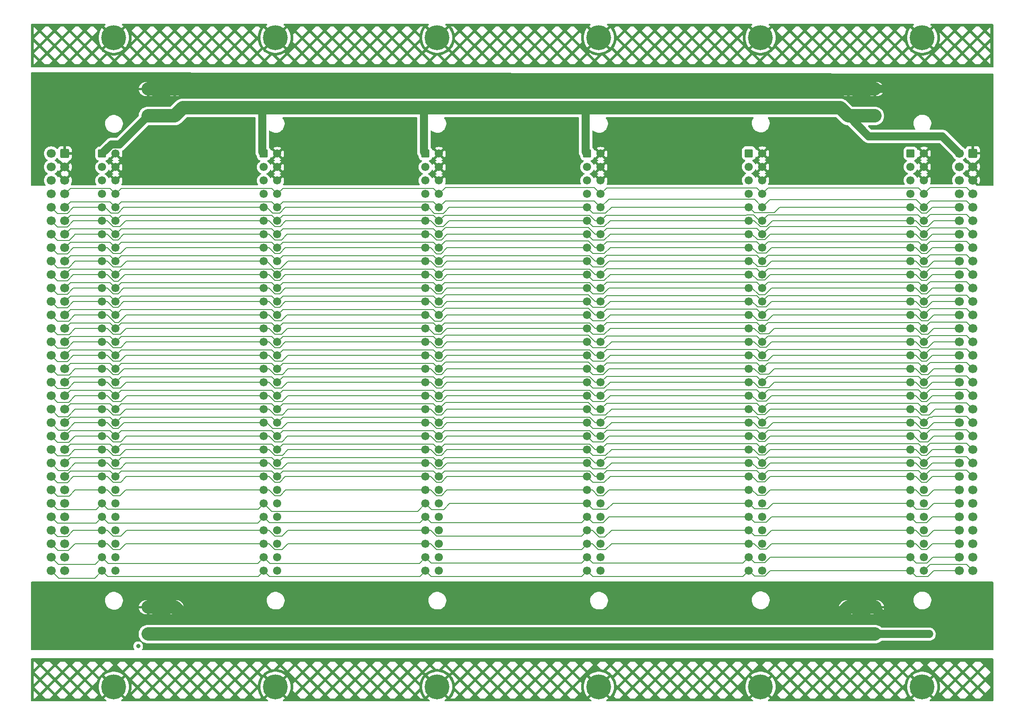
<source format=gbr>
%TF.GenerationSoftware,KiCad,Pcbnew,7.0.11+dfsg-1build4*%
%TF.CreationDate,2024-12-30T23:58:22+01:00*%
%TF.ProjectId,Z80-Backplane,5a38302d-4261-4636-9b70-6c616e652e6b,rev?*%
%TF.SameCoordinates,Original*%
%TF.FileFunction,Copper,L2,Bot*%
%TF.FilePolarity,Positive*%
%FSLAX46Y46*%
G04 Gerber Fmt 4.6, Leading zero omitted, Abs format (unit mm)*
G04 Created by KiCad (PCBNEW 7.0.11+dfsg-1build4) date 2024-12-30 23:58:22*
%MOMM*%
%LPD*%
G01*
G04 APERTURE LIST*
G04 Aperture macros list*
%AMRoundRect*
0 Rectangle with rounded corners*
0 $1 Rounding radius*
0 $2 $3 $4 $5 $6 $7 $8 $9 X,Y pos of 4 corners*
0 Add a 4 corners polygon primitive as box body*
4,1,4,$2,$3,$4,$5,$6,$7,$8,$9,$2,$3,0*
0 Add four circle primitives for the rounded corners*
1,1,$1+$1,$2,$3*
1,1,$1+$1,$4,$5*
1,1,$1+$1,$6,$7*
1,1,$1+$1,$8,$9*
0 Add four rect primitives between the rounded corners*
20,1,$1+$1,$2,$3,$4,$5,0*
20,1,$1+$1,$4,$5,$6,$7,0*
20,1,$1+$1,$6,$7,$8,$9,0*
20,1,$1+$1,$8,$9,$2,$3,0*%
G04 Aperture macros list end*
%TA.AperFunction,ComponentPad*%
%ADD10RoundRect,0.249999X-0.525001X-0.525001X0.525001X-0.525001X0.525001X0.525001X-0.525001X0.525001X0*%
%TD*%
%TA.AperFunction,ComponentPad*%
%ADD11C,1.550000*%
%TD*%
%TA.AperFunction,ComponentPad*%
%ADD12C,4.700000*%
%TD*%
%TA.AperFunction,ComponentPad*%
%ADD13O,2.500000X1.600000*%
%TD*%
%TA.AperFunction,ComponentPad*%
%ADD14RoundRect,0.250000X0.600000X0.600000X-0.600000X0.600000X-0.600000X-0.600000X0.600000X-0.600000X0*%
%TD*%
%TA.AperFunction,ComponentPad*%
%ADD15C,1.700000*%
%TD*%
%TA.AperFunction,ViaPad*%
%ADD16C,0.800000*%
%TD*%
%TA.AperFunction,Conductor*%
%ADD17C,2.500000*%
%TD*%
%TA.AperFunction,Conductor*%
%ADD18C,1.500000*%
%TD*%
%TA.AperFunction,Conductor*%
%ADD19C,0.200000*%
%TD*%
G04 APERTURE END LIST*
D10*
%TO.P,J3,a1,Pin_a1*%
%TO.N,GND*%
X181920000Y-71800000D03*
D11*
%TO.P,J3,a2,Pin_a2*%
X181920000Y-74340000D03*
%TO.P,J3,a3,Pin_a3*%
X181920000Y-76880000D03*
%TO.P,J3,a4,Pin_a4*%
X181920000Y-79420000D03*
%TO.P,J3,a5,Pin_a5*%
%TO.N,/MEMAQ*%
X181920000Y-81960000D03*
%TO.P,J3,a6,Pin_a6*%
%TO.N,/~{INT3}*%
X181920000Y-84500000D03*
%TO.P,J3,a7,Pin_a7*%
%TO.N,/A0*%
X181920000Y-87040000D03*
%TO.P,J3,a8,Pin_a8*%
%TO.N,/A1*%
X181920000Y-89580000D03*
%TO.P,J3,a9,Pin_a9*%
%TO.N,/A2*%
X181920000Y-92120000D03*
%TO.P,J3,a10,Pin_a10*%
%TO.N,/A3*%
X181920000Y-94660000D03*
%TO.P,J3,a11,Pin_a11*%
%TO.N,/A4*%
X181920000Y-97200000D03*
%TO.P,J3,a12,Pin_a12*%
%TO.N,/A5*%
X181920000Y-99740000D03*
%TO.P,J3,a13,Pin_a13*%
%TO.N,/A6*%
X181920000Y-102280000D03*
%TO.P,J3,a14,Pin_a14*%
%TO.N,/A7*%
X181920000Y-104820000D03*
%TO.P,J3,a15,Pin_a15*%
%TO.N,/A8*%
X181920000Y-107360000D03*
%TO.P,J3,a16,Pin_a16*%
%TO.N,/A9*%
X181920000Y-109900000D03*
%TO.P,J3,a17,Pin_a17*%
%TO.N,/A10*%
X181920000Y-112440000D03*
%TO.P,J3,a18,Pin_a18*%
%TO.N,/A11*%
X181920000Y-114980000D03*
%TO.P,J3,a19,Pin_a19*%
%TO.N,/A12*%
X181920000Y-117520000D03*
%TO.P,J3,a20,Pin_a20*%
%TO.N,/A13*%
X181920000Y-120060000D03*
%TO.P,J3,a21,Pin_a21*%
%TO.N,/A14*%
X181920000Y-122600000D03*
%TO.P,J3,a22,Pin_a22*%
%TO.N,/A15*%
X181920000Y-125140000D03*
%TO.P,J3,a23,Pin_a23*%
%TO.N,/~{BUSREQ}*%
X181920000Y-127680000D03*
%TO.P,J3,a24,Pin_a24*%
%TO.N,/~{BUSACK}*%
X181920000Y-130220000D03*
%TO.P,J3,a25,Pin_a25*%
%TO.N,/A16*%
X181920000Y-132760000D03*
%TO.P,J3,a26,Pin_a26*%
%TO.N,/A17*%
X181920000Y-135300000D03*
%TO.P,J3,a27,Pin_a27*%
%TO.N,/A18*%
X181920000Y-137840000D03*
%TO.P,J3,a28,Pin_a28*%
%TO.N,/A19*%
X181920000Y-140380000D03*
%TO.P,J3,a29,Pin_a29*%
%TO.N,/A20*%
X181920000Y-142920000D03*
%TO.P,J3,a30,Pin_a30*%
%TO.N,/A21*%
X181920000Y-145460000D03*
%TO.P,J3,a31,Pin_a31*%
%TO.N,/A22*%
X181920000Y-148000000D03*
%TO.P,J3,a32,Pin_a32*%
%TO.N,/A23*%
X181920000Y-150540000D03*
%TO.P,J3,b1,Pin_b1*%
%TO.N,+5V*%
X184460000Y-71800000D03*
%TO.P,J3,b2,Pin_b2*%
X184460000Y-74340000D03*
%TO.P,J3,b3,Pin_b3*%
X184460000Y-76880000D03*
%TO.P,J3,b4,Pin_b4*%
%TO.N,/~{INT0}*%
X184460000Y-79420000D03*
%TO.P,J3,b5,Pin_b5*%
%TO.N,/~{INT1}*%
X184460000Y-81960000D03*
%TO.P,J3,b6,Pin_b6*%
%TO.N,/~{INT2}*%
X184460000Y-84500000D03*
%TO.P,J3,b7,Pin_b7*%
%TO.N,/D0*%
X184460000Y-87040000D03*
%TO.P,J3,b8,Pin_b8*%
%TO.N,/D1*%
X184460000Y-89580000D03*
%TO.P,J3,b9,Pin_b9*%
%TO.N,/D2*%
X184460000Y-92120000D03*
%TO.P,J3,b10,Pin_b10*%
%TO.N,/D3*%
X184460000Y-94660000D03*
%TO.P,J3,b11,Pin_b11*%
%TO.N,/D4*%
X184460000Y-97200000D03*
%TO.P,J3,b12,Pin_b12*%
%TO.N,/D5*%
X184460000Y-99740000D03*
%TO.P,J3,b13,Pin_b13*%
%TO.N,/D6*%
X184460000Y-102280000D03*
%TO.P,J3,b14,Pin_b14*%
%TO.N,/D7*%
X184460000Y-104820000D03*
%TO.P,J3,b15,Pin_b15*%
%TO.N,/~{RESET}*%
X184460000Y-107360000D03*
%TO.P,J3,b16,Pin_b16*%
%TO.N,/CLK_CPU*%
X184460000Y-109900000D03*
%TO.P,J3,b17,Pin_b17*%
%TO.N,/~{INT}*%
X184460000Y-112440000D03*
%TO.P,J3,b18,Pin_b18*%
%TO.N,/~{NMI}*%
X184460000Y-114980000D03*
%TO.P,J3,b19,Pin_b19*%
%TO.N,/~{M1}*%
X184460000Y-117520000D03*
%TO.P,J3,b20,Pin_b20*%
%TO.N,/~{WAIT}*%
X184460000Y-120060000D03*
%TO.P,J3,b21,Pin_b21*%
%TO.N,/~{HALT}*%
X184460000Y-122600000D03*
%TO.P,J3,b22,Pin_b22*%
%TO.N,/~{RD}*%
X184460000Y-125140000D03*
%TO.P,J3,b23,Pin_b23*%
%TO.N,/~{WR}*%
X184460000Y-127680000D03*
%TO.P,J3,b24,Pin_b24*%
%TO.N,/~{MREQ}*%
X184460000Y-130220000D03*
%TO.P,J3,b25,Pin_b25*%
%TO.N,/~{IOREQ}*%
X184460000Y-132760000D03*
%TO.P,J3,b26,Pin_b26*%
%TO.N,unconnected-(J3-Pin_b26-Padb26)*%
X184460000Y-135300000D03*
%TO.P,J3,b27,Pin_b27*%
%TO.N,unconnected-(J3-Pin_b27-Padb27)*%
X184460000Y-137840000D03*
%TO.P,J3,b28,Pin_b28*%
%TO.N,+12V*%
X184460000Y-140380000D03*
%TO.P,J3,b29,Pin_b29*%
%TO.N,-12V*%
X184460000Y-142920000D03*
%TO.P,J3,b30,Pin_b30*%
%TO.N,unconnected-(J3-Pin_b30-Padb30)*%
X184460000Y-145460000D03*
%TO.P,J3,b31,Pin_b31*%
%TO.N,unconnected-(J3-Pin_b31-Padb31)*%
X184460000Y-148000000D03*
%TO.P,J3,b32,Pin_b32*%
%TO.N,GND*%
X184460000Y-150540000D03*
%TD*%
D10*
%TO.P,J4,a1,Pin_a1*%
%TO.N,GND*%
X212400000Y-71830000D03*
D11*
%TO.P,J4,a2,Pin_a2*%
X212400000Y-74370000D03*
%TO.P,J4,a3,Pin_a3*%
X212400000Y-76910000D03*
%TO.P,J4,a4,Pin_a4*%
X212400000Y-79450000D03*
%TO.P,J4,a5,Pin_a5*%
%TO.N,/MEMAQ*%
X212400000Y-81990000D03*
%TO.P,J4,a6,Pin_a6*%
%TO.N,/~{INT3}*%
X212400000Y-84530000D03*
%TO.P,J4,a7,Pin_a7*%
%TO.N,/A0*%
X212400000Y-87070000D03*
%TO.P,J4,a8,Pin_a8*%
%TO.N,/A1*%
X212400000Y-89610000D03*
%TO.P,J4,a9,Pin_a9*%
%TO.N,/A2*%
X212400000Y-92150000D03*
%TO.P,J4,a10,Pin_a10*%
%TO.N,/A3*%
X212400000Y-94690000D03*
%TO.P,J4,a11,Pin_a11*%
%TO.N,/A4*%
X212400000Y-97230000D03*
%TO.P,J4,a12,Pin_a12*%
%TO.N,/A5*%
X212400000Y-99770000D03*
%TO.P,J4,a13,Pin_a13*%
%TO.N,/A6*%
X212400000Y-102310000D03*
%TO.P,J4,a14,Pin_a14*%
%TO.N,/A7*%
X212400000Y-104850000D03*
%TO.P,J4,a15,Pin_a15*%
%TO.N,/A8*%
X212400000Y-107390000D03*
%TO.P,J4,a16,Pin_a16*%
%TO.N,/A9*%
X212400000Y-109930000D03*
%TO.P,J4,a17,Pin_a17*%
%TO.N,/A10*%
X212400000Y-112470000D03*
%TO.P,J4,a18,Pin_a18*%
%TO.N,/A11*%
X212400000Y-115010000D03*
%TO.P,J4,a19,Pin_a19*%
%TO.N,/A12*%
X212400000Y-117550000D03*
%TO.P,J4,a20,Pin_a20*%
%TO.N,/A13*%
X212400000Y-120090000D03*
%TO.P,J4,a21,Pin_a21*%
%TO.N,/A14*%
X212400000Y-122630000D03*
%TO.P,J4,a22,Pin_a22*%
%TO.N,/A15*%
X212400000Y-125170000D03*
%TO.P,J4,a23,Pin_a23*%
%TO.N,/~{BUSREQ}*%
X212400000Y-127710000D03*
%TO.P,J4,a24,Pin_a24*%
%TO.N,/~{BUSACK}*%
X212400000Y-130250000D03*
%TO.P,J4,a25,Pin_a25*%
%TO.N,/A16*%
X212400000Y-132790000D03*
%TO.P,J4,a26,Pin_a26*%
%TO.N,/A17*%
X212400000Y-135330000D03*
%TO.P,J4,a27,Pin_a27*%
%TO.N,/A18*%
X212400000Y-137870000D03*
%TO.P,J4,a28,Pin_a28*%
%TO.N,/A19*%
X212400000Y-140410000D03*
%TO.P,J4,a29,Pin_a29*%
%TO.N,/A20*%
X212400000Y-142950000D03*
%TO.P,J4,a30,Pin_a30*%
%TO.N,/A21*%
X212400000Y-145490000D03*
%TO.P,J4,a31,Pin_a31*%
%TO.N,/A22*%
X212400000Y-148030000D03*
%TO.P,J4,a32,Pin_a32*%
%TO.N,/A23*%
X212400000Y-150570000D03*
%TO.P,J4,b1,Pin_b1*%
%TO.N,+5V*%
X214940000Y-71830000D03*
%TO.P,J4,b2,Pin_b2*%
X214940000Y-74370000D03*
%TO.P,J4,b3,Pin_b3*%
X214940000Y-76910000D03*
%TO.P,J4,b4,Pin_b4*%
%TO.N,/~{INT0}*%
X214940000Y-79450000D03*
%TO.P,J4,b5,Pin_b5*%
%TO.N,/~{INT1}*%
X214940000Y-81990000D03*
%TO.P,J4,b6,Pin_b6*%
%TO.N,/~{INT2}*%
X214940000Y-84530000D03*
%TO.P,J4,b7,Pin_b7*%
%TO.N,/D0*%
X214940000Y-87070000D03*
%TO.P,J4,b8,Pin_b8*%
%TO.N,/D1*%
X214940000Y-89610000D03*
%TO.P,J4,b9,Pin_b9*%
%TO.N,/D2*%
X214940000Y-92150000D03*
%TO.P,J4,b10,Pin_b10*%
%TO.N,/D3*%
X214940000Y-94690000D03*
%TO.P,J4,b11,Pin_b11*%
%TO.N,/D4*%
X214940000Y-97230000D03*
%TO.P,J4,b12,Pin_b12*%
%TO.N,/D5*%
X214940000Y-99770000D03*
%TO.P,J4,b13,Pin_b13*%
%TO.N,/D6*%
X214940000Y-102310000D03*
%TO.P,J4,b14,Pin_b14*%
%TO.N,/D7*%
X214940000Y-104850000D03*
%TO.P,J4,b15,Pin_b15*%
%TO.N,/~{RESET}*%
X214940000Y-107390000D03*
%TO.P,J4,b16,Pin_b16*%
%TO.N,/CLK_CPU*%
X214940000Y-109930000D03*
%TO.P,J4,b17,Pin_b17*%
%TO.N,/~{INT}*%
X214940000Y-112470000D03*
%TO.P,J4,b18,Pin_b18*%
%TO.N,/~{NMI}*%
X214940000Y-115010000D03*
%TO.P,J4,b19,Pin_b19*%
%TO.N,/~{M1}*%
X214940000Y-117550000D03*
%TO.P,J4,b20,Pin_b20*%
%TO.N,/~{WAIT}*%
X214940000Y-120090000D03*
%TO.P,J4,b21,Pin_b21*%
%TO.N,/~{HALT}*%
X214940000Y-122630000D03*
%TO.P,J4,b22,Pin_b22*%
%TO.N,/~{RD}*%
X214940000Y-125170000D03*
%TO.P,J4,b23,Pin_b23*%
%TO.N,/~{WR}*%
X214940000Y-127710000D03*
%TO.P,J4,b24,Pin_b24*%
%TO.N,/~{MREQ}*%
X214940000Y-130250000D03*
%TO.P,J4,b25,Pin_b25*%
%TO.N,/~{IOREQ}*%
X214940000Y-132790000D03*
%TO.P,J4,b26,Pin_b26*%
%TO.N,unconnected-(J4-Pin_b26-Padb26)*%
X214940000Y-135330000D03*
%TO.P,J4,b27,Pin_b27*%
%TO.N,unconnected-(J4-Pin_b27-Padb27)*%
X214940000Y-137870000D03*
%TO.P,J4,b28,Pin_b28*%
%TO.N,+12V*%
X214940000Y-140410000D03*
%TO.P,J4,b29,Pin_b29*%
%TO.N,-12V*%
X214940000Y-142950000D03*
%TO.P,J4,b30,Pin_b30*%
%TO.N,unconnected-(J4-Pin_b30-Padb30)*%
X214940000Y-145490000D03*
%TO.P,J4,b31,Pin_b31*%
%TO.N,unconnected-(J4-Pin_b31-Padb31)*%
X214940000Y-148030000D03*
%TO.P,J4,b32,Pin_b32*%
%TO.N,GND*%
X214940000Y-150570000D03*
%TD*%
D12*
%TO.P,H3,1,1*%
%TO.N,GND*%
X184120000Y-50000000D03*
%TD*%
%TO.P,H8,1,1*%
%TO.N,GND*%
X92680000Y-172500000D03*
%TD*%
%TO.P,H12,1,1*%
%TO.N,GND*%
X92680000Y-50000000D03*
%TD*%
%TO.P,H10,1,1*%
%TO.N,GND*%
X62200000Y-172500000D03*
%TD*%
D10*
%TO.P,J14,a1,Pin_a1*%
%TO.N,GND*%
X60000000Y-71880000D03*
D11*
%TO.P,J14,a2,Pin_a2*%
X60000000Y-74420000D03*
%TO.P,J14,a3,Pin_a3*%
X60000000Y-76960000D03*
%TO.P,J14,a4,Pin_a4*%
X60000000Y-79500000D03*
%TO.P,J14,a5,Pin_a5*%
%TO.N,/MEMAQ*%
X60000000Y-82040000D03*
%TO.P,J14,a6,Pin_a6*%
%TO.N,/~{INT3}*%
X60000000Y-84580000D03*
%TO.P,J14,a7,Pin_a7*%
%TO.N,/A0*%
X60000000Y-87120000D03*
%TO.P,J14,a8,Pin_a8*%
%TO.N,/A1*%
X60000000Y-89660000D03*
%TO.P,J14,a9,Pin_a9*%
%TO.N,/A2*%
X60000000Y-92200000D03*
%TO.P,J14,a10,Pin_a10*%
%TO.N,/A3*%
X60000000Y-94740000D03*
%TO.P,J14,a11,Pin_a11*%
%TO.N,/A4*%
X60000000Y-97280000D03*
%TO.P,J14,a12,Pin_a12*%
%TO.N,/A5*%
X60000000Y-99820000D03*
%TO.P,J14,a13,Pin_a13*%
%TO.N,/A6*%
X60000000Y-102360000D03*
%TO.P,J14,a14,Pin_a14*%
%TO.N,/A7*%
X60000000Y-104900000D03*
%TO.P,J14,a15,Pin_a15*%
%TO.N,/A8*%
X60000000Y-107440000D03*
%TO.P,J14,a16,Pin_a16*%
%TO.N,/A9*%
X60000000Y-109980000D03*
%TO.P,J14,a17,Pin_a17*%
%TO.N,/A10*%
X60000000Y-112520000D03*
%TO.P,J14,a18,Pin_a18*%
%TO.N,/A11*%
X60000000Y-115060000D03*
%TO.P,J14,a19,Pin_a19*%
%TO.N,/A12*%
X60000000Y-117600000D03*
%TO.P,J14,a20,Pin_a20*%
%TO.N,/A13*%
X60000000Y-120140000D03*
%TO.P,J14,a21,Pin_a21*%
%TO.N,/A14*%
X60000000Y-122680000D03*
%TO.P,J14,a22,Pin_a22*%
%TO.N,/A15*%
X60000000Y-125220000D03*
%TO.P,J14,a23,Pin_a23*%
%TO.N,/~{BUSREQ}*%
X60000000Y-127760000D03*
%TO.P,J14,a24,Pin_a24*%
%TO.N,/~{BUSACK}*%
X60000000Y-130300000D03*
%TO.P,J14,a25,Pin_a25*%
%TO.N,/A16*%
X60000000Y-132840000D03*
%TO.P,J14,a26,Pin_a26*%
%TO.N,/A17*%
X60000000Y-135380000D03*
%TO.P,J14,a27,Pin_a27*%
%TO.N,/A18*%
X60000000Y-137920000D03*
%TO.P,J14,a28,Pin_a28*%
%TO.N,/A19*%
X60000000Y-140460000D03*
%TO.P,J14,a29,Pin_a29*%
%TO.N,/A20*%
X60000000Y-143000000D03*
%TO.P,J14,a30,Pin_a30*%
%TO.N,/A21*%
X60000000Y-145540000D03*
%TO.P,J14,a31,Pin_a31*%
%TO.N,/A22*%
X60000000Y-148080000D03*
%TO.P,J14,a32,Pin_a32*%
%TO.N,/A23*%
X60000000Y-150620000D03*
%TO.P,J14,b1,Pin_b1*%
%TO.N,+5V*%
X62540000Y-71880000D03*
%TO.P,J14,b2,Pin_b2*%
X62540000Y-74420000D03*
%TO.P,J14,b3,Pin_b3*%
X62540000Y-76960000D03*
%TO.P,J14,b4,Pin_b4*%
%TO.N,/~{INT0}*%
X62540000Y-79500000D03*
%TO.P,J14,b5,Pin_b5*%
%TO.N,/~{INT1}*%
X62540000Y-82040000D03*
%TO.P,J14,b6,Pin_b6*%
%TO.N,/~{INT2}*%
X62540000Y-84580000D03*
%TO.P,J14,b7,Pin_b7*%
%TO.N,/D0*%
X62540000Y-87120000D03*
%TO.P,J14,b8,Pin_b8*%
%TO.N,/D1*%
X62540000Y-89660000D03*
%TO.P,J14,b9,Pin_b9*%
%TO.N,/D2*%
X62540000Y-92200000D03*
%TO.P,J14,b10,Pin_b10*%
%TO.N,/D3*%
X62540000Y-94740000D03*
%TO.P,J14,b11,Pin_b11*%
%TO.N,/D4*%
X62540000Y-97280000D03*
%TO.P,J14,b12,Pin_b12*%
%TO.N,/D5*%
X62540000Y-99820000D03*
%TO.P,J14,b13,Pin_b13*%
%TO.N,/D6*%
X62540000Y-102360000D03*
%TO.P,J14,b14,Pin_b14*%
%TO.N,/D7*%
X62540000Y-104900000D03*
%TO.P,J14,b15,Pin_b15*%
%TO.N,/~{RESET}*%
X62540000Y-107440000D03*
%TO.P,J14,b16,Pin_b16*%
%TO.N,/CLK_CPU*%
X62540000Y-109980000D03*
%TO.P,J14,b17,Pin_b17*%
%TO.N,/~{INT}*%
X62540000Y-112520000D03*
%TO.P,J14,b18,Pin_b18*%
%TO.N,/~{NMI}*%
X62540000Y-115060000D03*
%TO.P,J14,b19,Pin_b19*%
%TO.N,/~{M1}*%
X62540000Y-117600000D03*
%TO.P,J14,b20,Pin_b20*%
%TO.N,/~{WAIT}*%
X62540000Y-120140000D03*
%TO.P,J14,b21,Pin_b21*%
%TO.N,/~{HALT}*%
X62540000Y-122680000D03*
%TO.P,J14,b22,Pin_b22*%
%TO.N,/~{RD}*%
X62540000Y-125220000D03*
%TO.P,J14,b23,Pin_b23*%
%TO.N,/~{WR}*%
X62540000Y-127760000D03*
%TO.P,J14,b24,Pin_b24*%
%TO.N,/~{MREQ}*%
X62540000Y-130300000D03*
%TO.P,J14,b25,Pin_b25*%
%TO.N,/~{IOREQ}*%
X62540000Y-132840000D03*
%TO.P,J14,b26,Pin_b26*%
%TO.N,unconnected-(J14-Pin_b26-Padb26)*%
X62540000Y-135380000D03*
%TO.P,J14,b27,Pin_b27*%
%TO.N,unconnected-(J14-Pin_b27-Padb27)*%
X62540000Y-137920000D03*
%TO.P,J14,b28,Pin_b28*%
%TO.N,+12V*%
X62540000Y-140460000D03*
%TO.P,J14,b29,Pin_b29*%
%TO.N,-12V*%
X62540000Y-143000000D03*
%TO.P,J14,b30,Pin_b30*%
%TO.N,unconnected-(J14-Pin_b30-Padb30)*%
X62540000Y-145540000D03*
%TO.P,J14,b31,Pin_b31*%
%TO.N,unconnected-(J14-Pin_b31-Padb31)*%
X62540000Y-148080000D03*
%TO.P,J14,b32,Pin_b32*%
%TO.N,GND*%
X62540000Y-150620000D03*
%TD*%
D12*
%TO.P,H1,1,1*%
%TO.N,GND*%
X214600000Y-50000000D03*
%TD*%
%TO.P,H5,1,1*%
%TO.N,GND*%
X153640000Y-50000000D03*
%TD*%
%TO.P,H9,1,1*%
%TO.N,GND*%
X123160000Y-172500000D03*
%TD*%
D10*
%TO.P,J2,a1,Pin_a1*%
%TO.N,GND*%
X151440000Y-71880000D03*
D11*
%TO.P,J2,a2,Pin_a2*%
X151440000Y-74420000D03*
%TO.P,J2,a3,Pin_a3*%
X151440000Y-76960000D03*
%TO.P,J2,a4,Pin_a4*%
X151440000Y-79500000D03*
%TO.P,J2,a5,Pin_a5*%
%TO.N,/MEMAQ*%
X151440000Y-82040000D03*
%TO.P,J2,a6,Pin_a6*%
%TO.N,/~{INT3}*%
X151440000Y-84580000D03*
%TO.P,J2,a7,Pin_a7*%
%TO.N,/A0*%
X151440000Y-87120000D03*
%TO.P,J2,a8,Pin_a8*%
%TO.N,/A1*%
X151440000Y-89660000D03*
%TO.P,J2,a9,Pin_a9*%
%TO.N,/A2*%
X151440000Y-92200000D03*
%TO.P,J2,a10,Pin_a10*%
%TO.N,/A3*%
X151440000Y-94740000D03*
%TO.P,J2,a11,Pin_a11*%
%TO.N,/A4*%
X151440000Y-97280000D03*
%TO.P,J2,a12,Pin_a12*%
%TO.N,/A5*%
X151440000Y-99820000D03*
%TO.P,J2,a13,Pin_a13*%
%TO.N,/A6*%
X151440000Y-102360000D03*
%TO.P,J2,a14,Pin_a14*%
%TO.N,/A7*%
X151440000Y-104900000D03*
%TO.P,J2,a15,Pin_a15*%
%TO.N,/A8*%
X151440000Y-107440000D03*
%TO.P,J2,a16,Pin_a16*%
%TO.N,/A9*%
X151440000Y-109980000D03*
%TO.P,J2,a17,Pin_a17*%
%TO.N,/A10*%
X151440000Y-112520000D03*
%TO.P,J2,a18,Pin_a18*%
%TO.N,/A11*%
X151440000Y-115060000D03*
%TO.P,J2,a19,Pin_a19*%
%TO.N,/A12*%
X151440000Y-117600000D03*
%TO.P,J2,a20,Pin_a20*%
%TO.N,/A13*%
X151440000Y-120140000D03*
%TO.P,J2,a21,Pin_a21*%
%TO.N,/A14*%
X151440000Y-122680000D03*
%TO.P,J2,a22,Pin_a22*%
%TO.N,/A15*%
X151440000Y-125220000D03*
%TO.P,J2,a23,Pin_a23*%
%TO.N,/~{BUSREQ}*%
X151440000Y-127760000D03*
%TO.P,J2,a24,Pin_a24*%
%TO.N,/~{BUSACK}*%
X151440000Y-130300000D03*
%TO.P,J2,a25,Pin_a25*%
%TO.N,/A16*%
X151440000Y-132840000D03*
%TO.P,J2,a26,Pin_a26*%
%TO.N,/A17*%
X151440000Y-135380000D03*
%TO.P,J2,a27,Pin_a27*%
%TO.N,/A18*%
X151440000Y-137920000D03*
%TO.P,J2,a28,Pin_a28*%
%TO.N,/A19*%
X151440000Y-140460000D03*
%TO.P,J2,a29,Pin_a29*%
%TO.N,/A20*%
X151440000Y-143000000D03*
%TO.P,J2,a30,Pin_a30*%
%TO.N,/A21*%
X151440000Y-145540000D03*
%TO.P,J2,a31,Pin_a31*%
%TO.N,/A22*%
X151440000Y-148080000D03*
%TO.P,J2,a32,Pin_a32*%
%TO.N,/A23*%
X151440000Y-150620000D03*
%TO.P,J2,b1,Pin_b1*%
%TO.N,+5V*%
X153980000Y-71880000D03*
%TO.P,J2,b2,Pin_b2*%
X153980000Y-74420000D03*
%TO.P,J2,b3,Pin_b3*%
X153980000Y-76960000D03*
%TO.P,J2,b4,Pin_b4*%
%TO.N,/~{INT0}*%
X153980000Y-79500000D03*
%TO.P,J2,b5,Pin_b5*%
%TO.N,/~{INT1}*%
X153980000Y-82040000D03*
%TO.P,J2,b6,Pin_b6*%
%TO.N,/~{INT2}*%
X153980000Y-84580000D03*
%TO.P,J2,b7,Pin_b7*%
%TO.N,/D0*%
X153980000Y-87120000D03*
%TO.P,J2,b8,Pin_b8*%
%TO.N,/D1*%
X153980000Y-89660000D03*
%TO.P,J2,b9,Pin_b9*%
%TO.N,/D2*%
X153980000Y-92200000D03*
%TO.P,J2,b10,Pin_b10*%
%TO.N,/D3*%
X153980000Y-94740000D03*
%TO.P,J2,b11,Pin_b11*%
%TO.N,/D4*%
X153980000Y-97280000D03*
%TO.P,J2,b12,Pin_b12*%
%TO.N,/D5*%
X153980000Y-99820000D03*
%TO.P,J2,b13,Pin_b13*%
%TO.N,/D6*%
X153980000Y-102360000D03*
%TO.P,J2,b14,Pin_b14*%
%TO.N,/D7*%
X153980000Y-104900000D03*
%TO.P,J2,b15,Pin_b15*%
%TO.N,/~{RESET}*%
X153980000Y-107440000D03*
%TO.P,J2,b16,Pin_b16*%
%TO.N,/CLK_CPU*%
X153980000Y-109980000D03*
%TO.P,J2,b17,Pin_b17*%
%TO.N,/~{INT}*%
X153980000Y-112520000D03*
%TO.P,J2,b18,Pin_b18*%
%TO.N,/~{NMI}*%
X153980000Y-115060000D03*
%TO.P,J2,b19,Pin_b19*%
%TO.N,/~{M1}*%
X153980000Y-117600000D03*
%TO.P,J2,b20,Pin_b20*%
%TO.N,/~{WAIT}*%
X153980000Y-120140000D03*
%TO.P,J2,b21,Pin_b21*%
%TO.N,/~{HALT}*%
X153980000Y-122680000D03*
%TO.P,J2,b22,Pin_b22*%
%TO.N,/~{RD}*%
X153980000Y-125220000D03*
%TO.P,J2,b23,Pin_b23*%
%TO.N,/~{WR}*%
X153980000Y-127760000D03*
%TO.P,J2,b24,Pin_b24*%
%TO.N,/~{MREQ}*%
X153980000Y-130300000D03*
%TO.P,J2,b25,Pin_b25*%
%TO.N,/~{IOREQ}*%
X153980000Y-132840000D03*
%TO.P,J2,b26,Pin_b26*%
%TO.N,unconnected-(J2-Pin_b26-Padb26)*%
X153980000Y-135380000D03*
%TO.P,J2,b27,Pin_b27*%
%TO.N,unconnected-(J2-Pin_b27-Padb27)*%
X153980000Y-137920000D03*
%TO.P,J2,b28,Pin_b28*%
%TO.N,+12V*%
X153980000Y-140460000D03*
%TO.P,J2,b29,Pin_b29*%
%TO.N,-12V*%
X153980000Y-143000000D03*
%TO.P,J2,b30,Pin_b30*%
%TO.N,unconnected-(J2-Pin_b30-Padb30)*%
X153980000Y-145540000D03*
%TO.P,J2,b31,Pin_b31*%
%TO.N,unconnected-(J2-Pin_b31-Padb31)*%
X153980000Y-148080000D03*
%TO.P,J2,b32,Pin_b32*%
%TO.N,GND*%
X153980000Y-150620000D03*
%TD*%
D12*
%TO.P,H4,1,1*%
%TO.N,GND*%
X214600000Y-172500000D03*
%TD*%
%TO.P,H6,1,1*%
%TO.N,GND*%
X153640000Y-172500000D03*
%TD*%
D10*
%TO.P,J15,a1,Pin_a1*%
%TO.N,GND*%
X90480000Y-71880000D03*
D11*
%TO.P,J15,a2,Pin_a2*%
X90480000Y-74420000D03*
%TO.P,J15,a3,Pin_a3*%
X90480000Y-76960000D03*
%TO.P,J15,a4,Pin_a4*%
X90480000Y-79500000D03*
%TO.P,J15,a5,Pin_a5*%
%TO.N,/MEMAQ*%
X90480000Y-82040000D03*
%TO.P,J15,a6,Pin_a6*%
%TO.N,/~{INT3}*%
X90480000Y-84580000D03*
%TO.P,J15,a7,Pin_a7*%
%TO.N,/A0*%
X90480000Y-87120000D03*
%TO.P,J15,a8,Pin_a8*%
%TO.N,/A1*%
X90480000Y-89660000D03*
%TO.P,J15,a9,Pin_a9*%
%TO.N,/A2*%
X90480000Y-92200000D03*
%TO.P,J15,a10,Pin_a10*%
%TO.N,/A3*%
X90480000Y-94740000D03*
%TO.P,J15,a11,Pin_a11*%
%TO.N,/A4*%
X90480000Y-97280000D03*
%TO.P,J15,a12,Pin_a12*%
%TO.N,/A5*%
X90480000Y-99820000D03*
%TO.P,J15,a13,Pin_a13*%
%TO.N,/A6*%
X90480000Y-102360000D03*
%TO.P,J15,a14,Pin_a14*%
%TO.N,/A7*%
X90480000Y-104900000D03*
%TO.P,J15,a15,Pin_a15*%
%TO.N,/A8*%
X90480000Y-107440000D03*
%TO.P,J15,a16,Pin_a16*%
%TO.N,/A9*%
X90480000Y-109980000D03*
%TO.P,J15,a17,Pin_a17*%
%TO.N,/A10*%
X90480000Y-112520000D03*
%TO.P,J15,a18,Pin_a18*%
%TO.N,/A11*%
X90480000Y-115060000D03*
%TO.P,J15,a19,Pin_a19*%
%TO.N,/A12*%
X90480000Y-117600000D03*
%TO.P,J15,a20,Pin_a20*%
%TO.N,/A13*%
X90480000Y-120140000D03*
%TO.P,J15,a21,Pin_a21*%
%TO.N,/A14*%
X90480000Y-122680000D03*
%TO.P,J15,a22,Pin_a22*%
%TO.N,/A15*%
X90480000Y-125220000D03*
%TO.P,J15,a23,Pin_a23*%
%TO.N,/~{BUSREQ}*%
X90480000Y-127760000D03*
%TO.P,J15,a24,Pin_a24*%
%TO.N,/~{BUSACK}*%
X90480000Y-130300000D03*
%TO.P,J15,a25,Pin_a25*%
%TO.N,/A16*%
X90480000Y-132840000D03*
%TO.P,J15,a26,Pin_a26*%
%TO.N,/A17*%
X90480000Y-135380000D03*
%TO.P,J15,a27,Pin_a27*%
%TO.N,/A18*%
X90480000Y-137920000D03*
%TO.P,J15,a28,Pin_a28*%
%TO.N,/A19*%
X90480000Y-140460000D03*
%TO.P,J15,a29,Pin_a29*%
%TO.N,/A20*%
X90480000Y-143000000D03*
%TO.P,J15,a30,Pin_a30*%
%TO.N,/A21*%
X90480000Y-145540000D03*
%TO.P,J15,a31,Pin_a31*%
%TO.N,/A22*%
X90480000Y-148080000D03*
%TO.P,J15,a32,Pin_a32*%
%TO.N,/A23*%
X90480000Y-150620000D03*
%TO.P,J15,b1,Pin_b1*%
%TO.N,+5V*%
X93020000Y-71880000D03*
%TO.P,J15,b2,Pin_b2*%
X93020000Y-74420000D03*
%TO.P,J15,b3,Pin_b3*%
X93020000Y-76960000D03*
%TO.P,J15,b4,Pin_b4*%
%TO.N,/~{INT0}*%
X93020000Y-79500000D03*
%TO.P,J15,b5,Pin_b5*%
%TO.N,/~{INT1}*%
X93020000Y-82040000D03*
%TO.P,J15,b6,Pin_b6*%
%TO.N,/~{INT2}*%
X93020000Y-84580000D03*
%TO.P,J15,b7,Pin_b7*%
%TO.N,/D0*%
X93020000Y-87120000D03*
%TO.P,J15,b8,Pin_b8*%
%TO.N,/D1*%
X93020000Y-89660000D03*
%TO.P,J15,b9,Pin_b9*%
%TO.N,/D2*%
X93020000Y-92200000D03*
%TO.P,J15,b10,Pin_b10*%
%TO.N,/D3*%
X93020000Y-94740000D03*
%TO.P,J15,b11,Pin_b11*%
%TO.N,/D4*%
X93020000Y-97280000D03*
%TO.P,J15,b12,Pin_b12*%
%TO.N,/D5*%
X93020000Y-99820000D03*
%TO.P,J15,b13,Pin_b13*%
%TO.N,/D6*%
X93020000Y-102360000D03*
%TO.P,J15,b14,Pin_b14*%
%TO.N,/D7*%
X93020000Y-104900000D03*
%TO.P,J15,b15,Pin_b15*%
%TO.N,/~{RESET}*%
X93020000Y-107440000D03*
%TO.P,J15,b16,Pin_b16*%
%TO.N,/CLK_CPU*%
X93020000Y-109980000D03*
%TO.P,J15,b17,Pin_b17*%
%TO.N,/~{INT}*%
X93020000Y-112520000D03*
%TO.P,J15,b18,Pin_b18*%
%TO.N,/~{NMI}*%
X93020000Y-115060000D03*
%TO.P,J15,b19,Pin_b19*%
%TO.N,/~{M1}*%
X93020000Y-117600000D03*
%TO.P,J15,b20,Pin_b20*%
%TO.N,/~{WAIT}*%
X93020000Y-120140000D03*
%TO.P,J15,b21,Pin_b21*%
%TO.N,/~{HALT}*%
X93020000Y-122680000D03*
%TO.P,J15,b22,Pin_b22*%
%TO.N,/~{RD}*%
X93020000Y-125220000D03*
%TO.P,J15,b23,Pin_b23*%
%TO.N,/~{WR}*%
X93020000Y-127760000D03*
%TO.P,J15,b24,Pin_b24*%
%TO.N,/~{MREQ}*%
X93020000Y-130300000D03*
%TO.P,J15,b25,Pin_b25*%
%TO.N,/~{IOREQ}*%
X93020000Y-132840000D03*
%TO.P,J15,b26,Pin_b26*%
%TO.N,unconnected-(J15-Pin_b26-Padb26)*%
X93020000Y-135380000D03*
%TO.P,J15,b27,Pin_b27*%
%TO.N,unconnected-(J15-Pin_b27-Padb27)*%
X93020000Y-137920000D03*
%TO.P,J15,b28,Pin_b28*%
%TO.N,+12V*%
X93020000Y-140460000D03*
%TO.P,J15,b29,Pin_b29*%
%TO.N,-12V*%
X93020000Y-143000000D03*
%TO.P,J15,b30,Pin_b30*%
%TO.N,unconnected-(J15-Pin_b30-Padb30)*%
X93020000Y-145540000D03*
%TO.P,J15,b31,Pin_b31*%
%TO.N,unconnected-(J15-Pin_b31-Padb31)*%
X93020000Y-148080000D03*
%TO.P,J15,b32,Pin_b32*%
%TO.N,GND*%
X93020000Y-150620000D03*
%TD*%
D12*
%TO.P,H11,1,1*%
%TO.N,GND*%
X62200000Y-50000000D03*
%TD*%
%TO.P,H2,1,1*%
%TO.N,GND*%
X184120000Y-172500000D03*
%TD*%
D10*
%TO.P,J9,a1,Pin_a1*%
%TO.N,GND*%
X120960000Y-71880000D03*
D11*
%TO.P,J9,a2,Pin_a2*%
X120960000Y-74420000D03*
%TO.P,J9,a3,Pin_a3*%
X120960000Y-76960000D03*
%TO.P,J9,a4,Pin_a4*%
X120960000Y-79500000D03*
%TO.P,J9,a5,Pin_a5*%
%TO.N,/MEMAQ*%
X120960000Y-82040000D03*
%TO.P,J9,a6,Pin_a6*%
%TO.N,/~{INT3}*%
X120960000Y-84580000D03*
%TO.P,J9,a7,Pin_a7*%
%TO.N,/A0*%
X120960000Y-87120000D03*
%TO.P,J9,a8,Pin_a8*%
%TO.N,/A1*%
X120960000Y-89660000D03*
%TO.P,J9,a9,Pin_a9*%
%TO.N,/A2*%
X120960000Y-92200000D03*
%TO.P,J9,a10,Pin_a10*%
%TO.N,/A3*%
X120960000Y-94740000D03*
%TO.P,J9,a11,Pin_a11*%
%TO.N,/A4*%
X120960000Y-97280000D03*
%TO.P,J9,a12,Pin_a12*%
%TO.N,/A5*%
X120960000Y-99820000D03*
%TO.P,J9,a13,Pin_a13*%
%TO.N,/A6*%
X120960000Y-102360000D03*
%TO.P,J9,a14,Pin_a14*%
%TO.N,/A7*%
X120960000Y-104900000D03*
%TO.P,J9,a15,Pin_a15*%
%TO.N,/A8*%
X120960000Y-107440000D03*
%TO.P,J9,a16,Pin_a16*%
%TO.N,/A9*%
X120960000Y-109980000D03*
%TO.P,J9,a17,Pin_a17*%
%TO.N,/A10*%
X120960000Y-112520000D03*
%TO.P,J9,a18,Pin_a18*%
%TO.N,/A11*%
X120960000Y-115060000D03*
%TO.P,J9,a19,Pin_a19*%
%TO.N,/A12*%
X120960000Y-117600000D03*
%TO.P,J9,a20,Pin_a20*%
%TO.N,/A13*%
X120960000Y-120140000D03*
%TO.P,J9,a21,Pin_a21*%
%TO.N,/A14*%
X120960000Y-122680000D03*
%TO.P,J9,a22,Pin_a22*%
%TO.N,/A15*%
X120960000Y-125220000D03*
%TO.P,J9,a23,Pin_a23*%
%TO.N,/~{BUSREQ}*%
X120960000Y-127760000D03*
%TO.P,J9,a24,Pin_a24*%
%TO.N,/~{BUSACK}*%
X120960000Y-130300000D03*
%TO.P,J9,a25,Pin_a25*%
%TO.N,/A16*%
X120960000Y-132840000D03*
%TO.P,J9,a26,Pin_a26*%
%TO.N,/A17*%
X120960000Y-135380000D03*
%TO.P,J9,a27,Pin_a27*%
%TO.N,/A18*%
X120960000Y-137920000D03*
%TO.P,J9,a28,Pin_a28*%
%TO.N,/A19*%
X120960000Y-140460000D03*
%TO.P,J9,a29,Pin_a29*%
%TO.N,/A20*%
X120960000Y-143000000D03*
%TO.P,J9,a30,Pin_a30*%
%TO.N,/A21*%
X120960000Y-145540000D03*
%TO.P,J9,a31,Pin_a31*%
%TO.N,/A22*%
X120960000Y-148080000D03*
%TO.P,J9,a32,Pin_a32*%
%TO.N,/A23*%
X120960000Y-150620000D03*
%TO.P,J9,b1,Pin_b1*%
%TO.N,+5V*%
X123500000Y-71880000D03*
%TO.P,J9,b2,Pin_b2*%
X123500000Y-74420000D03*
%TO.P,J9,b3,Pin_b3*%
X123500000Y-76960000D03*
%TO.P,J9,b4,Pin_b4*%
%TO.N,/~{INT0}*%
X123500000Y-79500000D03*
%TO.P,J9,b5,Pin_b5*%
%TO.N,/~{INT1}*%
X123500000Y-82040000D03*
%TO.P,J9,b6,Pin_b6*%
%TO.N,/~{INT2}*%
X123500000Y-84580000D03*
%TO.P,J9,b7,Pin_b7*%
%TO.N,/D0*%
X123500000Y-87120000D03*
%TO.P,J9,b8,Pin_b8*%
%TO.N,/D1*%
X123500000Y-89660000D03*
%TO.P,J9,b9,Pin_b9*%
%TO.N,/D2*%
X123500000Y-92200000D03*
%TO.P,J9,b10,Pin_b10*%
%TO.N,/D3*%
X123500000Y-94740000D03*
%TO.P,J9,b11,Pin_b11*%
%TO.N,/D4*%
X123500000Y-97280000D03*
%TO.P,J9,b12,Pin_b12*%
%TO.N,/D5*%
X123500000Y-99820000D03*
%TO.P,J9,b13,Pin_b13*%
%TO.N,/D6*%
X123500000Y-102360000D03*
%TO.P,J9,b14,Pin_b14*%
%TO.N,/D7*%
X123500000Y-104900000D03*
%TO.P,J9,b15,Pin_b15*%
%TO.N,/~{RESET}*%
X123500000Y-107440000D03*
%TO.P,J9,b16,Pin_b16*%
%TO.N,/CLK_CPU*%
X123500000Y-109980000D03*
%TO.P,J9,b17,Pin_b17*%
%TO.N,/~{INT}*%
X123500000Y-112520000D03*
%TO.P,J9,b18,Pin_b18*%
%TO.N,/~{NMI}*%
X123500000Y-115060000D03*
%TO.P,J9,b19,Pin_b19*%
%TO.N,/~{M1}*%
X123500000Y-117600000D03*
%TO.P,J9,b20,Pin_b20*%
%TO.N,/~{WAIT}*%
X123500000Y-120140000D03*
%TO.P,J9,b21,Pin_b21*%
%TO.N,/~{HALT}*%
X123500000Y-122680000D03*
%TO.P,J9,b22,Pin_b22*%
%TO.N,/~{RD}*%
X123500000Y-125220000D03*
%TO.P,J9,b23,Pin_b23*%
%TO.N,/~{WR}*%
X123500000Y-127760000D03*
%TO.P,J9,b24,Pin_b24*%
%TO.N,/~{MREQ}*%
X123500000Y-130300000D03*
%TO.P,J9,b25,Pin_b25*%
%TO.N,/~{IOREQ}*%
X123500000Y-132840000D03*
%TO.P,J9,b26,Pin_b26*%
%TO.N,unconnected-(J9-Pin_b26-Padb26)*%
X123500000Y-135380000D03*
%TO.P,J9,b27,Pin_b27*%
%TO.N,unconnected-(J9-Pin_b27-Padb27)*%
X123500000Y-137920000D03*
%TO.P,J9,b28,Pin_b28*%
%TO.N,+12V*%
X123500000Y-140460000D03*
%TO.P,J9,b29,Pin_b29*%
%TO.N,-12V*%
X123500000Y-143000000D03*
%TO.P,J9,b30,Pin_b30*%
%TO.N,unconnected-(J9-Pin_b30-Padb30)*%
X123500000Y-145540000D03*
%TO.P,J9,b31,Pin_b31*%
%TO.N,unconnected-(J9-Pin_b31-Padb31)*%
X123500000Y-148080000D03*
%TO.P,J9,b32,Pin_b32*%
%TO.N,GND*%
X123500000Y-150620000D03*
%TD*%
D12*
%TO.P,H7,1,1*%
%TO.N,GND*%
X123160000Y-50000000D03*
%TD*%
D13*
%TO.P,J10,1,Pin_1*%
%TO.N,+12V*%
X73660000Y-157480000D03*
X68660000Y-157480000D03*
%TD*%
%TO.P,J5,1,Pin_1*%
%TO.N,+5V*%
X205660000Y-59690000D03*
X200660000Y-59690000D03*
%TD*%
%TO.P,J12,1,Pin_1*%
%TO.N,-12V*%
X73660000Y-162560000D03*
X68660000Y-162560000D03*
%TD*%
%TO.P,J8,1,Pin_1*%
%TO.N,GND*%
X205660000Y-64770000D03*
X200660000Y-64770000D03*
%TD*%
%TO.P,J13,1,Pin_1*%
%TO.N,-12V*%
X205660000Y-162560000D03*
X200660000Y-162560000D03*
%TD*%
%TO.P,J7,1,Pin_1*%
%TO.N,GND*%
X73660000Y-64770000D03*
X68660000Y-64770000D03*
%TD*%
%TO.P,J6,1,Pin_1*%
%TO.N,+5V*%
X73660000Y-59690000D03*
X68660000Y-59690000D03*
%TD*%
D14*
%TO.P,J17,1,Pin_1*%
%TO.N,+5V*%
X52950000Y-71860000D03*
D15*
%TO.P,J17,2,Pin_2*%
%TO.N,GND*%
X50410000Y-71860000D03*
%TO.P,J17,3,Pin_3*%
%TO.N,+5V*%
X52950000Y-74400000D03*
%TO.P,J17,4,Pin_4*%
%TO.N,GND*%
X50410000Y-74400000D03*
%TO.P,J17,5,Pin_5*%
%TO.N,+5V*%
X52950000Y-76940000D03*
%TO.P,J17,6,Pin_6*%
%TO.N,GND*%
X50410000Y-76940000D03*
%TO.P,J17,7,Pin_7*%
%TO.N,/~{INT0}*%
X52950000Y-79480000D03*
%TO.P,J17,8,Pin_8*%
%TO.N,GND*%
X50410000Y-79480000D03*
%TO.P,J17,9,Pin_9*%
%TO.N,/~{INT1}*%
X52950000Y-82020000D03*
%TO.P,J17,10,Pin_10*%
%TO.N,/MEMAQ*%
X50410000Y-82020000D03*
%TO.P,J17,11,Pin_11*%
%TO.N,/~{INT2}*%
X52950000Y-84560000D03*
%TO.P,J17,12,Pin_12*%
%TO.N,/~{INT3}*%
X50410000Y-84560000D03*
%TO.P,J17,13,Pin_13*%
%TO.N,/D0*%
X52950000Y-87100000D03*
%TO.P,J17,14,Pin_14*%
%TO.N,/A0*%
X50410000Y-87100000D03*
%TO.P,J17,15,Pin_15*%
%TO.N,/D1*%
X52950000Y-89640000D03*
%TO.P,J17,16,Pin_16*%
%TO.N,/A1*%
X50410000Y-89640000D03*
%TO.P,J17,17,Pin_17*%
%TO.N,/D2*%
X52950000Y-92180000D03*
%TO.P,J17,18,Pin_18*%
%TO.N,/A2*%
X50410000Y-92180000D03*
%TO.P,J17,19,Pin_19*%
%TO.N,/D3*%
X52950000Y-94720000D03*
%TO.P,J17,20,Pin_20*%
%TO.N,/A3*%
X50410000Y-94720000D03*
%TO.P,J17,21,Pin_21*%
%TO.N,/D4*%
X52950000Y-97260000D03*
%TO.P,J17,22,Pin_22*%
%TO.N,/A4*%
X50410000Y-97260000D03*
%TO.P,J17,23,Pin_23*%
%TO.N,/D5*%
X52950000Y-99800000D03*
%TO.P,J17,24,Pin_24*%
%TO.N,/A5*%
X50410000Y-99800000D03*
%TO.P,J17,25,Pin_25*%
%TO.N,/D6*%
X52950000Y-102340000D03*
%TO.P,J17,26,Pin_26*%
%TO.N,/A6*%
X50410000Y-102340000D03*
%TO.P,J17,27,Pin_27*%
%TO.N,/D7*%
X52950000Y-104880000D03*
%TO.P,J17,28,Pin_28*%
%TO.N,/A7*%
X50410000Y-104880000D03*
%TO.P,J17,29,Pin_29*%
%TO.N,/~{RESET}*%
X52950000Y-107420000D03*
%TO.P,J17,30,Pin_30*%
%TO.N,/A8*%
X50410000Y-107420000D03*
%TO.P,J17,31,Pin_31*%
%TO.N,/CLK_CPU*%
X52950000Y-109960000D03*
%TO.P,J17,32,Pin_32*%
%TO.N,/A9*%
X50410000Y-109960000D03*
%TO.P,J17,33,Pin_33*%
%TO.N,/~{INT}*%
X52950000Y-112500000D03*
%TO.P,J17,34,Pin_34*%
%TO.N,/A10*%
X50410000Y-112500000D03*
%TO.P,J17,35,Pin_35*%
%TO.N,/~{NMI}*%
X52950000Y-115040000D03*
%TO.P,J17,36,Pin_36*%
%TO.N,/A11*%
X50410000Y-115040000D03*
%TO.P,J17,37,Pin_37*%
%TO.N,/~{M1}*%
X52950000Y-117580000D03*
%TO.P,J17,38,Pin_38*%
%TO.N,/A12*%
X50410000Y-117580000D03*
%TO.P,J17,39,Pin_39*%
%TO.N,/~{WAIT}*%
X52950000Y-120120000D03*
%TO.P,J17,40,Pin_40*%
%TO.N,/A13*%
X50410000Y-120120000D03*
%TO.P,J17,41,Pin_41*%
%TO.N,/~{HALT}*%
X52950000Y-122660000D03*
%TO.P,J17,42,Pin_42*%
%TO.N,/A14*%
X50410000Y-122660000D03*
%TO.P,J17,43,Pin_43*%
%TO.N,/~{RD}*%
X52950000Y-125200000D03*
%TO.P,J17,44,Pin_44*%
%TO.N,/A15*%
X50410000Y-125200000D03*
%TO.P,J17,45,Pin_45*%
%TO.N,/~{WR}*%
X52950000Y-127740000D03*
%TO.P,J17,46,Pin_46*%
%TO.N,/~{BUSREQ}*%
X50410000Y-127740000D03*
%TO.P,J17,47,Pin_47*%
%TO.N,/~{MREQ}*%
X52950000Y-130280000D03*
%TO.P,J17,48,Pin_48*%
%TO.N,/~{BUSACK}*%
X50410000Y-130280000D03*
%TO.P,J17,49,Pin_49*%
%TO.N,/~{IOREQ}*%
X52950000Y-132820000D03*
%TO.P,J17,50,Pin_50*%
%TO.N,/A16*%
X50410000Y-132820000D03*
%TO.P,J17,51,Pin_51*%
%TO.N,unconnected-(J17-Pin_51-Pad51)*%
X52950000Y-135360000D03*
%TO.P,J17,52,Pin_52*%
%TO.N,/A17*%
X50410000Y-135360000D03*
%TO.P,J17,53,Pin_53*%
%TO.N,unconnected-(J17-Pin_53-Pad53)*%
X52950000Y-137900000D03*
%TO.P,J17,54,Pin_54*%
%TO.N,/A18*%
X50410000Y-137900000D03*
%TO.P,J17,55,Pin_55*%
%TO.N,unconnected-(J17-Pin_55-Pad55)*%
X52950000Y-140440000D03*
%TO.P,J17,56,Pin_56*%
%TO.N,/A19*%
X50410000Y-140440000D03*
%TO.P,J17,57,Pin_57*%
%TO.N,unconnected-(J17-Pin_57-Pad57)*%
X52950000Y-142980000D03*
%TO.P,J17,58,Pin_58*%
%TO.N,/A20*%
X50410000Y-142980000D03*
%TO.P,J17,59,Pin_59*%
%TO.N,unconnected-(J17-Pin_59-Pad59)*%
X52950000Y-145520000D03*
%TO.P,J17,60,Pin_60*%
%TO.N,/A21*%
X50410000Y-145520000D03*
%TO.P,J17,61,Pin_61*%
%TO.N,unconnected-(J17-Pin_61-Pad61)*%
X52950000Y-148060000D03*
%TO.P,J17,62,Pin_62*%
%TO.N,/A22*%
X50410000Y-148060000D03*
%TO.P,J17,63,Pin_63*%
%TO.N,GND*%
X52950000Y-150600000D03*
%TO.P,J17,64,Pin_64*%
%TO.N,/A23*%
X50410000Y-150600000D03*
%TD*%
D14*
%TO.P,J16,1,Pin_1*%
%TO.N,+5V*%
X224140000Y-71800000D03*
D15*
%TO.P,J16,2,Pin_2*%
%TO.N,GND*%
X221600000Y-71800000D03*
%TO.P,J16,3,Pin_3*%
%TO.N,+5V*%
X224140000Y-74340000D03*
%TO.P,J16,4,Pin_4*%
%TO.N,GND*%
X221600000Y-74340000D03*
%TO.P,J16,5,Pin_5*%
%TO.N,+5V*%
X224140000Y-76880000D03*
%TO.P,J16,6,Pin_6*%
%TO.N,GND*%
X221600000Y-76880000D03*
%TO.P,J16,7,Pin_7*%
%TO.N,/~{INT0}*%
X224140000Y-79420000D03*
%TO.P,J16,8,Pin_8*%
%TO.N,GND*%
X221600000Y-79420000D03*
%TO.P,J16,9,Pin_9*%
%TO.N,/~{INT1}*%
X224140000Y-81960000D03*
%TO.P,J16,10,Pin_10*%
%TO.N,/MEMAQ*%
X221600000Y-81960000D03*
%TO.P,J16,11,Pin_11*%
%TO.N,/~{INT2}*%
X224140000Y-84500000D03*
%TO.P,J16,12,Pin_12*%
%TO.N,/~{INT3}*%
X221600000Y-84500000D03*
%TO.P,J16,13,Pin_13*%
%TO.N,/D0*%
X224140000Y-87040000D03*
%TO.P,J16,14,Pin_14*%
%TO.N,/A0*%
X221600000Y-87040000D03*
%TO.P,J16,15,Pin_15*%
%TO.N,/D1*%
X224140000Y-89580000D03*
%TO.P,J16,16,Pin_16*%
%TO.N,/A1*%
X221600000Y-89580000D03*
%TO.P,J16,17,Pin_17*%
%TO.N,/D2*%
X224140000Y-92120000D03*
%TO.P,J16,18,Pin_18*%
%TO.N,/A2*%
X221600000Y-92120000D03*
%TO.P,J16,19,Pin_19*%
%TO.N,/D3*%
X224140000Y-94660000D03*
%TO.P,J16,20,Pin_20*%
%TO.N,/A3*%
X221600000Y-94660000D03*
%TO.P,J16,21,Pin_21*%
%TO.N,/D4*%
X224140000Y-97200000D03*
%TO.P,J16,22,Pin_22*%
%TO.N,/A4*%
X221600000Y-97200000D03*
%TO.P,J16,23,Pin_23*%
%TO.N,/D5*%
X224140000Y-99740000D03*
%TO.P,J16,24,Pin_24*%
%TO.N,/A5*%
X221600000Y-99740000D03*
%TO.P,J16,25,Pin_25*%
%TO.N,/D6*%
X224140000Y-102280000D03*
%TO.P,J16,26,Pin_26*%
%TO.N,/A6*%
X221600000Y-102280000D03*
%TO.P,J16,27,Pin_27*%
%TO.N,/D7*%
X224140000Y-104820000D03*
%TO.P,J16,28,Pin_28*%
%TO.N,/A7*%
X221600000Y-104820000D03*
%TO.P,J16,29,Pin_29*%
%TO.N,/~{RESET}*%
X224140000Y-107360000D03*
%TO.P,J16,30,Pin_30*%
%TO.N,/A8*%
X221600000Y-107360000D03*
%TO.P,J16,31,Pin_31*%
%TO.N,/CLK_CPU*%
X224140000Y-109900000D03*
%TO.P,J16,32,Pin_32*%
%TO.N,/A9*%
X221600000Y-109900000D03*
%TO.P,J16,33,Pin_33*%
%TO.N,/~{INT}*%
X224140000Y-112440000D03*
%TO.P,J16,34,Pin_34*%
%TO.N,/A10*%
X221600000Y-112440000D03*
%TO.P,J16,35,Pin_35*%
%TO.N,/~{NMI}*%
X224140000Y-114980000D03*
%TO.P,J16,36,Pin_36*%
%TO.N,/A11*%
X221600000Y-114980000D03*
%TO.P,J16,37,Pin_37*%
%TO.N,/~{M1}*%
X224140000Y-117520000D03*
%TO.P,J16,38,Pin_38*%
%TO.N,/A12*%
X221600000Y-117520000D03*
%TO.P,J16,39,Pin_39*%
%TO.N,/~{WAIT}*%
X224140000Y-120060000D03*
%TO.P,J16,40,Pin_40*%
%TO.N,/A13*%
X221600000Y-120060000D03*
%TO.P,J16,41,Pin_41*%
%TO.N,/~{HALT}*%
X224140000Y-122600000D03*
%TO.P,J16,42,Pin_42*%
%TO.N,/A14*%
X221600000Y-122600000D03*
%TO.P,J16,43,Pin_43*%
%TO.N,/~{RD}*%
X224140000Y-125140000D03*
%TO.P,J16,44,Pin_44*%
%TO.N,/A15*%
X221600000Y-125140000D03*
%TO.P,J16,45,Pin_45*%
%TO.N,/~{WR}*%
X224140000Y-127680000D03*
%TO.P,J16,46,Pin_46*%
%TO.N,/~{BUSREQ}*%
X221600000Y-127680000D03*
%TO.P,J16,47,Pin_47*%
%TO.N,/~{MREQ}*%
X224140000Y-130220000D03*
%TO.P,J16,48,Pin_48*%
%TO.N,/~{BUSACK}*%
X221600000Y-130220000D03*
%TO.P,J16,49,Pin_49*%
%TO.N,/~{IOREQ}*%
X224140000Y-132760000D03*
%TO.P,J16,50,Pin_50*%
%TO.N,/A16*%
X221600000Y-132760000D03*
%TO.P,J16,51,Pin_51*%
%TO.N,unconnected-(J16-Pin_51-Pad51)*%
X224140000Y-135300000D03*
%TO.P,J16,52,Pin_52*%
%TO.N,/A17*%
X221600000Y-135300000D03*
%TO.P,J16,53,Pin_53*%
%TO.N,unconnected-(J16-Pin_53-Pad53)*%
X224140000Y-137840000D03*
%TO.P,J16,54,Pin_54*%
%TO.N,/A18*%
X221600000Y-137840000D03*
%TO.P,J16,55,Pin_55*%
%TO.N,unconnected-(J16-Pin_55-Pad55)*%
X224140000Y-140380000D03*
%TO.P,J16,56,Pin_56*%
%TO.N,/A19*%
X221600000Y-140380000D03*
%TO.P,J16,57,Pin_57*%
%TO.N,unconnected-(J16-Pin_57-Pad57)*%
X224140000Y-142920000D03*
%TO.P,J16,58,Pin_58*%
%TO.N,/A20*%
X221600000Y-142920000D03*
%TO.P,J16,59,Pin_59*%
%TO.N,unconnected-(J16-Pin_59-Pad59)*%
X224140000Y-145460000D03*
%TO.P,J16,60,Pin_60*%
%TO.N,/A21*%
X221600000Y-145460000D03*
%TO.P,J16,61,Pin_61*%
%TO.N,unconnected-(J16-Pin_61-Pad61)*%
X224140000Y-148000000D03*
%TO.P,J16,62,Pin_62*%
%TO.N,/A22*%
X221600000Y-148000000D03*
%TO.P,J16,63,Pin_63*%
%TO.N,GND*%
X224140000Y-150540000D03*
%TO.P,J16,64,Pin_64*%
%TO.N,/A23*%
X221600000Y-150540000D03*
%TD*%
D13*
%TO.P,J11,1,Pin_1*%
%TO.N,+12V*%
X205660000Y-157480000D03*
X200660000Y-157480000D03*
%TD*%
D16*
%TO.N,GND*%
X66802000Y-164846000D03*
X147320000Y-63245000D03*
%TO.N,+5V*%
X223520000Y-63500000D03*
X187960000Y-59690000D03*
X128270000Y-59690000D03*
X157480000Y-59690000D03*
X217170000Y-63500000D03*
X95250000Y-59690000D03*
%TO.N,+12V*%
X99060000Y-159175000D03*
X129540000Y-159175000D03*
X190500000Y-159175000D03*
X218765000Y-158750000D03*
X160020000Y-159175000D03*
%TO.N,-12V*%
X215900000Y-162560000D03*
X186690000Y-162560000D03*
X96520000Y-162560000D03*
X127000000Y-162560000D03*
X156210000Y-162560000D03*
%TD*%
D17*
%TO.N,GND*%
X75185000Y-63245000D02*
X73660000Y-64770000D01*
D18*
X63275000Y-70155000D02*
X68660000Y-64770000D01*
X120960000Y-71880000D02*
X120650000Y-71570000D01*
X218425000Y-68625000D02*
X204515000Y-68625000D01*
D19*
X216120000Y-149390000D02*
X222990000Y-149390000D01*
X214940000Y-150570000D02*
X216120000Y-149390000D01*
D17*
X199135000Y-63245000D02*
X151130000Y-63245000D01*
D18*
X61725000Y-70155000D02*
X63275000Y-70155000D01*
X60000000Y-71880000D02*
X61725000Y-70155000D01*
D17*
X147320000Y-63245000D02*
X120650000Y-63245000D01*
D18*
X90480000Y-71880000D02*
X90170000Y-71570000D01*
X90170000Y-71570000D02*
X90170000Y-63245000D01*
D17*
X205660000Y-64770000D02*
X200660000Y-64770000D01*
X90170000Y-63245000D02*
X75185000Y-63245000D01*
D18*
X151130000Y-71570000D02*
X151130000Y-63245000D01*
X221600000Y-71800000D02*
X218425000Y-68625000D01*
D17*
X68660000Y-64770000D02*
X73660000Y-64770000D01*
X200660000Y-64770000D02*
X199135000Y-63245000D01*
X151130000Y-63245000D02*
X147320000Y-63245000D01*
D18*
X151440000Y-71880000D02*
X151130000Y-71570000D01*
D19*
X222990000Y-149390000D02*
X224140000Y-150540000D01*
D18*
X204515000Y-68625000D02*
X200660000Y-64770000D01*
D17*
X120650000Y-63245000D02*
X90170000Y-63245000D01*
D18*
X120650000Y-71570000D02*
X120650000Y-63245000D01*
D19*
%TO.N,/MEMAQ*%
X213419720Y-81990000D02*
X214494720Y-83065000D01*
X53426144Y-83169511D02*
X51559511Y-83169511D01*
X152515000Y-83115000D02*
X151440000Y-82040000D01*
X94539589Y-82040000D02*
X93465078Y-83114511D01*
X122642503Y-83157497D02*
X121525006Y-82040000D01*
X124293070Y-83157497D02*
X122642503Y-83157497D01*
X151440000Y-82040000D02*
X125410568Y-82040000D01*
X120960000Y-82040000D02*
X94539589Y-82040000D01*
X64059589Y-82040000D02*
X62985078Y-83114511D01*
X60000000Y-82040000D02*
X54555655Y-82040000D01*
X154883000Y-83115000D02*
X152515000Y-83115000D01*
X182995000Y-83035000D02*
X186713000Y-83035000D01*
X51559511Y-83169511D02*
X50410000Y-82020000D01*
X91040000Y-82040000D02*
X90480000Y-82040000D01*
X60565006Y-82040000D02*
X60000000Y-82040000D01*
X156038000Y-81960000D02*
X154883000Y-83115000D01*
X62985078Y-83114511D02*
X61639517Y-83114511D01*
X93465078Y-83114511D02*
X92114511Y-83114511D01*
X124553284Y-82897284D02*
X124293070Y-83157497D01*
X215385000Y-83065000D02*
X216490000Y-81960000D01*
X54555655Y-82040000D02*
X53426144Y-83169511D01*
X212400000Y-81990000D02*
X213419720Y-81990000D01*
X61639517Y-83114511D02*
X60565006Y-82040000D01*
X121525006Y-82040000D02*
X120960000Y-82040000D01*
X181920000Y-81960000D02*
X156038000Y-81960000D01*
X186713000Y-83035000D02*
X187758000Y-81990000D01*
X92114511Y-83114511D02*
X91040000Y-82040000D01*
X216490000Y-81960000D02*
X221600000Y-81960000D01*
X181920000Y-81960000D02*
X182995000Y-83035000D01*
X125410568Y-82040000D02*
X124553284Y-82897284D01*
X214494720Y-83065000D02*
X215385000Y-83065000D01*
X187758000Y-81990000D02*
X212400000Y-81990000D01*
X90480000Y-82040000D02*
X64059589Y-82040000D01*
%TO.N,/~{INT3}*%
X155784000Y-84500000D02*
X181920000Y-84500000D01*
X181920000Y-84500000D02*
X182939720Y-84500000D01*
X50410000Y-84560000D02*
X51559511Y-85709511D01*
X123054922Y-85654511D02*
X124345489Y-85654511D01*
X120960000Y-84580000D02*
X121980411Y-84580000D01*
X184122877Y-85683157D02*
X185251157Y-85683157D01*
X61020411Y-84580000D02*
X62094922Y-85654511D01*
X94620000Y-84580000D02*
X120960000Y-84580000D01*
X152515000Y-85655000D02*
X154629000Y-85655000D01*
X212400000Y-84530000D02*
X213419720Y-84530000D01*
X54555655Y-84580000D02*
X60000000Y-84580000D01*
X213419720Y-84530000D02*
X214494720Y-85605000D01*
X125420000Y-84580000D02*
X124345489Y-85654511D01*
X186404315Y-84530000D02*
X212400000Y-84530000D01*
X154629000Y-85655000D02*
X155784000Y-84500000D01*
X215639000Y-85605000D02*
X216744000Y-84500000D01*
X63345489Y-85654511D02*
X64420000Y-84580000D01*
X92574922Y-85654511D02*
X93545489Y-85654511D01*
X60000000Y-84580000D02*
X61020411Y-84580000D01*
X214494720Y-85605000D02*
X215639000Y-85605000D01*
X91500411Y-84580000D02*
X92574922Y-85654511D01*
X185251157Y-85683157D02*
X186404315Y-84530000D01*
X182939720Y-84500000D02*
X184122877Y-85683157D01*
X53426144Y-85709511D02*
X54555655Y-84580000D01*
X151440000Y-84580000D02*
X125420000Y-84580000D01*
X121980411Y-84580000D02*
X123054922Y-85654511D01*
X216744000Y-84500000D02*
X221600000Y-84500000D01*
X90480000Y-84580000D02*
X91500411Y-84580000D01*
X93545489Y-85654511D02*
X94620000Y-84580000D01*
X62094922Y-85654511D02*
X63345489Y-85654511D01*
X151440000Y-84580000D02*
X152515000Y-85655000D01*
X64420000Y-84580000D02*
X90480000Y-84580000D01*
X51559511Y-85709511D02*
X53426144Y-85709511D01*
%TO.N,/A0*%
X51559511Y-88249511D02*
X53775483Y-88249511D01*
X212400000Y-87070000D02*
X213419720Y-87070000D01*
X61020411Y-87120000D02*
X62094922Y-88194511D01*
X90480000Y-87120000D02*
X91500411Y-87120000D01*
X54880000Y-87120000D02*
X60000000Y-87120000D01*
X62094922Y-88194511D02*
X62985078Y-88194511D01*
X94880000Y-87120000D02*
X120960000Y-87120000D01*
X214494720Y-88145000D02*
X215385000Y-88145000D01*
X183583686Y-88138000D02*
X182485686Y-87040000D01*
X123054922Y-88194511D02*
X123698000Y-88194511D01*
X54600000Y-87424994D02*
X54600000Y-87400000D01*
X184912000Y-88138000D02*
X183583686Y-88138000D01*
X182485686Y-87040000D02*
X181920000Y-87040000D01*
X54600000Y-87400000D02*
X54880000Y-87120000D01*
X121980411Y-87120000D02*
X123054922Y-88194511D01*
X120960000Y-87120000D02*
X121980411Y-87120000D01*
X215385000Y-88145000D02*
X216490000Y-87040000D01*
X60000000Y-87120000D02*
X61020411Y-87120000D01*
X151440000Y-87120000D02*
X125020280Y-87120000D01*
X91500411Y-87120000D02*
X92574922Y-88194511D01*
X155784000Y-87040000D02*
X181920000Y-87040000D01*
X185980000Y-87070000D02*
X184912000Y-88138000D01*
X123945769Y-88194511D02*
X123698000Y-88194511D01*
X151440000Y-87120000D02*
X152515000Y-88195000D01*
X216490000Y-87040000D02*
X221600000Y-87040000D01*
X92574922Y-88194511D02*
X93805489Y-88194511D01*
X53775483Y-88249511D02*
X54600000Y-87424994D01*
X212400000Y-87070000D02*
X185980000Y-87070000D01*
X64059589Y-87120000D02*
X90480000Y-87120000D01*
X154629000Y-88195000D02*
X155784000Y-87040000D01*
X125020280Y-87120000D02*
X123945769Y-88194511D01*
X93805489Y-88194511D02*
X94880000Y-87120000D01*
X50410000Y-87100000D02*
X51559511Y-88249511D01*
X152515000Y-88195000D02*
X154629000Y-88195000D01*
X62985078Y-88194511D02*
X64059589Y-87120000D01*
X213419720Y-87070000D02*
X214494720Y-88145000D01*
%TO.N,/A1*%
X61020411Y-89660000D02*
X62094922Y-90734511D01*
X64540000Y-89660000D02*
X90480000Y-89660000D01*
X53426144Y-90789511D02*
X54555655Y-89660000D01*
X213419720Y-89610000D02*
X214494720Y-90685000D01*
X154629000Y-90735000D02*
X155784000Y-89580000D01*
X123912783Y-90767497D02*
X123444000Y-90767497D01*
X214494720Y-90685000D02*
X215385000Y-90685000D01*
X212400000Y-89610000D02*
X213419720Y-89610000D01*
X185166000Y-90678000D02*
X183583686Y-90678000D01*
X152515000Y-90735000D02*
X154629000Y-90735000D01*
X93465489Y-90734511D02*
X94540000Y-89660000D01*
X212400000Y-89610000D02*
X186234000Y-89610000D01*
X50410000Y-89640000D02*
X51559511Y-90789511D01*
X155784000Y-89580000D02*
X181920000Y-89580000D01*
X60000000Y-89660000D02*
X61020411Y-89660000D01*
X121980411Y-89660000D02*
X123087908Y-90767497D01*
X151440000Y-89660000D02*
X125020280Y-89660000D01*
X54555655Y-89660000D02*
X60000000Y-89660000D01*
X94540000Y-89660000D02*
X120960000Y-89660000D01*
X91500411Y-89660000D02*
X92574922Y-90734511D01*
X123087908Y-90767497D02*
X123444000Y-90767497D01*
X63465489Y-90734511D02*
X64540000Y-89660000D01*
X182485686Y-89580000D02*
X181920000Y-89580000D01*
X51559511Y-90789511D02*
X53426144Y-90789511D01*
X120960000Y-89660000D02*
X121980411Y-89660000D01*
X183583686Y-90678000D02*
X182485686Y-89580000D01*
X125020280Y-89660000D02*
X123912783Y-90767497D01*
X90480000Y-89660000D02*
X91500411Y-89660000D01*
X216490000Y-89580000D02*
X221600000Y-89580000D01*
X186234000Y-89610000D02*
X185166000Y-90678000D01*
X92574922Y-90734511D02*
X93465489Y-90734511D01*
X62094922Y-90734511D02*
X63465489Y-90734511D01*
X151440000Y-89660000D02*
X152515000Y-90735000D01*
X215385000Y-90685000D02*
X216490000Y-89580000D01*
%TO.N,/A2*%
X51630000Y-93400000D02*
X53704994Y-93400000D01*
X151440000Y-92200000D02*
X152515000Y-93275000D01*
X93594994Y-93600000D02*
X94994994Y-92200000D01*
X155580280Y-92120000D02*
X181920000Y-92120000D01*
X154425280Y-93275000D02*
X155580280Y-92120000D01*
X62094922Y-93274511D02*
X63525489Y-93274511D01*
X64600000Y-92200000D02*
X90480000Y-92200000D01*
X216744000Y-92120000D02*
X221600000Y-92120000D01*
X123945769Y-93274511D02*
X123054922Y-93274511D01*
X120960000Y-92200000D02*
X121980411Y-92200000D01*
X63525489Y-93274511D02*
X64600000Y-92200000D01*
X212400000Y-92150000D02*
X213419720Y-92150000D01*
X183583686Y-93218000D02*
X182485686Y-92120000D01*
X121980411Y-92200000D02*
X123054922Y-93274511D01*
X90480000Y-92200000D02*
X91045006Y-92200000D01*
X214494720Y-93225000D02*
X215639000Y-93225000D01*
X61020411Y-92200000D02*
X62094922Y-93274511D01*
X94994994Y-92200000D02*
X120960000Y-92200000D01*
X215639000Y-93225000D02*
X216744000Y-92120000D01*
X212400000Y-92150000D02*
X186234000Y-92150000D01*
X152515000Y-93275000D02*
X154425280Y-93275000D01*
X60000000Y-92200000D02*
X61020411Y-92200000D01*
X53704994Y-93400000D02*
X54904994Y-92200000D01*
X151440000Y-92200000D02*
X125020280Y-92200000D01*
X182485686Y-92120000D02*
X181920000Y-92120000D01*
X125020280Y-92200000D02*
X123945769Y-93274511D01*
X50410000Y-92180000D02*
X51630000Y-93400000D01*
X213419720Y-92150000D02*
X214494720Y-93225000D01*
X185166000Y-93218000D02*
X183583686Y-93218000D01*
X54904994Y-92200000D02*
X60000000Y-92200000D01*
X186234000Y-92150000D02*
X185166000Y-93218000D01*
X91045006Y-92200000D02*
X92445006Y-93600000D01*
X92445006Y-93600000D02*
X93594994Y-93600000D01*
%TO.N,/A3*%
X92574922Y-95814511D02*
X93465078Y-95814511D01*
X54555655Y-94740000D02*
X60000000Y-94740000D01*
X213419720Y-94690000D02*
X214494720Y-95765000D01*
X212400000Y-94690000D02*
X185980000Y-94690000D01*
X62280411Y-96000000D02*
X63000000Y-96000000D01*
X216490000Y-94660000D02*
X221600000Y-94660000D01*
X185980000Y-94690000D02*
X184912000Y-95758000D01*
X53426144Y-95869511D02*
X54555655Y-94740000D01*
X51559511Y-95869511D02*
X53426144Y-95869511D01*
X50410000Y-94720000D02*
X51559511Y-95869511D01*
X214494720Y-95765000D02*
X215385000Y-95765000D01*
X151440000Y-94740000D02*
X152515000Y-95815000D01*
X155784000Y-94660000D02*
X181920000Y-94660000D01*
X182485686Y-94660000D02*
X181920000Y-94660000D01*
X93465078Y-95814511D02*
X94539589Y-94740000D01*
X121980411Y-94740000D02*
X123054922Y-95814511D01*
X64260000Y-94740000D02*
X90480000Y-94740000D01*
X183583686Y-95758000D02*
X182485686Y-94660000D01*
X61020411Y-94740000D02*
X62280411Y-96000000D01*
X94539589Y-94740000D02*
X120960000Y-94740000D01*
X90480000Y-94740000D02*
X91500411Y-94740000D01*
X151440000Y-94740000D02*
X125020280Y-94740000D01*
X123054922Y-95814511D02*
X123698000Y-95814511D01*
X154629000Y-95815000D02*
X155784000Y-94660000D01*
X184912000Y-95758000D02*
X183583686Y-95758000D01*
X152515000Y-95815000D02*
X154629000Y-95815000D01*
X123945769Y-95814511D02*
X123698000Y-95814511D01*
X215385000Y-95765000D02*
X216490000Y-94660000D01*
X125020280Y-94740000D02*
X123945769Y-95814511D01*
X91500411Y-94740000D02*
X92574922Y-95814511D01*
X212400000Y-94690000D02*
X213419720Y-94690000D01*
X120960000Y-94740000D02*
X121980411Y-94740000D01*
X63000000Y-96000000D02*
X64260000Y-94740000D01*
X60000000Y-94740000D02*
X61020411Y-94740000D01*
%TO.N,/A4*%
X151440000Y-97280000D02*
X125020280Y-97280000D01*
X125020280Y-97280000D02*
X123945769Y-98354511D01*
X215385000Y-98305000D02*
X216490000Y-97200000D01*
X155580280Y-97200000D02*
X181920000Y-97200000D01*
X62985078Y-98354511D02*
X64059589Y-97280000D01*
X54400000Y-97400000D02*
X54520000Y-97280000D01*
X182485686Y-97200000D02*
X181920000Y-97200000D01*
X91500411Y-97280000D02*
X92574922Y-98354511D01*
X93465078Y-98354511D02*
X94539589Y-97280000D01*
X64059589Y-97280000D02*
X90480000Y-97280000D01*
X216490000Y-97200000D02*
X221600000Y-97200000D01*
X186234000Y-97230000D02*
X184912000Y-98552000D01*
X121980411Y-97280000D02*
X123054922Y-98354511D01*
X62094922Y-98354511D02*
X62985078Y-98354511D01*
X154425280Y-98355000D02*
X155580280Y-97200000D01*
X214494720Y-98305000D02*
X215385000Y-98305000D01*
X54400000Y-97435655D02*
X54400000Y-97400000D01*
X51559511Y-98409511D02*
X53426144Y-98409511D01*
X212400000Y-97230000D02*
X213419720Y-97230000D01*
X152515000Y-98355000D02*
X154425280Y-98355000D01*
X183837686Y-98552000D02*
X182485686Y-97200000D01*
X54520000Y-97280000D02*
X60000000Y-97280000D01*
X123054922Y-98354511D02*
X123698000Y-98354511D01*
X94539589Y-97280000D02*
X120960000Y-97280000D01*
X123945769Y-98354511D02*
X123698000Y-98354511D01*
X60000000Y-97280000D02*
X61020411Y-97280000D01*
X50410000Y-97260000D02*
X51559511Y-98409511D01*
X90480000Y-97280000D02*
X91500411Y-97280000D01*
X212400000Y-97230000D02*
X186234000Y-97230000D01*
X184912000Y-98552000D02*
X183837686Y-98552000D01*
X61020411Y-97280000D02*
X62094922Y-98354511D01*
X213419720Y-97230000D02*
X214494720Y-98305000D01*
X53426144Y-98409511D02*
X54400000Y-97435655D01*
X92574922Y-98354511D02*
X93465078Y-98354511D01*
X151440000Y-97280000D02*
X152515000Y-98355000D01*
X120960000Y-97280000D02*
X121980411Y-97280000D01*
%TO.N,/A5*%
X213419720Y-99770000D02*
X214494720Y-100845000D01*
X62985078Y-100894511D02*
X64059589Y-99820000D01*
X154629000Y-100895000D02*
X155784000Y-99740000D01*
X186234000Y-99770000D02*
X185166000Y-100838000D01*
X155784000Y-99740000D02*
X181920000Y-99740000D01*
X152515000Y-100895000D02*
X154629000Y-100895000D01*
X91500411Y-99820000D02*
X92574922Y-100894511D01*
X123945769Y-100894511D02*
X123444000Y-100894511D01*
X61020411Y-99820000D02*
X62094922Y-100894511D01*
X212400000Y-99770000D02*
X186234000Y-99770000D01*
X93465078Y-100894511D02*
X94539589Y-99820000D01*
X183583686Y-100838000D02*
X182485686Y-99740000D01*
X51559511Y-100949511D02*
X53450489Y-100949511D01*
X50410000Y-99800000D02*
X51559511Y-100949511D01*
X122894511Y-100894511D02*
X123444000Y-100894511D01*
X212400000Y-99770000D02*
X213419720Y-99770000D01*
X216490000Y-99740000D02*
X221600000Y-99740000D01*
X54580000Y-99820000D02*
X60000000Y-99820000D01*
X60000000Y-99820000D02*
X61020411Y-99820000D01*
X92574922Y-100894511D02*
X93465078Y-100894511D01*
X120960000Y-99820000D02*
X121820000Y-99820000D01*
X62094922Y-100894511D02*
X62985078Y-100894511D01*
X53450489Y-100949511D02*
X54580000Y-99820000D01*
X185166000Y-100838000D02*
X183583686Y-100838000D01*
X64059589Y-99820000D02*
X90480000Y-99820000D01*
X182485686Y-99740000D02*
X181920000Y-99740000D01*
X121820000Y-99820000D02*
X122894511Y-100894511D01*
X125020280Y-99820000D02*
X123945769Y-100894511D01*
X215385000Y-100845000D02*
X216490000Y-99740000D01*
X151440000Y-99820000D02*
X125020280Y-99820000D01*
X151440000Y-99820000D02*
X152515000Y-100895000D01*
X94539589Y-99820000D02*
X120960000Y-99820000D01*
X214494720Y-100845000D02*
X215385000Y-100845000D01*
X90480000Y-99820000D02*
X91500411Y-99820000D01*
%TO.N,/A6*%
X91500411Y-102360000D02*
X92574922Y-103434511D01*
X60000000Y-102360000D02*
X61020411Y-102360000D01*
X182544000Y-102280000D02*
X181920000Y-102280000D01*
X92574922Y-103434511D02*
X93765489Y-103434511D01*
X185443000Y-103355000D02*
X183619000Y-103355000D01*
X155784000Y-102280000D02*
X181920000Y-102280000D01*
X64514994Y-102360000D02*
X90480000Y-102360000D01*
X215639000Y-103385000D02*
X216744000Y-102280000D01*
X61020411Y-102360000D02*
X62460411Y-103800000D01*
X120960000Y-102360000D02*
X121525006Y-102360000D01*
X53710489Y-103489511D02*
X54840000Y-102360000D01*
X213419720Y-102310000D02*
X214494720Y-103385000D01*
X62460411Y-103800000D02*
X63074994Y-103800000D01*
X90480000Y-102360000D02*
X91500411Y-102360000D01*
X151440000Y-102360000D02*
X125020280Y-102360000D01*
X93765489Y-103434511D02*
X94840000Y-102360000D01*
X151440000Y-102360000D02*
X152515000Y-103435000D01*
X94840000Y-102360000D02*
X120960000Y-102360000D01*
X212400000Y-102310000D02*
X213419720Y-102310000D01*
X216744000Y-102280000D02*
X221600000Y-102280000D01*
X212400000Y-102310000D02*
X186488000Y-102310000D01*
X121525006Y-102360000D02*
X122670009Y-103505003D01*
X63074994Y-103800000D02*
X64514994Y-102360000D01*
X152515000Y-103435000D02*
X154629000Y-103435000D01*
X154629000Y-103435000D02*
X155784000Y-102280000D01*
X51559511Y-103489511D02*
X53710489Y-103489511D01*
X123875277Y-103505003D02*
X122670009Y-103505003D01*
X214494720Y-103385000D02*
X215639000Y-103385000D01*
X125020280Y-102360000D02*
X123875277Y-103505003D01*
X186488000Y-102310000D02*
X185443000Y-103355000D01*
X54840000Y-102360000D02*
X60000000Y-102360000D01*
X183619000Y-103355000D02*
X182544000Y-102280000D01*
X50410000Y-102340000D02*
X51559511Y-103489511D01*
%TO.N,/A7*%
X155784000Y-104820000D02*
X181920000Y-104820000D01*
X212400000Y-104850000D02*
X213419720Y-104850000D01*
X152515000Y-105975000D02*
X154629000Y-105975000D01*
X214494720Y-105925000D02*
X215639000Y-105925000D01*
X184014720Y-105895000D02*
X182939720Y-104820000D01*
X154629000Y-105975000D02*
X155784000Y-104820000D01*
X92574922Y-105974511D02*
X93825489Y-105974511D01*
X213419720Y-104850000D02*
X214494720Y-105925000D01*
X125020280Y-104900000D02*
X123920280Y-106000000D01*
X215639000Y-105925000D02*
X216744000Y-104820000D01*
X64514994Y-104900000D02*
X90480000Y-104900000D01*
X50410000Y-104880000D02*
X51559511Y-106029511D01*
X63414994Y-106000000D02*
X64514994Y-104900000D01*
X216744000Y-104820000D02*
X221600000Y-104820000D01*
X61020411Y-104900000D02*
X62120411Y-106000000D01*
X62120411Y-106000000D02*
X63414994Y-106000000D01*
X54900000Y-104900000D02*
X60000000Y-104900000D01*
X91500411Y-104900000D02*
X92574922Y-105974511D01*
X120960000Y-104900000D02*
X121525006Y-104900000D01*
X93825489Y-105974511D02*
X94900000Y-104900000D01*
X185697000Y-105895000D02*
X184014720Y-105895000D01*
X123920280Y-106000000D02*
X122625006Y-106000000D01*
X212400000Y-104850000D02*
X186742000Y-104850000D01*
X121525006Y-104900000D02*
X122625006Y-106000000D01*
X90480000Y-104900000D02*
X91500411Y-104900000D01*
X60000000Y-104900000D02*
X61020411Y-104900000D01*
X151440000Y-104900000D02*
X125020280Y-104900000D01*
X182939720Y-104820000D02*
X181920000Y-104820000D01*
X94900000Y-104900000D02*
X120960000Y-104900000D01*
X186742000Y-104850000D02*
X185697000Y-105895000D01*
X151440000Y-104900000D02*
X152515000Y-105975000D01*
X51559511Y-106029511D02*
X53770489Y-106029511D01*
X53770489Y-106029511D02*
X54900000Y-104900000D01*
%TO.N,/A8*%
X50410000Y-107420000D02*
X51559511Y-108569511D01*
X92574922Y-108514511D02*
X93465078Y-108514511D01*
X64560000Y-107440000D02*
X90480000Y-107440000D01*
X51559511Y-108569511D02*
X53426144Y-108569511D01*
X61020411Y-107440000D02*
X62094922Y-108514511D01*
X186234000Y-107390000D02*
X185189000Y-108435000D01*
X151440000Y-107440000D02*
X125020280Y-107440000D01*
X151440000Y-107440000D02*
X152515000Y-108515000D01*
X214494720Y-108465000D02*
X215639000Y-108465000D01*
X152515000Y-108515000D02*
X154883000Y-108515000D01*
X212400000Y-107390000D02*
X213419720Y-107390000D01*
X154883000Y-108515000D02*
X156038000Y-107360000D01*
X213419720Y-107390000D02*
X214494720Y-108465000D01*
X216744000Y-107360000D02*
X221600000Y-107360000D01*
X60000000Y-107440000D02*
X61020411Y-107440000D01*
X91500411Y-107440000D02*
X92574922Y-108514511D01*
X63485489Y-108514511D02*
X64560000Y-107440000D01*
X184014720Y-108435000D02*
X182939720Y-107360000D01*
X121980411Y-107440000D02*
X123054922Y-108514511D01*
X123945769Y-108514511D02*
X123444000Y-108514511D01*
X53426144Y-108569511D02*
X54555655Y-107440000D01*
X185189000Y-108435000D02*
X184014720Y-108435000D01*
X54555655Y-107440000D02*
X60000000Y-107440000D01*
X125020280Y-107440000D02*
X123945769Y-108514511D01*
X120960000Y-107440000D02*
X121980411Y-107440000D01*
X182939720Y-107360000D02*
X181920000Y-107360000D01*
X90480000Y-107440000D02*
X91500411Y-107440000D01*
X62094922Y-108514511D02*
X63485489Y-108514511D01*
X93465078Y-108514511D02*
X94539589Y-107440000D01*
X123054922Y-108514511D02*
X123444000Y-108514511D01*
X94539589Y-107440000D02*
X120960000Y-107440000D01*
X215639000Y-108465000D02*
X216744000Y-107360000D01*
X212400000Y-107390000D02*
X186234000Y-107390000D01*
X156038000Y-107360000D02*
X181920000Y-107360000D01*
%TO.N,/A9*%
X154629000Y-111055000D02*
X155784000Y-109900000D01*
X120960000Y-109980000D02*
X121980411Y-109980000D01*
X151440000Y-109980000D02*
X152515000Y-111055000D01*
X216490000Y-109900000D02*
X221600000Y-109900000D01*
X60000000Y-109980000D02*
X60980000Y-109980000D01*
X50410000Y-109960000D02*
X51559511Y-111109511D01*
X51559511Y-111109511D02*
X53426144Y-111109511D01*
X92574922Y-111054511D02*
X93945489Y-111054511D01*
X213419720Y-109930000D02*
X214494720Y-111005000D01*
X90480000Y-109980000D02*
X91500411Y-109980000D01*
X95020000Y-109980000D02*
X120960000Y-109980000D01*
X54555655Y-109980000D02*
X60000000Y-109980000D01*
X123945769Y-111054511D02*
X123444000Y-111054511D01*
X64420000Y-109980000D02*
X90480000Y-109980000D01*
X125020280Y-109980000D02*
X123945769Y-111054511D01*
X91500411Y-109980000D02*
X92574922Y-111054511D01*
X185443000Y-110975000D02*
X183873000Y-110975000D01*
X152515000Y-111055000D02*
X154629000Y-111055000D01*
X123054922Y-111054511D02*
X123444000Y-111054511D01*
X212400000Y-109930000D02*
X213419720Y-109930000D01*
X215385000Y-111005000D02*
X216490000Y-109900000D01*
X121980411Y-109980000D02*
X123054922Y-111054511D01*
X151440000Y-109980000D02*
X125020280Y-109980000D01*
X93945489Y-111054511D02*
X95020000Y-109980000D01*
X186488000Y-109930000D02*
X185443000Y-110975000D01*
X63345489Y-111054511D02*
X64420000Y-109980000D01*
X53426144Y-111109511D02*
X54555655Y-109980000D01*
X60980000Y-109980000D02*
X62054511Y-111054511D01*
X62054511Y-111054511D02*
X63345489Y-111054511D01*
X183873000Y-110975000D02*
X182798000Y-109900000D01*
X155784000Y-109900000D02*
X181920000Y-109900000D01*
X214494720Y-111005000D02*
X215385000Y-111005000D01*
X212400000Y-109930000D02*
X186488000Y-109930000D01*
X182798000Y-109900000D02*
X181920000Y-109900000D01*
%TO.N,/A10*%
X50410000Y-112500000D02*
X51559511Y-113649511D01*
X121980411Y-112520000D02*
X123054922Y-113594511D01*
X212400000Y-112470000D02*
X186742000Y-112470000D01*
X151440000Y-112520000D02*
X125020280Y-112520000D01*
X62094922Y-113594511D02*
X63045489Y-113594511D01*
X60000000Y-112520000D02*
X61020411Y-112520000D01*
X186742000Y-112470000D02*
X185697000Y-113515000D01*
X155580280Y-112440000D02*
X181920000Y-112440000D01*
X185697000Y-113515000D02*
X184014720Y-113515000D01*
X92580411Y-113600000D02*
X93985969Y-113600000D01*
X154425280Y-113595000D02*
X155580280Y-112440000D01*
X120960000Y-112520000D02*
X121980411Y-112520000D01*
X152515000Y-113595000D02*
X154425280Y-113595000D01*
X51559511Y-113649511D02*
X53775483Y-113649511D01*
X54904994Y-112520000D02*
X60000000Y-112520000D01*
X93985969Y-113600000D02*
X95065969Y-112520000D01*
X91500411Y-112520000D02*
X92580411Y-113600000D01*
X212400000Y-112470000D02*
X213419720Y-112470000D01*
X184014720Y-113515000D02*
X182939720Y-112440000D01*
X61020411Y-112520000D02*
X62094922Y-113594511D01*
X151440000Y-112520000D02*
X152515000Y-113595000D01*
X63045489Y-113594511D02*
X64120000Y-112520000D01*
X216744000Y-112440000D02*
X221600000Y-112440000D01*
X123054922Y-113594511D02*
X123698000Y-113594511D01*
X64120000Y-112520000D02*
X90480000Y-112520000D01*
X123945769Y-113594511D02*
X123698000Y-113594511D01*
X95065969Y-112520000D02*
X120960000Y-112520000D01*
X215639000Y-113545000D02*
X216744000Y-112440000D01*
X213419720Y-112470000D02*
X214494720Y-113545000D01*
X182939720Y-112440000D02*
X181920000Y-112440000D01*
X53775483Y-113649511D02*
X54904994Y-112520000D01*
X125020280Y-112520000D02*
X123945769Y-113594511D01*
X214494720Y-113545000D02*
X215639000Y-113545000D01*
X90480000Y-112520000D02*
X91500411Y-112520000D01*
%TO.N,/A11*%
X90480000Y-115060000D02*
X91500411Y-115060000D01*
X60000000Y-115060000D02*
X61020411Y-115060000D01*
X186742000Y-115010000D02*
X185697000Y-116055000D01*
X94940000Y-115060000D02*
X120960000Y-115060000D01*
X151440000Y-115060000D02*
X152515000Y-116135000D01*
X64540000Y-115060000D02*
X90480000Y-115060000D01*
X151440000Y-115060000D02*
X125020280Y-115060000D01*
X215385000Y-116085000D02*
X216490000Y-114980000D01*
X92574922Y-116134511D02*
X93865489Y-116134511D01*
X152515000Y-116135000D02*
X154625000Y-116135000D01*
X214494720Y-116085000D02*
X215385000Y-116085000D01*
X120960000Y-115060000D02*
X121980411Y-115060000D01*
X155780000Y-114980000D02*
X181920000Y-114980000D01*
X212400000Y-115010000D02*
X186742000Y-115010000D01*
X123945769Y-116134511D02*
X123444000Y-116134511D01*
X212400000Y-115010000D02*
X213419720Y-115010000D01*
X54740000Y-115060000D02*
X60000000Y-115060000D01*
X61020411Y-115060000D02*
X62094922Y-116134511D01*
X51559511Y-116189511D02*
X53610489Y-116189511D01*
X125020280Y-115060000D02*
X123945769Y-116134511D01*
X121980411Y-115060000D02*
X123054922Y-116134511D01*
X53610489Y-116189511D02*
X54740000Y-115060000D01*
X154625000Y-116135000D02*
X155780000Y-114980000D01*
X63465489Y-116134511D02*
X64540000Y-115060000D01*
X213419720Y-115010000D02*
X214494720Y-116085000D01*
X216490000Y-114980000D02*
X221600000Y-114980000D01*
X183873000Y-116055000D02*
X182798000Y-114980000D01*
X62094922Y-116134511D02*
X63465489Y-116134511D01*
X185697000Y-116055000D02*
X183873000Y-116055000D01*
X93865489Y-116134511D02*
X94940000Y-115060000D01*
X91500411Y-115060000D02*
X92574922Y-116134511D01*
X182798000Y-114980000D02*
X181920000Y-114980000D01*
X50410000Y-115040000D02*
X51559511Y-116189511D01*
X123054922Y-116134511D02*
X123444000Y-116134511D01*
%TO.N,/A12*%
X121980411Y-117600000D02*
X123054922Y-118674511D01*
X123945769Y-118674511D02*
X123444000Y-118674511D01*
X151440000Y-117600000D02*
X152515000Y-118675000D01*
X63525489Y-118674511D02*
X64600000Y-117600000D01*
X183583686Y-118618000D02*
X182485686Y-117520000D01*
X212400000Y-117550000D02*
X213419720Y-117550000D01*
X213419720Y-117550000D02*
X214494720Y-118625000D01*
X91500411Y-117600000D02*
X92574922Y-118674511D01*
X90480000Y-117600000D02*
X91500411Y-117600000D01*
X64600000Y-117600000D02*
X90480000Y-117600000D01*
X212400000Y-117550000D02*
X186234000Y-117550000D01*
X125020280Y-117600000D02*
X123945769Y-118674511D01*
X123054922Y-118674511D02*
X123444000Y-118674511D01*
X215385000Y-118625000D02*
X216490000Y-117520000D01*
X95000000Y-117600000D02*
X120960000Y-117600000D01*
X61020411Y-117600000D02*
X62094922Y-118674511D01*
X214494720Y-118625000D02*
X215385000Y-118625000D01*
X182485686Y-117520000D02*
X181920000Y-117520000D01*
X51630000Y-118800000D02*
X53704994Y-118800000D01*
X151440000Y-117600000D02*
X125020280Y-117600000D01*
X93925489Y-118674511D02*
X95000000Y-117600000D01*
X120960000Y-117600000D02*
X121980411Y-117600000D01*
X54904994Y-117600000D02*
X60000000Y-117600000D01*
X155784000Y-117520000D02*
X181920000Y-117520000D01*
X62094922Y-118674511D02*
X63525489Y-118674511D01*
X53704994Y-118800000D02*
X54904994Y-117600000D01*
X186234000Y-117550000D02*
X185166000Y-118618000D01*
X216490000Y-117520000D02*
X221600000Y-117520000D01*
X154629000Y-118675000D02*
X155784000Y-117520000D01*
X50410000Y-117580000D02*
X51630000Y-118800000D01*
X92574922Y-118674511D02*
X93925489Y-118674511D01*
X185166000Y-118618000D02*
X183583686Y-118618000D01*
X152515000Y-118675000D02*
X154629000Y-118675000D01*
X60000000Y-117600000D02*
X61020411Y-117600000D01*
%TO.N,/A13*%
X214494720Y-121165000D02*
X215893000Y-121165000D01*
X213419720Y-120090000D02*
X214494720Y-121165000D01*
X212400000Y-120090000D02*
X185950280Y-120090000D01*
X156038000Y-120060000D02*
X181920000Y-120060000D01*
X216998000Y-120060000D02*
X221600000Y-120060000D01*
X212400000Y-120090000D02*
X213419720Y-120090000D01*
X50410000Y-120120000D02*
X51800489Y-121510489D01*
X61020411Y-120140000D02*
X62094922Y-121214511D01*
X123054922Y-121214511D02*
X121980411Y-120140000D01*
X51800489Y-121510489D02*
X53510488Y-121510489D01*
X90480000Y-120140000D02*
X91500411Y-120140000D01*
X125020280Y-120140000D02*
X123945769Y-121214511D01*
X185950280Y-120090000D02*
X184905280Y-121135000D01*
X121980411Y-120140000D02*
X120960000Y-120140000D01*
X154883000Y-121215000D02*
X156038000Y-120060000D01*
X62094922Y-121214511D02*
X63385489Y-121214511D01*
X63385489Y-121214511D02*
X64460000Y-120140000D01*
X183619000Y-121135000D02*
X182544000Y-120060000D01*
X53510488Y-121510489D02*
X54880977Y-120140000D01*
X184905280Y-121135000D02*
X183619000Y-121135000D01*
X64460000Y-120140000D02*
X90480000Y-120140000D01*
X182544000Y-120060000D02*
X181920000Y-120060000D01*
X151440000Y-120140000D02*
X152515000Y-121215000D01*
X152515000Y-121215000D02*
X154883000Y-121215000D01*
X93985489Y-121214511D02*
X95060000Y-120140000D01*
X95060000Y-120140000D02*
X120960000Y-120140000D01*
X151440000Y-120140000D02*
X125020280Y-120140000D01*
X123945769Y-121214511D02*
X123054922Y-121214511D01*
X60000000Y-120140000D02*
X61020411Y-120140000D01*
X92574922Y-121214511D02*
X93985489Y-121214511D01*
X215893000Y-121165000D02*
X216998000Y-120060000D01*
X54880977Y-120140000D02*
X60000000Y-120140000D01*
X91500411Y-120140000D02*
X92574922Y-121214511D01*
%TO.N,/A14*%
X125020280Y-122680000D02*
X123945769Y-123754511D01*
X62094922Y-123754511D02*
X63005489Y-123754511D01*
X214383000Y-123705000D02*
X213308000Y-122630000D01*
X123945769Y-123754511D02*
X123054922Y-123754511D01*
X61020411Y-122680000D02*
X62094922Y-123754511D01*
X50410000Y-122660000D02*
X51800489Y-124050489D01*
X53450488Y-124050489D02*
X54820977Y-122680000D01*
X216744000Y-122600000D02*
X215639000Y-123705000D01*
X154879314Y-123755000D02*
X156034314Y-122600000D01*
X64080000Y-122680000D02*
X90480000Y-122680000D01*
X185443000Y-123675000D02*
X183873000Y-123675000D01*
X94920000Y-122680000D02*
X120960000Y-122680000D01*
X213308000Y-122630000D02*
X212400000Y-122630000D01*
X151440000Y-122680000D02*
X125020280Y-122680000D01*
X221600000Y-122600000D02*
X216744000Y-122600000D01*
X182798000Y-122600000D02*
X181920000Y-122600000D01*
X152515000Y-123755000D02*
X154879314Y-123755000D01*
X51800489Y-124050489D02*
X53450488Y-124050489D01*
X91045006Y-122680000D02*
X92119517Y-123754511D01*
X63005489Y-123754511D02*
X64080000Y-122680000D01*
X183873000Y-123675000D02*
X182798000Y-122600000D01*
X60000000Y-122680000D02*
X61020411Y-122680000D01*
X92119517Y-123754511D02*
X93845489Y-123754511D01*
X54820977Y-122680000D02*
X60000000Y-122680000D01*
X215639000Y-123705000D02*
X214383000Y-123705000D01*
X156034314Y-122600000D02*
X181920000Y-122600000D01*
X212400000Y-122630000D02*
X186488000Y-122630000D01*
X121980411Y-122680000D02*
X123054922Y-123754511D01*
X93845489Y-123754511D02*
X94920000Y-122680000D01*
X90480000Y-122680000D02*
X91045006Y-122680000D01*
X186488000Y-122630000D02*
X185443000Y-123675000D01*
X151440000Y-122680000D02*
X152515000Y-123755000D01*
X120960000Y-122680000D02*
X121980411Y-122680000D01*
%TO.N,/A15*%
X216744000Y-125140000D02*
X215639000Y-126245000D01*
X125020280Y-125220000D02*
X123945769Y-126294511D01*
X91500411Y-125220000D02*
X92574922Y-126294511D01*
X123054922Y-126294511D02*
X123698000Y-126294511D01*
X152515000Y-126295000D02*
X154425280Y-126295000D01*
X185980000Y-125170000D02*
X184935000Y-126215000D01*
X184935000Y-126215000D02*
X183873000Y-126215000D01*
X121980411Y-125220000D02*
X123054922Y-126294511D01*
X215639000Y-126245000D02*
X214129000Y-126245000D01*
X62094922Y-126294511D02*
X63505489Y-126294511D01*
X120960000Y-125220000D02*
X121980411Y-125220000D01*
X64580000Y-125220000D02*
X90480000Y-125220000D01*
X90480000Y-125220000D02*
X91500411Y-125220000D01*
X151440000Y-125220000D02*
X125020280Y-125220000D01*
X94980000Y-125220000D02*
X120960000Y-125220000D01*
X182798000Y-125140000D02*
X181920000Y-125140000D01*
X93905489Y-126294511D02*
X94980000Y-125220000D01*
X61020411Y-125220000D02*
X62094922Y-126294511D01*
X212400000Y-125170000D02*
X185980000Y-125170000D01*
X214129000Y-126245000D02*
X213054000Y-125170000D01*
X60000000Y-125220000D02*
X61020411Y-125220000D01*
X151440000Y-125220000D02*
X152515000Y-126295000D01*
X92574922Y-126294511D02*
X93905489Y-126294511D01*
X221600000Y-125140000D02*
X216744000Y-125140000D01*
X51610000Y-126400000D02*
X53724994Y-126400000D01*
X53724994Y-126400000D02*
X54904994Y-125220000D01*
X50410000Y-125200000D02*
X51610000Y-126400000D01*
X123945769Y-126294511D02*
X123698000Y-126294511D01*
X183873000Y-126215000D02*
X182798000Y-125140000D01*
X213054000Y-125170000D02*
X212400000Y-125170000D01*
X54904994Y-125220000D02*
X60000000Y-125220000D01*
X155580280Y-125140000D02*
X181920000Y-125140000D01*
X63505489Y-126294511D02*
X64580000Y-125220000D01*
X154425280Y-126295000D02*
X155580280Y-125140000D01*
%TO.N,/~{BUSREQ}*%
X93965489Y-128834511D02*
X95040000Y-127760000D01*
X212400000Y-127710000D02*
X185950280Y-127710000D01*
X120960000Y-127760000D02*
X121980411Y-127760000D01*
X183873000Y-128755000D02*
X182798000Y-127680000D01*
X156034314Y-127680000D02*
X181920000Y-127680000D01*
X182798000Y-127680000D02*
X181920000Y-127680000D01*
X64440000Y-127760000D02*
X90480000Y-127760000D01*
X63365489Y-128834511D02*
X64440000Y-127760000D01*
X212400000Y-127710000D02*
X213419720Y-127710000D01*
X95040000Y-127760000D02*
X120960000Y-127760000D01*
X123945769Y-128834511D02*
X123444000Y-128834511D01*
X90480000Y-127760000D02*
X91500411Y-127760000D01*
X125020280Y-127760000D02*
X123945769Y-128834511D01*
X123054922Y-128834511D02*
X123444000Y-128834511D01*
X154879314Y-128835000D02*
X156034314Y-127680000D01*
X151440000Y-127760000D02*
X152515000Y-128835000D01*
X214494720Y-128785000D02*
X215385000Y-128785000D01*
X50410000Y-127740000D02*
X51559511Y-128889511D01*
X185950280Y-127710000D02*
X184905280Y-128755000D01*
X60000000Y-127760000D02*
X61020411Y-127760000D01*
X184905280Y-128755000D02*
X183873000Y-128755000D01*
X152515000Y-128835000D02*
X154879314Y-128835000D01*
X151440000Y-127760000D02*
X125020280Y-127760000D01*
X213419720Y-127710000D02*
X214494720Y-128785000D01*
X121980411Y-127760000D02*
X123054922Y-128834511D01*
X61020411Y-127760000D02*
X62094922Y-128834511D01*
X91500411Y-127760000D02*
X92574922Y-128834511D01*
X215385000Y-128785000D02*
X216490000Y-127680000D01*
X54840000Y-127760000D02*
X60000000Y-127760000D01*
X62094922Y-128834511D02*
X63365489Y-128834511D01*
X216490000Y-127680000D02*
X221600000Y-127680000D01*
X51559511Y-128889511D02*
X53710489Y-128889511D01*
X92574922Y-128834511D02*
X93965489Y-128834511D01*
X53710489Y-128889511D02*
X54840000Y-127760000D01*
%TO.N,/~{BUSACK}*%
X212400000Y-130250000D02*
X213419720Y-130250000D01*
X63425489Y-131374511D02*
X64500000Y-130300000D01*
X121980411Y-130300000D02*
X123080411Y-131400000D01*
X92574922Y-131374511D02*
X93825489Y-131374511D01*
X183583686Y-131318000D02*
X182485686Y-130220000D01*
X90480000Y-130300000D02*
X91500411Y-130300000D01*
X216490000Y-130220000D02*
X221600000Y-130220000D01*
X151440000Y-130300000D02*
X152515000Y-131375000D01*
X93825489Y-131374511D02*
X94900000Y-130300000D01*
X64500000Y-130300000D02*
X90480000Y-130300000D01*
X156038000Y-130220000D02*
X181920000Y-130220000D01*
X60000000Y-130300000D02*
X61020411Y-130300000D01*
X94900000Y-130300000D02*
X120960000Y-130300000D01*
X152515000Y-131375000D02*
X154883000Y-131375000D01*
X125020280Y-130300000D02*
X123920280Y-131400000D01*
X91500411Y-130300000D02*
X92574922Y-131374511D01*
X182485686Y-130220000D02*
X181920000Y-130220000D01*
X213419720Y-130250000D02*
X214494720Y-131325000D01*
X151440000Y-130300000D02*
X125020280Y-130300000D01*
X185980000Y-130250000D02*
X184912000Y-131318000D01*
X51800489Y-131670489D02*
X53534505Y-131670489D01*
X212400000Y-130250000D02*
X185980000Y-130250000D01*
X62094922Y-131374511D02*
X63425489Y-131374511D01*
X120960000Y-130300000D02*
X121980411Y-130300000D01*
X54904994Y-130300000D02*
X60000000Y-130300000D01*
X184912000Y-131318000D02*
X183583686Y-131318000D01*
X215385000Y-131325000D02*
X216490000Y-130220000D01*
X214494720Y-131325000D02*
X215385000Y-131325000D01*
X123920280Y-131400000D02*
X123190000Y-131400000D01*
X154883000Y-131375000D02*
X156038000Y-130220000D01*
X53534505Y-131670489D02*
X54904994Y-130300000D01*
X61020411Y-130300000D02*
X62094922Y-131374511D01*
X50410000Y-130280000D02*
X51800489Y-131670489D01*
%TO.N,/A16*%
X93465078Y-133914511D02*
X94539589Y-132840000D01*
X53426144Y-133969511D02*
X54555655Y-132840000D01*
X50410000Y-132820000D02*
X51559511Y-133969511D01*
X212400000Y-132790000D02*
X185950280Y-132790000D01*
X151440000Y-132840000D02*
X125020280Y-132840000D01*
X94539589Y-132840000D02*
X120960000Y-132840000D01*
X215385000Y-133865000D02*
X216490000Y-132760000D01*
X125020280Y-132840000D02*
X123945769Y-133914511D01*
X152515000Y-133915000D02*
X151440000Y-132840000D01*
X120960000Y-132840000D02*
X121980411Y-132840000D01*
X212400000Y-132790000D02*
X213419720Y-132790000D01*
X155784000Y-132760000D02*
X154629000Y-133915000D01*
X61020411Y-132840000D02*
X62094922Y-133914511D01*
X216490000Y-132760000D02*
X221600000Y-132760000D01*
X181920000Y-132760000D02*
X155784000Y-132760000D01*
X214494720Y-133865000D02*
X215385000Y-133865000D01*
X184905280Y-133835000D02*
X183619000Y-133835000D01*
X62094922Y-133914511D02*
X63485489Y-133914511D01*
X121980411Y-132840000D02*
X123054922Y-133914511D01*
X185950280Y-132790000D02*
X184905280Y-133835000D01*
X64560000Y-132840000D02*
X90480000Y-132840000D01*
X183619000Y-133835000D02*
X182544000Y-132760000D01*
X92574922Y-133914511D02*
X93465078Y-133914511D01*
X91500411Y-132840000D02*
X92574922Y-133914511D01*
X60000000Y-132840000D02*
X61020411Y-132840000D01*
X51559511Y-133969511D02*
X53426144Y-133969511D01*
X123945769Y-133914511D02*
X123054922Y-133914511D01*
X63485489Y-133914511D02*
X64560000Y-132840000D01*
X154629000Y-133915000D02*
X152515000Y-133915000D01*
X54555655Y-132840000D02*
X60000000Y-132840000D01*
X90480000Y-132840000D02*
X91500411Y-132840000D01*
X213419720Y-132790000D02*
X214494720Y-133865000D01*
X182544000Y-132760000D02*
X181920000Y-132760000D01*
%TO.N,/A17*%
X51559511Y-136509511D02*
X53775483Y-136509511D01*
X60000000Y-135380000D02*
X61020411Y-135380000D01*
X50410000Y-135360000D02*
X51559511Y-136509511D01*
X153469594Y-136455000D02*
X154425280Y-136455000D01*
X183583686Y-136398000D02*
X182485686Y-135300000D01*
X215639000Y-136405000D02*
X216744000Y-135300000D01*
X94620000Y-135380000D02*
X120960000Y-135380000D01*
X61020411Y-135380000D02*
X62094922Y-136454511D01*
X123945769Y-136454511D02*
X123190000Y-136454511D01*
X93545489Y-136454511D02*
X94620000Y-135380000D01*
X54904994Y-135380000D02*
X60000000Y-135380000D01*
X121980411Y-135380000D02*
X123054922Y-136454511D01*
X185980000Y-135330000D02*
X184912000Y-136398000D01*
X213419720Y-135330000D02*
X214494720Y-136405000D01*
X120960000Y-135380000D02*
X121980411Y-135380000D01*
X62094922Y-136454511D02*
X63345489Y-136454511D01*
X154425280Y-136455000D02*
X155580280Y-135300000D01*
X212400000Y-135330000D02*
X213419720Y-135330000D01*
X216744000Y-135300000D02*
X221600000Y-135300000D01*
X212400000Y-135330000D02*
X185980000Y-135330000D01*
X90480000Y-135380000D02*
X91500411Y-135380000D01*
X151440000Y-135380000D02*
X125020280Y-135380000D01*
X53775483Y-136509511D02*
X54904994Y-135380000D01*
X123054922Y-136454511D02*
X123190000Y-136454511D01*
X155580280Y-135300000D02*
X181920000Y-135300000D01*
X182485686Y-135300000D02*
X181920000Y-135300000D01*
X92574922Y-136454511D02*
X93545489Y-136454511D01*
X91500411Y-135380000D02*
X92574922Y-136454511D01*
X63345489Y-136454511D02*
X64420000Y-135380000D01*
X152394594Y-135380000D02*
X153469594Y-136455000D01*
X151440000Y-135380000D02*
X152394594Y-135380000D01*
X125020280Y-135380000D02*
X123945769Y-136454511D01*
X64420000Y-135380000D02*
X90480000Y-135380000D01*
X214494720Y-136405000D02*
X215639000Y-136405000D01*
X184912000Y-136398000D02*
X183583686Y-136398000D01*
%TO.N,/A18*%
X122076000Y-139036000D02*
X121949000Y-138909000D01*
X90480000Y-137920000D02*
X91945489Y-139385489D01*
X215639000Y-138945000D02*
X216744000Y-137840000D01*
X51559511Y-139049511D02*
X58870489Y-139049511D01*
X60000000Y-137920000D02*
X61080000Y-139000000D01*
X89400000Y-139000000D02*
X90480000Y-137920000D01*
X58870489Y-139049511D02*
X60000000Y-137920000D01*
X50410000Y-137900000D02*
X51559511Y-139049511D01*
X212400000Y-137870000D02*
X186488000Y-137870000D01*
X124362000Y-139036000D02*
X122076000Y-139036000D01*
X212400000Y-137870000D02*
X213475000Y-138945000D01*
X120960000Y-137920000D02*
X121949000Y-138909000D01*
X213475000Y-138945000D02*
X215639000Y-138945000D01*
X155137000Y-138995000D02*
X156292000Y-137840000D01*
X186488000Y-137870000D02*
X185443000Y-138915000D01*
X151440000Y-137920000D02*
X152515000Y-138995000D01*
X91945489Y-139385489D02*
X119494511Y-139385489D01*
X182995000Y-138915000D02*
X181920000Y-137840000D01*
X152515000Y-138995000D02*
X155137000Y-138995000D01*
X216744000Y-137840000D02*
X221600000Y-137840000D01*
X119494511Y-139385489D02*
X120960000Y-137920000D01*
X151440000Y-137920000D02*
X125478000Y-137920000D01*
X125478000Y-137920000D02*
X124362000Y-139036000D01*
X185443000Y-138915000D02*
X182995000Y-138915000D01*
X61080000Y-139000000D02*
X89400000Y-139000000D01*
X156292000Y-137840000D02*
X181920000Y-137840000D01*
%TO.N,/A19*%
X90480000Y-140460000D02*
X91554511Y-141534511D01*
X213475000Y-141485000D02*
X215385000Y-141485000D01*
X155448000Y-140512280D02*
X155448000Y-140462000D01*
X212400000Y-140410000D02*
X213475000Y-141485000D01*
X91554511Y-141534511D02*
X119885489Y-141534511D01*
X155448000Y-140462000D02*
X155530000Y-140380000D01*
X119885489Y-141534511D02*
X120960000Y-140460000D01*
X155530000Y-140380000D02*
X181920000Y-140380000D01*
X122035000Y-141535000D02*
X150365000Y-141535000D01*
X216490000Y-140380000D02*
X221600000Y-140380000D01*
X182995000Y-141455000D02*
X185189000Y-141455000D01*
X186234000Y-140410000D02*
X212400000Y-140410000D01*
X51559511Y-141589511D02*
X58870489Y-141589511D01*
X61140000Y-141600000D02*
X89340000Y-141600000D01*
X154425280Y-141535000D02*
X155448000Y-140512280D01*
X50410000Y-140440000D02*
X51559511Y-141589511D01*
X150365000Y-141535000D02*
X151440000Y-140460000D01*
X89340000Y-141600000D02*
X90480000Y-140460000D01*
X151440000Y-140460000D02*
X152515000Y-141535000D01*
X152515000Y-141535000D02*
X154425280Y-141535000D01*
X58870489Y-141589511D02*
X60000000Y-140460000D01*
X181920000Y-140380000D02*
X182995000Y-141455000D01*
X185189000Y-141455000D02*
X186234000Y-140410000D01*
X120960000Y-140460000D02*
X122035000Y-141535000D01*
X215385000Y-141485000D02*
X216490000Y-140380000D01*
X60000000Y-140460000D02*
X61140000Y-141600000D01*
%TO.N,/A20*%
X181920000Y-142920000D02*
X182995000Y-143995000D01*
X53426144Y-144129511D02*
X54555655Y-143000000D01*
X92574922Y-144074511D02*
X93925489Y-144074511D01*
X216744000Y-142920000D02*
X221600000Y-142920000D01*
X154686000Y-144272000D02*
X156038000Y-142920000D01*
X93925489Y-144074511D02*
X95000000Y-143000000D01*
X51559511Y-144129511D02*
X53426144Y-144129511D01*
X60000000Y-143000000D02*
X61020411Y-143000000D01*
X91500411Y-143000000D02*
X92574922Y-144074511D01*
X182995000Y-143995000D02*
X185189000Y-143995000D01*
X185189000Y-143995000D02*
X186234000Y-142950000D01*
X64600000Y-143000000D02*
X90480000Y-143000000D01*
X63525489Y-144074511D02*
X64600000Y-143000000D01*
X152459720Y-143000000D02*
X153731720Y-144272000D01*
X50410000Y-142980000D02*
X51559511Y-144129511D01*
X62094922Y-144074511D02*
X63525489Y-144074511D01*
X153731720Y-144272000D02*
X154686000Y-144272000D01*
X95000000Y-143000000D02*
X120960000Y-143000000D01*
X54555655Y-143000000D02*
X60000000Y-143000000D01*
X186234000Y-142950000D02*
X212400000Y-142950000D01*
X123054922Y-144074511D02*
X150365489Y-144074511D01*
X214494720Y-144025000D02*
X215639000Y-144025000D01*
X212400000Y-142950000D02*
X213419720Y-142950000D01*
X213419720Y-142950000D02*
X214494720Y-144025000D01*
X215639000Y-144025000D02*
X216744000Y-142920000D01*
X61020411Y-143000000D02*
X62094922Y-144074511D01*
X156038000Y-142920000D02*
X181920000Y-142920000D01*
X90480000Y-143000000D02*
X91500411Y-143000000D01*
X121980411Y-143000000D02*
X123054922Y-144074511D01*
X150365489Y-144074511D02*
X151440000Y-143000000D01*
X120960000Y-143000000D02*
X121980411Y-143000000D01*
X151440000Y-143000000D02*
X152459720Y-143000000D01*
%TO.N,/A21*%
X213419720Y-145490000D02*
X214494720Y-146565000D01*
X92574922Y-146614511D02*
X93920483Y-146614511D01*
X185189000Y-146535000D02*
X186234000Y-145490000D01*
X50410000Y-145520000D02*
X51690000Y-146800000D01*
X184014720Y-146535000D02*
X185189000Y-146535000D01*
X120960000Y-145540000D02*
X121980411Y-145540000D01*
X63385489Y-146614511D02*
X64460000Y-145540000D01*
X51690000Y-146800000D02*
X53644994Y-146800000D01*
X93920483Y-146614511D02*
X94994994Y-145540000D01*
X60000000Y-145540000D02*
X61020411Y-145540000D01*
X53644994Y-146800000D02*
X54904994Y-145540000D01*
X181920000Y-145460000D02*
X182939720Y-145460000D01*
X215385000Y-146565000D02*
X216490000Y-145460000D01*
X64460000Y-145540000D02*
X90480000Y-145540000D01*
X61020411Y-145540000D02*
X62094922Y-146614511D01*
X186234000Y-145490000D02*
X212400000Y-145490000D01*
X152459720Y-145540000D02*
X153534720Y-146615000D01*
X90480000Y-145540000D02*
X91500411Y-145540000D01*
X153534720Y-146615000D02*
X154883000Y-146615000D01*
X54904994Y-145540000D02*
X60000000Y-145540000D01*
X214494720Y-146565000D02*
X215385000Y-146565000D01*
X212400000Y-145490000D02*
X213419720Y-145490000D01*
X151440000Y-145540000D02*
X152459720Y-145540000D01*
X121980411Y-145540000D02*
X123054922Y-146614511D01*
X182939720Y-145460000D02*
X184014720Y-146535000D01*
X150365489Y-146614511D02*
X151440000Y-145540000D01*
X94994994Y-145540000D02*
X120960000Y-145540000D01*
X62094922Y-146614511D02*
X63385489Y-146614511D01*
X123054922Y-146614511D02*
X150365489Y-146614511D01*
X154883000Y-146615000D02*
X156038000Y-145460000D01*
X216490000Y-145460000D02*
X221600000Y-145460000D01*
X156038000Y-145460000D02*
X181920000Y-145460000D01*
X91500411Y-145540000D02*
X92574922Y-146614511D01*
%TO.N,/A22*%
X152515000Y-149155000D02*
X180765000Y-149155000D01*
X119840000Y-149200000D02*
X120960000Y-148080000D01*
X216640000Y-148000000D02*
X221600000Y-148000000D01*
X185980000Y-148030000D02*
X212400000Y-148030000D01*
X122035000Y-149155000D02*
X150365000Y-149155000D01*
X60000000Y-148080000D02*
X61120000Y-149200000D01*
X58680000Y-149400000D02*
X60000000Y-148080000D01*
X215535000Y-149105000D02*
X216640000Y-148000000D01*
X120960000Y-148080000D02*
X122035000Y-149155000D01*
X90480000Y-148080000D02*
X91600000Y-149200000D01*
X51750000Y-149400000D02*
X58680000Y-149400000D01*
X184935000Y-149075000D02*
X185980000Y-148030000D01*
X91600000Y-149200000D02*
X119840000Y-149200000D01*
X61120000Y-149200000D02*
X89360000Y-149200000D01*
X213475000Y-149105000D02*
X215535000Y-149105000D01*
X180765000Y-149155000D02*
X181920000Y-148000000D01*
X150365000Y-149155000D02*
X151440000Y-148080000D01*
X50410000Y-148060000D02*
X51750000Y-149400000D01*
X212400000Y-148030000D02*
X213475000Y-149105000D01*
X182995000Y-149075000D02*
X184935000Y-149075000D01*
X181920000Y-148000000D02*
X182995000Y-149075000D01*
X151440000Y-148080000D02*
X152515000Y-149155000D01*
X89360000Y-149200000D02*
X90480000Y-148080000D01*
%TO.N,/A23*%
X182995000Y-151615000D02*
X184935000Y-151615000D01*
X184935000Y-151615000D02*
X185980000Y-150570000D01*
X90480000Y-150620000D02*
X91554511Y-151694511D01*
X119885489Y-151694511D02*
X120960000Y-150620000D01*
X215639000Y-151645000D02*
X216744000Y-150540000D01*
X212400000Y-150570000D02*
X213475000Y-151645000D01*
X216744000Y-150540000D02*
X221600000Y-150540000D01*
X58620000Y-152000000D02*
X60000000Y-150620000D01*
X51810000Y-152000000D02*
X58620000Y-152000000D01*
X180765000Y-151695000D02*
X181920000Y-150540000D01*
X150365000Y-151695000D02*
X151440000Y-150620000D01*
X50410000Y-150600000D02*
X51810000Y-152000000D01*
X60000000Y-150620000D02*
X61074511Y-151694511D01*
X89405489Y-151694511D02*
X90480000Y-150620000D01*
X151440000Y-150620000D02*
X152515000Y-151695000D01*
X120960000Y-150620000D02*
X122035000Y-151695000D01*
X91554511Y-151694511D02*
X119885489Y-151694511D01*
X213475000Y-151645000D02*
X215639000Y-151645000D01*
X181920000Y-150540000D02*
X182995000Y-151615000D01*
X61074511Y-151694511D02*
X89405489Y-151694511D01*
X185980000Y-150570000D02*
X212400000Y-150570000D01*
X122035000Y-151695000D02*
X150365000Y-151695000D01*
X152515000Y-151695000D02*
X180765000Y-151695000D01*
D17*
%TO.N,+5V*%
X187960000Y-59690000D02*
X205660000Y-59690000D01*
X128270000Y-59690000D02*
X157480000Y-59690000D01*
D18*
X217170000Y-63500000D02*
X223520000Y-63500000D01*
D17*
X95250000Y-59690000D02*
X128270000Y-59690000D01*
X68660000Y-59690000D02*
X95250000Y-59690000D01*
D18*
X205660000Y-59690000D02*
X213360000Y-59690000D01*
X213360000Y-59690000D02*
X217170000Y-63500000D01*
D17*
X157480000Y-59690000D02*
X187960000Y-59690000D01*
D19*
%TO.N,/~{INT0}*%
X94094511Y-78425489D02*
X122425489Y-78425489D01*
X61465489Y-78425489D02*
X62540000Y-79500000D01*
X93020000Y-79500000D02*
X94094511Y-78425489D01*
X222990000Y-78270000D02*
X224140000Y-79420000D01*
X214940000Y-79450000D02*
X216120000Y-78270000D01*
X184460000Y-79420000D02*
X185505000Y-78375000D01*
X54004511Y-78425489D02*
X61465489Y-78425489D01*
X153980000Y-79500000D02*
X155135000Y-78345000D01*
X213865000Y-78375000D02*
X214940000Y-79450000D01*
X124714000Y-78286000D02*
X123500000Y-79500000D01*
X216120000Y-78270000D02*
X222990000Y-78270000D01*
X124714000Y-78286000D02*
X152766000Y-78286000D01*
X183385000Y-78345000D02*
X184460000Y-79420000D01*
X63614511Y-78425489D02*
X91945489Y-78425489D01*
X62540000Y-79500000D02*
X63614511Y-78425489D01*
X185505000Y-78375000D02*
X213865000Y-78375000D01*
X152766000Y-78286000D02*
X153980000Y-79500000D01*
X155135000Y-78345000D02*
X183385000Y-78345000D01*
X122425489Y-78425489D02*
X123500000Y-79500000D01*
X52950000Y-79480000D02*
X54004511Y-78425489D01*
X91945489Y-78425489D02*
X93020000Y-79500000D01*
%TO.N,/~{INT1}*%
X63614511Y-80965489D02*
X62540000Y-82040000D01*
X222990000Y-80810000D02*
X224140000Y-81960000D01*
X213475000Y-80525000D02*
X214940000Y-81990000D01*
X182995000Y-80495000D02*
X184460000Y-81960000D01*
X122425489Y-80965489D02*
X94094511Y-80965489D01*
X153980000Y-82040000D02*
X155525000Y-80495000D01*
X155525000Y-80495000D02*
X182995000Y-80495000D01*
X54004511Y-80965489D02*
X61465489Y-80965489D01*
X124729511Y-80810489D02*
X123500000Y-82040000D01*
X52950000Y-82020000D02*
X54004511Y-80965489D01*
X152750489Y-80810489D02*
X153980000Y-82040000D01*
X61465489Y-80965489D02*
X62540000Y-82040000D01*
X124729511Y-80810489D02*
X152750489Y-80810489D01*
X216120000Y-80810000D02*
X222990000Y-80810000D01*
X185895000Y-80525000D02*
X213475000Y-80525000D01*
X184460000Y-81960000D02*
X185895000Y-80525000D01*
X93020000Y-82040000D02*
X91945489Y-80965489D01*
X94094511Y-80965489D02*
X93020000Y-82040000D01*
X123500000Y-82040000D02*
X122425489Y-80965489D01*
X91945489Y-80965489D02*
X63614511Y-80965489D01*
X214940000Y-81990000D02*
X216120000Y-80810000D01*
%TO.N,/~{INT2}*%
X91945489Y-83505489D02*
X93020000Y-84580000D01*
X61465489Y-83505489D02*
X62540000Y-84580000D01*
X151885280Y-83505000D02*
X124575000Y-83505000D01*
X54004511Y-83505489D02*
X61465489Y-83505489D01*
X181384720Y-83515000D02*
X181474720Y-83425000D01*
X214940000Y-84530000D02*
X216120000Y-83350000D01*
X183894314Y-84500000D02*
X184460000Y-84500000D01*
X153980000Y-84580000D02*
X155045000Y-83515000D01*
X93020000Y-84580000D02*
X94094511Y-83505489D01*
X94094511Y-83505489D02*
X122425489Y-83505489D01*
X216120000Y-83350000D02*
X222990000Y-83350000D01*
X152960280Y-84580000D02*
X151885280Y-83505000D01*
X153980000Y-84580000D02*
X152960280Y-84580000D01*
X181474720Y-83425000D02*
X182819314Y-83425000D01*
X124575000Y-83505000D02*
X124487000Y-83593000D01*
X182819314Y-83425000D02*
X183894314Y-84500000D01*
X123500000Y-84580000D02*
X124487000Y-83593000D01*
X222990000Y-83350000D02*
X224140000Y-84500000D01*
X213845000Y-83435000D02*
X214940000Y-84530000D01*
X185525000Y-83435000D02*
X213845000Y-83435000D01*
X122425489Y-83505489D02*
X123500000Y-84580000D01*
X62540000Y-84580000D02*
X63614511Y-83505489D01*
X184460000Y-84500000D02*
X185525000Y-83435000D01*
X155045000Y-83515000D02*
X181384720Y-83515000D01*
X63614511Y-83505489D02*
X91945489Y-83505489D01*
X52950000Y-84560000D02*
X54004511Y-83505489D01*
%TO.N,/D0*%
X151692280Y-85852000D02*
X124768000Y-85852000D01*
X93020000Y-87120000D02*
X94094511Y-86045489D01*
X91945489Y-86045489D02*
X93020000Y-87120000D01*
X153980000Y-87120000D02*
X152960280Y-87120000D01*
X216120000Y-85890000D02*
X222990000Y-85890000D01*
X62540000Y-87120000D02*
X63614511Y-86045489D01*
X214940000Y-87070000D02*
X216120000Y-85890000D01*
X94094511Y-86045489D02*
X122425489Y-86045489D01*
X63614511Y-86045489D02*
X91945489Y-86045489D01*
X152960280Y-87120000D02*
X151692280Y-85852000D01*
X52950000Y-87100000D02*
X54004511Y-86045489D01*
X61465489Y-86045489D02*
X62540000Y-87120000D01*
X155135000Y-85965000D02*
X183385000Y-85965000D01*
X185895000Y-85605000D02*
X213475000Y-85605000D01*
X122425489Y-86045489D02*
X123500000Y-87120000D01*
X153980000Y-87120000D02*
X155135000Y-85965000D01*
X222990000Y-85890000D02*
X224140000Y-87040000D01*
X54004511Y-86045489D02*
X61465489Y-86045489D01*
X184460000Y-87040000D02*
X185895000Y-85605000D01*
X183385000Y-85965000D02*
X184460000Y-87040000D01*
X213475000Y-85605000D02*
X214940000Y-87070000D01*
X124768000Y-85852000D02*
X123500000Y-87120000D01*
%TO.N,/D1*%
X122425489Y-88585489D02*
X94094511Y-88585489D01*
X152960280Y-89660000D02*
X151692280Y-88392000D01*
X155135000Y-88505000D02*
X183385000Y-88505000D01*
X183385000Y-88505000D02*
X184460000Y-89580000D01*
X63614511Y-88585489D02*
X91945489Y-88585489D01*
X94094511Y-88585489D02*
X93020000Y-89660000D01*
X153980000Y-89660000D02*
X155135000Y-88505000D01*
X62540000Y-89660000D02*
X63614511Y-88585489D01*
X213865000Y-88535000D02*
X214940000Y-89610000D01*
X54004511Y-88585489D02*
X52950000Y-89640000D01*
X62540000Y-89660000D02*
X61465489Y-88585489D01*
X124768000Y-88392000D02*
X123500000Y-89660000D01*
X185505000Y-88535000D02*
X213865000Y-88535000D01*
X91945489Y-88585489D02*
X93020000Y-89660000D01*
X153980000Y-89660000D02*
X152960280Y-89660000D01*
X214940000Y-89610000D02*
X216120000Y-88430000D01*
X216120000Y-88430000D02*
X222990000Y-88430000D01*
X123500000Y-89660000D02*
X122425489Y-88585489D01*
X151692280Y-88392000D02*
X124768000Y-88392000D01*
X222990000Y-88430000D02*
X224140000Y-89580000D01*
X184460000Y-89580000D02*
X185505000Y-88535000D01*
X61465489Y-88585489D02*
X54004511Y-88585489D01*
%TO.N,/D2*%
X91945489Y-91125489D02*
X93020000Y-92200000D01*
X216120000Y-90970000D02*
X222990000Y-90970000D01*
X185505000Y-91075000D02*
X213865000Y-91075000D01*
X62540000Y-92200000D02*
X63614511Y-91125489D01*
X61465489Y-91125489D02*
X62540000Y-92200000D01*
X94094511Y-91125489D02*
X122425489Y-91125489D01*
X183385000Y-91045000D02*
X184460000Y-92120000D01*
X152960280Y-92200000D02*
X151885280Y-91125000D01*
X214940000Y-92150000D02*
X216120000Y-90970000D01*
X155135000Y-91045000D02*
X183385000Y-91045000D01*
X151885280Y-91125000D02*
X124575000Y-91125000D01*
X153980000Y-92200000D02*
X155135000Y-91045000D01*
X184460000Y-92120000D02*
X185505000Y-91075000D01*
X52950000Y-92180000D02*
X54004511Y-91125489D01*
X93020000Y-92200000D02*
X94094511Y-91125489D01*
X153980000Y-92200000D02*
X152960280Y-92200000D01*
X54004511Y-91125489D02*
X61465489Y-91125489D01*
X122425489Y-91125489D02*
X123500000Y-92200000D01*
X63614511Y-91125489D02*
X91945489Y-91125489D01*
X222990000Y-90970000D02*
X224140000Y-92120000D01*
X213865000Y-91075000D02*
X214940000Y-92150000D01*
X124575000Y-91125000D02*
X123500000Y-92200000D01*
%TO.N,/D3*%
X152960280Y-94740000D02*
X151885280Y-93665000D01*
X54004511Y-93665489D02*
X61465489Y-93665489D01*
X153980000Y-94740000D02*
X152960280Y-94740000D01*
X222990000Y-93510000D02*
X224140000Y-94660000D01*
X155135000Y-93585000D02*
X183385000Y-93585000D01*
X122425489Y-93665489D02*
X123500000Y-94740000D01*
X62540000Y-94740000D02*
X63614511Y-93665489D01*
X91945489Y-93665489D02*
X93020000Y-94740000D01*
X153980000Y-94740000D02*
X155135000Y-93585000D01*
X151885280Y-93665000D02*
X124575000Y-93665000D01*
X124575000Y-93665000D02*
X123500000Y-94740000D01*
X93020000Y-94740000D02*
X94094511Y-93665489D01*
X213865000Y-93615000D02*
X185505000Y-93615000D01*
X94094511Y-93665489D02*
X122425489Y-93665489D01*
X183385000Y-93585000D02*
X184460000Y-94660000D01*
X214940000Y-94690000D02*
X213865000Y-93615000D01*
X185505000Y-93615000D02*
X184460000Y-94660000D01*
X61465489Y-93665489D02*
X62540000Y-94740000D01*
X216120000Y-93510000D02*
X222990000Y-93510000D01*
X52950000Y-94720000D02*
X54004511Y-93665489D01*
X63614511Y-93665489D02*
X91945489Y-93665489D01*
X214940000Y-94690000D02*
X216120000Y-93510000D01*
%TO.N,/D4*%
X153980000Y-97280000D02*
X152960280Y-97280000D01*
X91945489Y-96205489D02*
X93020000Y-97280000D01*
X214940000Y-97230000D02*
X216120000Y-96050000D01*
X61465489Y-96205489D02*
X54004511Y-96205489D01*
X94094511Y-96205489D02*
X122425489Y-96205489D01*
X54004511Y-96205489D02*
X52950000Y-97260000D01*
X153980000Y-97280000D02*
X155135000Y-96125000D01*
X152960280Y-97280000D02*
X151885280Y-96205000D01*
X213865000Y-96155000D02*
X185505000Y-96155000D01*
X214940000Y-97230000D02*
X213865000Y-96155000D01*
X63614511Y-96205489D02*
X91945489Y-96205489D01*
X155135000Y-96125000D02*
X183385000Y-96125000D01*
X62540000Y-97280000D02*
X63614511Y-96205489D01*
X93020000Y-97280000D02*
X94094511Y-96205489D01*
X222990000Y-96050000D02*
X224140000Y-97200000D01*
X216120000Y-96050000D02*
X222990000Y-96050000D01*
X183385000Y-96125000D02*
X184460000Y-97200000D01*
X124575000Y-96205000D02*
X123500000Y-97280000D01*
X151885280Y-96205000D02*
X124575000Y-96205000D01*
X185505000Y-96155000D02*
X184460000Y-97200000D01*
X122425489Y-96205489D02*
X123500000Y-97280000D01*
X62540000Y-97280000D02*
X61465489Y-96205489D01*
%TO.N,/D5*%
X185505000Y-98695000D02*
X184460000Y-99740000D01*
X61465489Y-98745489D02*
X62540000Y-99820000D01*
X213865000Y-98695000D02*
X185505000Y-98695000D01*
X63614511Y-98745489D02*
X62540000Y-99820000D01*
X93020000Y-99820000D02*
X91945489Y-98745489D01*
X153980000Y-99820000D02*
X155135000Y-98665000D01*
X183385000Y-98665000D02*
X184460000Y-99740000D01*
X222990000Y-98590000D02*
X224140000Y-99740000D01*
X214940000Y-99770000D02*
X216120000Y-98590000D01*
X122425489Y-98745489D02*
X123500000Y-99820000D01*
X124768000Y-98552000D02*
X123500000Y-99820000D01*
X152960280Y-99820000D02*
X151692280Y-98552000D01*
X91945489Y-98745489D02*
X63614511Y-98745489D01*
X155135000Y-98665000D02*
X183385000Y-98665000D01*
X54004511Y-98745489D02*
X61465489Y-98745489D01*
X214940000Y-99770000D02*
X213865000Y-98695000D01*
X52950000Y-99800000D02*
X54004511Y-98745489D01*
X153980000Y-99820000D02*
X152960280Y-99820000D01*
X94094511Y-98745489D02*
X122425489Y-98745489D01*
X151692280Y-98552000D02*
X124768000Y-98552000D01*
X93020000Y-99820000D02*
X94094511Y-98745489D01*
X216120000Y-98590000D02*
X222990000Y-98590000D01*
%TO.N,/D6*%
X63614511Y-101285489D02*
X91945489Y-101285489D01*
X54004511Y-101285489D02*
X61465489Y-101285489D01*
X124768000Y-101092000D02*
X123500000Y-102360000D01*
X61465489Y-101285489D02*
X62540000Y-102360000D01*
X151692280Y-101092000D02*
X124768000Y-101092000D01*
X153980000Y-102360000D02*
X155135000Y-101205000D01*
X94094511Y-101285489D02*
X122425489Y-101285489D01*
X185505000Y-101235000D02*
X184460000Y-102280000D01*
X216120000Y-101130000D02*
X222990000Y-101130000D01*
X153980000Y-102360000D02*
X152960280Y-102360000D01*
X91945489Y-101285489D02*
X93020000Y-102360000D01*
X122425489Y-101285489D02*
X123500000Y-102360000D01*
X222990000Y-101130000D02*
X224140000Y-102280000D01*
X214940000Y-102310000D02*
X213865000Y-101235000D01*
X52950000Y-102340000D02*
X54004511Y-101285489D01*
X183385000Y-101205000D02*
X184460000Y-102280000D01*
X155135000Y-101205000D02*
X183385000Y-101205000D01*
X152960280Y-102360000D02*
X151692280Y-101092000D01*
X213865000Y-101235000D02*
X185505000Y-101235000D01*
X93020000Y-102360000D02*
X94094511Y-101285489D01*
X214940000Y-102310000D02*
X216120000Y-101130000D01*
X62540000Y-102360000D02*
X63614511Y-101285489D01*
%TO.N,/D7*%
X54004511Y-103825489D02*
X61465489Y-103825489D01*
X222990000Y-103670000D02*
X224140000Y-104820000D01*
X93020000Y-104900000D02*
X91945489Y-103825489D01*
X216120000Y-103670000D02*
X222990000Y-103670000D01*
X94094511Y-103825489D02*
X122425489Y-103825489D01*
X153980000Y-104900000D02*
X152960280Y-104900000D01*
X61465489Y-103825489D02*
X62540000Y-104900000D01*
X153980000Y-104900000D02*
X155135000Y-103745000D01*
X91945489Y-103825489D02*
X63614511Y-103825489D01*
X214940000Y-104850000D02*
X213865000Y-103775000D01*
X124575000Y-103825000D02*
X123500000Y-104900000D01*
X185505000Y-103775000D02*
X184460000Y-104820000D01*
X63614511Y-103825489D02*
X62540000Y-104900000D01*
X151885280Y-103825000D02*
X124575000Y-103825000D01*
X152960280Y-104900000D02*
X151885280Y-103825000D01*
X52950000Y-104880000D02*
X54004511Y-103825489D01*
X183385000Y-103745000D02*
X184460000Y-104820000D01*
X155135000Y-103745000D02*
X183385000Y-103745000D01*
X122425489Y-103825489D02*
X123500000Y-104900000D01*
X213865000Y-103775000D02*
X185505000Y-103775000D01*
X93020000Y-104900000D02*
X94094511Y-103825489D01*
X214940000Y-104850000D02*
X216120000Y-103670000D01*
%TO.N,/~{RESET}*%
X122425489Y-106365489D02*
X123500000Y-107440000D01*
X153980000Y-107440000D02*
X155135000Y-106285000D01*
X62540000Y-107440000D02*
X63614511Y-106365489D01*
X213865000Y-106315000D02*
X185505000Y-106315000D01*
X153980000Y-107440000D02*
X152960280Y-107440000D01*
X183385000Y-106285000D02*
X184460000Y-107360000D01*
X214940000Y-107390000D02*
X216120000Y-106210000D01*
X152960280Y-107440000D02*
X151692280Y-106172000D01*
X124768000Y-106172000D02*
X123500000Y-107440000D01*
X63614511Y-106365489D02*
X91945489Y-106365489D01*
X151692280Y-106172000D02*
X124768000Y-106172000D01*
X214940000Y-107390000D02*
X213865000Y-106315000D01*
X155135000Y-106285000D02*
X183385000Y-106285000D01*
X52950000Y-107420000D02*
X54004511Y-106365489D01*
X93020000Y-107440000D02*
X94094511Y-106365489D01*
X216120000Y-106210000D02*
X222990000Y-106210000D01*
X61465489Y-106365489D02*
X62540000Y-107440000D01*
X185505000Y-106315000D02*
X184460000Y-107360000D01*
X54004511Y-106365489D02*
X61465489Y-106365489D01*
X94094511Y-106365489D02*
X122425489Y-106365489D01*
X91945489Y-106365489D02*
X93020000Y-107440000D01*
X222990000Y-106210000D02*
X224140000Y-107360000D01*
%TO.N,/CLK_CPU*%
X214940000Y-109930000D02*
X213865000Y-108855000D01*
X62540000Y-109980000D02*
X63614511Y-108905489D01*
X155135000Y-108825000D02*
X183385000Y-108825000D01*
X91945489Y-108905489D02*
X93020000Y-109980000D01*
X63614511Y-108905489D02*
X91945489Y-108905489D01*
X153980000Y-109980000D02*
X152960280Y-109980000D01*
X151885280Y-108905000D02*
X124575000Y-108905000D01*
X216120000Y-108750000D02*
X222990000Y-108750000D01*
X93020000Y-109980000D02*
X94094511Y-108905489D01*
X152960280Y-109980000D02*
X151885280Y-108905000D01*
X124575000Y-108905000D02*
X123500000Y-109980000D01*
X214940000Y-109930000D02*
X216120000Y-108750000D01*
X52950000Y-109960000D02*
X54004511Y-108905489D01*
X94094511Y-108905489D02*
X122425489Y-108905489D01*
X185505000Y-108855000D02*
X184460000Y-109900000D01*
X54004511Y-108905489D02*
X61465489Y-108905489D01*
X61465489Y-108905489D02*
X62540000Y-109980000D01*
X122425489Y-108905489D02*
X123500000Y-109980000D01*
X222990000Y-108750000D02*
X224140000Y-109900000D01*
X213865000Y-108855000D02*
X185505000Y-108855000D01*
X183385000Y-108825000D02*
X184460000Y-109900000D01*
X153980000Y-109980000D02*
X155135000Y-108825000D01*
%TO.N,/~{INT}*%
X153980000Y-112520000D02*
X152960280Y-112520000D01*
X153980000Y-112520000D02*
X155135000Y-111365000D01*
X185505000Y-111395000D02*
X184460000Y-112440000D01*
X124768000Y-111252000D02*
X123500000Y-112520000D01*
X151692280Y-111252000D02*
X124768000Y-111252000D01*
X122425489Y-111445489D02*
X123500000Y-112520000D01*
X61465489Y-111445489D02*
X62540000Y-112520000D01*
X52950000Y-112500000D02*
X54004511Y-111445489D01*
X155135000Y-111365000D02*
X183385000Y-111365000D01*
X62540000Y-112520000D02*
X63614511Y-111445489D01*
X94094511Y-111445489D02*
X122425489Y-111445489D01*
X63614511Y-111445489D02*
X91945489Y-111445489D01*
X91945489Y-111445489D02*
X93020000Y-112520000D01*
X93020000Y-112520000D02*
X94094511Y-111445489D01*
X152960280Y-112520000D02*
X151692280Y-111252000D01*
X214940000Y-112470000D02*
X213865000Y-111395000D01*
X183385000Y-111365000D02*
X184460000Y-112440000D01*
X213865000Y-111395000D02*
X185505000Y-111395000D01*
X222990000Y-111290000D02*
X224140000Y-112440000D01*
X54004511Y-111445489D02*
X61465489Y-111445489D01*
X216120000Y-111290000D02*
X222990000Y-111290000D01*
X214940000Y-112470000D02*
X216120000Y-111290000D01*
%TO.N,/~{NMI}*%
X91945489Y-113985489D02*
X93020000Y-115060000D01*
X216120000Y-113830000D02*
X222990000Y-113830000D01*
X185505000Y-113935000D02*
X184460000Y-114980000D01*
X61465489Y-113985489D02*
X62540000Y-115060000D01*
X214940000Y-115010000D02*
X216120000Y-113830000D01*
X152960280Y-115060000D02*
X151885280Y-113985000D01*
X222990000Y-113830000D02*
X224140000Y-114980000D01*
X153980000Y-115060000D02*
X155135000Y-113905000D01*
X62540000Y-115060000D02*
X63614511Y-113985489D01*
X93020000Y-115060000D02*
X94094511Y-113985489D01*
X214940000Y-115010000D02*
X213865000Y-113935000D01*
X122425489Y-113985489D02*
X123500000Y-115060000D01*
X94094511Y-113985489D02*
X122425489Y-113985489D01*
X183385000Y-113905000D02*
X184460000Y-114980000D01*
X213865000Y-113935000D02*
X185505000Y-113935000D01*
X124575000Y-113985000D02*
X123500000Y-115060000D01*
X52950000Y-115040000D02*
X54004511Y-113985489D01*
X63614511Y-113985489D02*
X91945489Y-113985489D01*
X155135000Y-113905000D02*
X183385000Y-113905000D01*
X54004511Y-113985489D02*
X61465489Y-113985489D01*
X151885280Y-113985000D02*
X124575000Y-113985000D01*
X153980000Y-115060000D02*
X152960280Y-115060000D01*
%TO.N,/~{M1}*%
X124575000Y-116525000D02*
X123500000Y-117600000D01*
X214940000Y-117550000D02*
X213865000Y-116475000D01*
X213865000Y-116475000D02*
X185505000Y-116475000D01*
X155135000Y-116445000D02*
X183385000Y-116445000D01*
X151885280Y-116525000D02*
X124575000Y-116525000D01*
X122425489Y-116525489D02*
X123500000Y-117600000D01*
X185505000Y-116475000D02*
X184460000Y-117520000D01*
X183385000Y-116445000D02*
X184460000Y-117520000D01*
X222990000Y-116370000D02*
X224140000Y-117520000D01*
X214940000Y-117550000D02*
X216120000Y-116370000D01*
X54004511Y-116525489D02*
X61465489Y-116525489D01*
X153980000Y-117600000D02*
X155135000Y-116445000D01*
X93020000Y-117600000D02*
X94094511Y-116525489D01*
X61465489Y-116525489D02*
X62540000Y-117600000D01*
X91945489Y-116525489D02*
X93020000Y-117600000D01*
X153980000Y-117600000D02*
X152960280Y-117600000D01*
X152960280Y-117600000D02*
X151885280Y-116525000D01*
X63614511Y-116525489D02*
X91945489Y-116525489D01*
X52950000Y-117580000D02*
X54004511Y-116525489D01*
X62540000Y-117600000D02*
X63614511Y-116525489D01*
X94094511Y-116525489D02*
X122425489Y-116525489D01*
X216120000Y-116370000D02*
X222990000Y-116370000D01*
%TO.N,/~{WAIT}*%
X54004511Y-119065489D02*
X61465489Y-119065489D01*
X61465489Y-119065489D02*
X62540000Y-120140000D01*
X152960280Y-120140000D02*
X151692280Y-118872000D01*
X155135000Y-118985000D02*
X183385000Y-118985000D01*
X52950000Y-120120000D02*
X54004511Y-119065489D01*
X213835000Y-118985000D02*
X185535000Y-118985000D01*
X185535000Y-118985000D02*
X184460000Y-120060000D01*
X124768000Y-118872000D02*
X123500000Y-120140000D01*
X214940000Y-120090000D02*
X216120000Y-118910000D01*
X153980000Y-120140000D02*
X152960280Y-120140000D01*
X94094511Y-119065489D02*
X122425489Y-119065489D01*
X151692280Y-118872000D02*
X124768000Y-118872000D01*
X216120000Y-118910000D02*
X222990000Y-118910000D01*
X63614511Y-119065489D02*
X91945489Y-119065489D01*
X183385000Y-118985000D02*
X184460000Y-120060000D01*
X91945489Y-119065489D02*
X93020000Y-120140000D01*
X93020000Y-120140000D02*
X94094511Y-119065489D01*
X122425489Y-119065489D02*
X123500000Y-120140000D01*
X62540000Y-120140000D02*
X63614511Y-119065489D01*
X153980000Y-120140000D02*
X155135000Y-118985000D01*
X214940000Y-120090000D02*
X213835000Y-118985000D01*
X222990000Y-118910000D02*
X224140000Y-120060000D01*
%TO.N,/~{HALT}*%
X215904000Y-121666000D02*
X214940000Y-122630000D01*
X122425489Y-121605489D02*
X123500000Y-122680000D01*
X222990000Y-121450000D02*
X216624000Y-121450000D01*
X93020000Y-122680000D02*
X94094511Y-121605489D01*
X52950000Y-122660000D02*
X54004511Y-121605489D01*
X155135000Y-121525000D02*
X183385000Y-121525000D01*
X183385000Y-121525000D02*
X184460000Y-122600000D01*
X151885280Y-121605000D02*
X124575000Y-121605000D01*
X54004511Y-121605489D02*
X61465489Y-121605489D01*
X62540000Y-122680000D02*
X63614511Y-121605489D01*
X224140000Y-122600000D02*
X222990000Y-121450000D01*
X152960280Y-122680000D02*
X151885280Y-121605000D01*
X153980000Y-122680000D02*
X155135000Y-121525000D01*
X153980000Y-122680000D02*
X152960280Y-122680000D01*
X63614511Y-121605489D02*
X91945489Y-121605489D01*
X94094511Y-121605489D02*
X122425489Y-121605489D01*
X91945489Y-121605489D02*
X93020000Y-122680000D01*
X216624000Y-121450000D02*
X216408000Y-121666000D01*
X214940000Y-122630000D02*
X213835000Y-121525000D01*
X185535000Y-121525000D02*
X184460000Y-122600000D01*
X124575000Y-121605000D02*
X123500000Y-122680000D01*
X213835000Y-121525000D02*
X185535000Y-121525000D01*
X61465489Y-121605489D02*
X62540000Y-122680000D01*
X216408000Y-121666000D02*
X215904000Y-121666000D01*
%TO.N,/~{RD}*%
X93020000Y-125220000D02*
X94094511Y-124145489D01*
X214940000Y-125170000D02*
X213865000Y-124095000D01*
X94094511Y-124145489D02*
X122425489Y-124145489D01*
X214940000Y-125170000D02*
X216120000Y-123990000D01*
X124575000Y-124145000D02*
X123500000Y-125220000D01*
X151885280Y-124145000D02*
X124575000Y-124145000D01*
X185505000Y-124095000D02*
X184460000Y-125140000D01*
X153980000Y-125220000D02*
X152960280Y-125220000D01*
X62540000Y-125220000D02*
X63614511Y-124145489D01*
X152960280Y-125220000D02*
X151885280Y-124145000D01*
X155135000Y-124065000D02*
X183385000Y-124065000D01*
X63614511Y-124145489D02*
X91945489Y-124145489D01*
X216120000Y-123990000D02*
X222990000Y-123990000D01*
X183385000Y-124065000D02*
X184460000Y-125140000D01*
X153980000Y-125220000D02*
X155135000Y-124065000D01*
X91945489Y-124145489D02*
X93020000Y-125220000D01*
X222990000Y-123990000D02*
X224140000Y-125140000D01*
X61465489Y-124145489D02*
X62540000Y-125220000D01*
X122425489Y-124145489D02*
X123500000Y-125220000D01*
X54004511Y-124145489D02*
X61465489Y-124145489D01*
X52950000Y-125200000D02*
X54004511Y-124145489D01*
X213865000Y-124095000D02*
X185505000Y-124095000D01*
%TO.N,/~{WR}*%
X155135000Y-126605000D02*
X183385000Y-126605000D01*
X216120000Y-126530000D02*
X222990000Y-126530000D01*
X152960280Y-127760000D02*
X151885280Y-126685000D01*
X91945489Y-126685489D02*
X93020000Y-127760000D01*
X214940000Y-127710000D02*
X216120000Y-126530000D01*
X63614511Y-126685489D02*
X91945489Y-126685489D01*
X54004511Y-126685489D02*
X61465489Y-126685489D01*
X94094511Y-126685489D02*
X122425489Y-126685489D01*
X122425489Y-126685489D02*
X123500000Y-127760000D01*
X213865000Y-126635000D02*
X185505000Y-126635000D01*
X183385000Y-126605000D02*
X184460000Y-127680000D01*
X62540000Y-127760000D02*
X63614511Y-126685489D01*
X61465489Y-126685489D02*
X62540000Y-127760000D01*
X93020000Y-127760000D02*
X94094511Y-126685489D01*
X151885280Y-126685000D02*
X124575000Y-126685000D01*
X153980000Y-127760000D02*
X152960280Y-127760000D01*
X214940000Y-127710000D02*
X213865000Y-126635000D01*
X124575000Y-126685000D02*
X123500000Y-127760000D01*
X153980000Y-127760000D02*
X155135000Y-126605000D01*
X52950000Y-127740000D02*
X54004511Y-126685489D01*
X222990000Y-126530000D02*
X224140000Y-127680000D01*
X185505000Y-126635000D02*
X184460000Y-127680000D01*
%TO.N,/~{MREQ}*%
X153980000Y-130300000D02*
X155135000Y-129145000D01*
X63614511Y-129225489D02*
X91945489Y-129225489D01*
X153980000Y-130300000D02*
X152960280Y-130300000D01*
X124575000Y-129225000D02*
X123500000Y-130300000D01*
X214940000Y-130250000D02*
X213865000Y-129175000D01*
X62540000Y-130300000D02*
X63614511Y-129225489D01*
X94094511Y-129225489D02*
X122425489Y-129225489D01*
X214940000Y-130250000D02*
X216120000Y-129070000D01*
X91945489Y-129225489D02*
X93020000Y-130300000D01*
X151885280Y-129225000D02*
X124575000Y-129225000D01*
X152960280Y-130300000D02*
X151885280Y-129225000D01*
X183385000Y-129145000D02*
X184460000Y-130220000D01*
X185505000Y-129175000D02*
X184460000Y-130220000D01*
X54004511Y-129225489D02*
X61465489Y-129225489D01*
X222990000Y-129070000D02*
X224140000Y-130220000D01*
X52950000Y-130280000D02*
X54004511Y-129225489D01*
X213865000Y-129175000D02*
X185505000Y-129175000D01*
X216120000Y-129070000D02*
X222990000Y-129070000D01*
X61465489Y-129225489D02*
X62540000Y-130300000D01*
X155135000Y-129145000D02*
X183385000Y-129145000D01*
X93020000Y-130300000D02*
X94094511Y-129225489D01*
X122425489Y-129225489D02*
X123500000Y-130300000D01*
%TO.N,/~{IOREQ}*%
X214940000Y-132790000D02*
X216120000Y-131610000D01*
X153980000Y-132840000D02*
X152960280Y-132840000D01*
X62540000Y-132840000D02*
X63614511Y-131765489D01*
X122425489Y-131765489D02*
X123500000Y-132840000D01*
X152960280Y-132840000D02*
X151885280Y-131765000D01*
X185505000Y-131715000D02*
X184460000Y-132760000D01*
X216120000Y-131610000D02*
X222990000Y-131610000D01*
X52950000Y-132820000D02*
X54004511Y-131765489D01*
X222990000Y-131610000D02*
X224140000Y-132760000D01*
X93020000Y-132840000D02*
X94094511Y-131765489D01*
X63614511Y-131765489D02*
X91945489Y-131765489D01*
X213865000Y-131715000D02*
X185505000Y-131715000D01*
X54004511Y-131765489D02*
X61465489Y-131765489D01*
X124575000Y-131765000D02*
X123500000Y-132840000D01*
X151885280Y-131765000D02*
X124575000Y-131765000D01*
X61465489Y-131765489D02*
X62540000Y-132840000D01*
X155135000Y-131685000D02*
X183385000Y-131685000D01*
X94094511Y-131765489D02*
X122425489Y-131765489D01*
X153980000Y-132840000D02*
X155135000Y-131685000D01*
X214940000Y-132790000D02*
X213865000Y-131715000D01*
X91945489Y-131765489D02*
X93020000Y-132840000D01*
X183385000Y-131685000D02*
X184460000Y-132760000D01*
D18*
%TO.N,+12V*%
X206930000Y-158750000D02*
X205660000Y-157480000D01*
D17*
X190500000Y-159175000D02*
X198965000Y-159175000D01*
X75355000Y-159175000D02*
X99060000Y-159175000D01*
X198965000Y-159175000D02*
X200660000Y-157480000D01*
X200660000Y-157480000D02*
X205660000Y-157480000D01*
X129540000Y-159175000D02*
X160020000Y-159175000D01*
X160020000Y-159175000D02*
X190500000Y-159175000D01*
X73660000Y-157480000D02*
X75355000Y-159175000D01*
X68660000Y-157480000D02*
X73660000Y-157480000D01*
D18*
X218765000Y-158750000D02*
X206930000Y-158750000D01*
D17*
X99060000Y-159175000D02*
X129540000Y-159175000D01*
D18*
%TO.N,-12V*%
X215900000Y-162560000D02*
X205660000Y-162560000D01*
D17*
X96520000Y-162560000D02*
X68660000Y-162560000D01*
X186690000Y-162560000D02*
X156210000Y-162560000D01*
X205660000Y-162560000D02*
X186690000Y-162560000D01*
X156210000Y-162560000D02*
X127000000Y-162560000D01*
X127000000Y-162560000D02*
X96520000Y-162560000D01*
%TD*%
%TA.AperFunction,Conductor*%
%TO.N,GND*%
G36*
X227942539Y-167151685D02*
G01*
X227988294Y-167204489D01*
X227999500Y-167256000D01*
X227999500Y-175075500D01*
X227979815Y-175142539D01*
X227927011Y-175188294D01*
X227875500Y-175199500D01*
X216096247Y-175199500D01*
X216029208Y-175179815D01*
X215983453Y-175127011D01*
X215973509Y-175057853D01*
X216002534Y-174994297D01*
X216028108Y-174971900D01*
X216304780Y-174789929D01*
X216304788Y-174789923D01*
X216430708Y-174684263D01*
X216430709Y-174684262D01*
X215361373Y-173614925D01*
X215471078Y-173538110D01*
X215638110Y-173371078D01*
X215714926Y-173261373D01*
X216787641Y-174334088D01*
X216985175Y-174068756D01*
X217028233Y-173994177D01*
X218352594Y-173994177D01*
X219059917Y-174701500D01*
X219769421Y-174701500D01*
X220476744Y-173994177D01*
X221181021Y-173994177D01*
X221888344Y-174701500D01*
X222597848Y-174701500D01*
X223305171Y-173994177D01*
X224009448Y-173994177D01*
X224716771Y-174701500D01*
X225426275Y-174701500D01*
X226133598Y-173994177D01*
X225071523Y-172932102D01*
X224009448Y-173994177D01*
X223305171Y-173994177D01*
X222243096Y-172932102D01*
X221181021Y-173994177D01*
X220476744Y-173994177D01*
X219414669Y-172932102D01*
X218352594Y-173994177D01*
X217028233Y-173994177D01*
X217151166Y-173781249D01*
X217151172Y-173781236D01*
X217282663Y-173476408D01*
X217290111Y-173451531D01*
X217809949Y-173451531D01*
X218000456Y-173642038D01*
X219062530Y-172579963D01*
X219766808Y-172579963D01*
X220828883Y-173642038D01*
X221890957Y-172579963D01*
X222595235Y-172579963D01*
X223657310Y-173642038D01*
X224719384Y-172579963D01*
X225423662Y-172579963D01*
X226485736Y-173642038D01*
X227468000Y-172659775D01*
X227468000Y-172500152D01*
X226485737Y-171517889D01*
X225423662Y-172579963D01*
X224719384Y-172579963D01*
X223657310Y-171517889D01*
X222595235Y-172579963D01*
X221890957Y-172579963D01*
X220828883Y-171517889D01*
X219766808Y-172579963D01*
X219062530Y-172579963D01*
X218000455Y-171517888D01*
X217846796Y-171671547D01*
X217857032Y-171705736D01*
X217858015Y-171709202D01*
X217859893Y-171716210D01*
X217860771Y-171719689D01*
X217864115Y-171733787D01*
X217864902Y-171737331D01*
X217866376Y-171744470D01*
X217867053Y-171748012D01*
X217927220Y-172089238D01*
X217927794Y-172092795D01*
X217928850Y-172100003D01*
X217929324Y-172103600D01*
X217931004Y-172117991D01*
X217931368Y-172121558D01*
X217932001Y-172128791D01*
X217932263Y-172132392D01*
X217952408Y-172478276D01*
X217952565Y-172481872D01*
X217952777Y-172489142D01*
X217952830Y-172492756D01*
X217952830Y-172507244D01*
X217952777Y-172510858D01*
X217952565Y-172518128D01*
X217952408Y-172521724D01*
X217932263Y-172867608D01*
X217932001Y-172871209D01*
X217931368Y-172878442D01*
X217931004Y-172882009D01*
X217929324Y-172896400D01*
X217928850Y-172899997D01*
X217927794Y-172907205D01*
X217927220Y-172910762D01*
X217867053Y-173251988D01*
X217866376Y-173255530D01*
X217864902Y-173262669D01*
X217864115Y-173266213D01*
X217860771Y-173280311D01*
X217859893Y-173283790D01*
X217858015Y-173290798D01*
X217857032Y-173294265D01*
X217809949Y-173451531D01*
X217290111Y-173451531D01*
X217377878Y-173158365D01*
X217377881Y-173158351D01*
X217435525Y-172831437D01*
X217435526Y-172831426D01*
X217454830Y-172500003D01*
X217454830Y-172499996D01*
X217435526Y-172168573D01*
X217435525Y-172168562D01*
X217377881Y-171841648D01*
X217377878Y-171841634D01*
X217282663Y-171523591D01*
X217151172Y-171218763D01*
X217151166Y-171218750D01*
X217120567Y-171165750D01*
X218352594Y-171165750D01*
X219414669Y-172227825D01*
X220476744Y-171165750D01*
X221181021Y-171165750D01*
X222243096Y-172227825D01*
X223305171Y-171165750D01*
X224009448Y-171165750D01*
X225071523Y-172227824D01*
X226133598Y-171165750D01*
X225071523Y-170103675D01*
X224009448Y-171165750D01*
X223305171Y-171165750D01*
X222243096Y-170103675D01*
X221181021Y-171165750D01*
X220476744Y-171165750D01*
X219414669Y-170103675D01*
X218352594Y-171165750D01*
X217120567Y-171165750D01*
X216985172Y-170931239D01*
X216787642Y-170665910D01*
X215714925Y-171738626D01*
X215638110Y-171628922D01*
X215471078Y-171461890D01*
X215361372Y-171385073D01*
X216430709Y-170315736D01*
X216430709Y-170315735D01*
X216304784Y-170210074D01*
X216027411Y-170027643D01*
X215730747Y-169878652D01*
X215730741Y-169878649D01*
X215418786Y-169765107D01*
X215418765Y-169765100D01*
X215361535Y-169751536D01*
X216938381Y-169751536D01*
X218000456Y-170813611D01*
X219062530Y-169751536D01*
X219766808Y-169751536D01*
X220828883Y-170813611D01*
X221890957Y-169751536D01*
X222595235Y-169751536D01*
X223657310Y-170813611D01*
X224719384Y-169751536D01*
X225423662Y-169751536D01*
X226485737Y-170813611D01*
X227468000Y-169831348D01*
X227468000Y-169671724D01*
X226485737Y-168689461D01*
X225423662Y-169751536D01*
X224719384Y-169751536D01*
X223657310Y-168689461D01*
X222595235Y-169751536D01*
X221890957Y-169751536D01*
X220828883Y-168689461D01*
X219766808Y-169751536D01*
X219062530Y-169751536D01*
X218000456Y-168689461D01*
X216938381Y-169751536D01*
X215361535Y-169751536D01*
X215095751Y-169688543D01*
X215095736Y-169688541D01*
X214765987Y-169650000D01*
X214434013Y-169650000D01*
X214104263Y-169688541D01*
X214104248Y-169688543D01*
X213781234Y-169765100D01*
X213781213Y-169765107D01*
X213469258Y-169878649D01*
X213469252Y-169878652D01*
X213172581Y-170027646D01*
X212895220Y-170210070D01*
X212895213Y-170210075D01*
X212769289Y-170315735D01*
X213838627Y-171385073D01*
X213728922Y-171461890D01*
X213561890Y-171628922D01*
X213485073Y-171738627D01*
X212412357Y-170665911D01*
X212412356Y-170665911D01*
X212214829Y-170931236D01*
X212214825Y-170931242D01*
X212048833Y-171218750D01*
X212048827Y-171218763D01*
X211917336Y-171523591D01*
X211822121Y-171841634D01*
X211822118Y-171841648D01*
X211764474Y-172168562D01*
X211764473Y-172168573D01*
X211745170Y-172499996D01*
X211745170Y-172500003D01*
X211764473Y-172831426D01*
X211764474Y-172831437D01*
X211822118Y-173158351D01*
X211822121Y-173158365D01*
X211917336Y-173476408D01*
X212048827Y-173781236D01*
X212048833Y-173781249D01*
X212214824Y-174068755D01*
X212412357Y-174334087D01*
X213485072Y-173261371D01*
X213561890Y-173371078D01*
X213728922Y-173538110D01*
X213838626Y-173614925D01*
X212769289Y-174684263D01*
X212895218Y-174789928D01*
X212895223Y-174789932D01*
X213171892Y-174971900D01*
X213217086Y-175025185D01*
X213226297Y-175094444D01*
X213196602Y-175157689D01*
X213137427Y-175194840D01*
X213103753Y-175199500D01*
X185616247Y-175199500D01*
X185549208Y-175179815D01*
X185503453Y-175127011D01*
X185493509Y-175057853D01*
X185522534Y-174994297D01*
X185548108Y-174971900D01*
X185824780Y-174789929D01*
X185824788Y-174789923D01*
X185950708Y-174684263D01*
X185950709Y-174684262D01*
X184881373Y-173614925D01*
X184991078Y-173538110D01*
X185158110Y-173371078D01*
X185234926Y-173261373D01*
X186307641Y-174334088D01*
X186505175Y-174068756D01*
X186548233Y-173994177D01*
X187239896Y-173994177D01*
X187947219Y-174701500D01*
X188656723Y-174701500D01*
X189364046Y-173994177D01*
X190068323Y-173994177D01*
X190775646Y-174701500D01*
X191485150Y-174701500D01*
X192192473Y-173994177D01*
X192896750Y-173994177D01*
X193604073Y-174701500D01*
X194313577Y-174701500D01*
X195020900Y-173994177D01*
X195725177Y-173994177D01*
X196432500Y-174701500D01*
X197142004Y-174701500D01*
X197849327Y-173994177D01*
X198553604Y-173994177D01*
X199260927Y-174701500D01*
X199970431Y-174701500D01*
X200677754Y-173994177D01*
X201382031Y-173994177D01*
X202089354Y-174701500D01*
X202798858Y-174701500D01*
X203506181Y-173994177D01*
X204210459Y-173994177D01*
X204917782Y-174701500D01*
X205627286Y-174701500D01*
X206334608Y-173994177D01*
X207038886Y-173994177D01*
X207746209Y-174701500D01*
X208455713Y-174701500D01*
X209163036Y-173994177D01*
X209867313Y-173994177D01*
X210574636Y-174701500D01*
X211284140Y-174701500D01*
X211741209Y-174244429D01*
X211613931Y-174023975D01*
X211612176Y-174020832D01*
X211608729Y-174014440D01*
X211607065Y-174011243D01*
X211600562Y-173998297D01*
X211598992Y-173995054D01*
X211595913Y-173988453D01*
X211594430Y-173985150D01*
X211457195Y-173667005D01*
X211455809Y-173663658D01*
X211453124Y-173656897D01*
X211451849Y-173653545D01*
X211446893Y-173639930D01*
X211445705Y-173636512D01*
X211443418Y-173629609D01*
X211442335Y-173626175D01*
X211364938Y-173367652D01*
X210929388Y-172932102D01*
X209867313Y-173994177D01*
X209163036Y-173994177D01*
X208100961Y-172932102D01*
X207038886Y-173994177D01*
X206334608Y-173994177D01*
X205272533Y-172932102D01*
X204210459Y-173994177D01*
X203506181Y-173994177D01*
X202444106Y-172932102D01*
X201382031Y-173994177D01*
X200677754Y-173994177D01*
X199615679Y-172932102D01*
X198553604Y-173994177D01*
X197849327Y-173994177D01*
X196787252Y-172932102D01*
X195725177Y-173994177D01*
X195020900Y-173994177D01*
X193958825Y-172932102D01*
X192896750Y-173994177D01*
X192192473Y-173994177D01*
X191130398Y-172932102D01*
X190068323Y-173994177D01*
X189364046Y-173994177D01*
X188301971Y-172932102D01*
X187239896Y-173994177D01*
X186548233Y-173994177D01*
X186671166Y-173781249D01*
X186671172Y-173781236D01*
X186802663Y-173476408D01*
X186897878Y-173158365D01*
X186897881Y-173158351D01*
X186955525Y-172831437D01*
X186955526Y-172831426D01*
X186970173Y-172579963D01*
X188654109Y-172579963D01*
X189716184Y-173642038D01*
X190778258Y-172579963D01*
X191482537Y-172579963D01*
X192544611Y-173642038D01*
X193606686Y-172579963D01*
X194310964Y-172579963D01*
X195373039Y-173642038D01*
X196435113Y-172579963D01*
X197139391Y-172579963D01*
X198201466Y-173642038D01*
X199263540Y-172579963D01*
X199967818Y-172579963D01*
X201029893Y-173642038D01*
X202091967Y-172579963D01*
X202796245Y-172579963D01*
X203858320Y-173642038D01*
X204920394Y-172579963D01*
X205624672Y-172579963D01*
X206686747Y-173642038D01*
X207748821Y-172579963D01*
X208453099Y-172579963D01*
X209515174Y-173642038D01*
X210577248Y-172579963D01*
X209515174Y-171517889D01*
X208453099Y-172579963D01*
X207748821Y-172579963D01*
X206686747Y-171517889D01*
X205624672Y-172579963D01*
X204920394Y-172579963D01*
X203858320Y-171517889D01*
X202796245Y-172579963D01*
X202091967Y-172579963D01*
X201029893Y-171517889D01*
X199967818Y-172579963D01*
X199263540Y-172579963D01*
X198201466Y-171517889D01*
X197139391Y-172579963D01*
X196435113Y-172579963D01*
X195373039Y-171517889D01*
X194310964Y-172579963D01*
X193606686Y-172579963D01*
X192544611Y-171517889D01*
X191482537Y-172579963D01*
X190778258Y-172579963D01*
X189716184Y-171517889D01*
X188654109Y-172579963D01*
X186970173Y-172579963D01*
X186974830Y-172500003D01*
X186974830Y-172499996D01*
X186955526Y-172168573D01*
X186955525Y-172168562D01*
X186897881Y-171841648D01*
X186897878Y-171841634D01*
X186802663Y-171523591D01*
X186671172Y-171218763D01*
X186671166Y-171218750D01*
X186640567Y-171165750D01*
X187239896Y-171165750D01*
X188301971Y-172227825D01*
X189364046Y-171165750D01*
X190068323Y-171165750D01*
X191130398Y-172227825D01*
X192192473Y-171165750D01*
X192896750Y-171165750D01*
X193958825Y-172227825D01*
X195020900Y-171165750D01*
X195725177Y-171165750D01*
X196787252Y-172227825D01*
X197849327Y-171165750D01*
X198553604Y-171165750D01*
X199615679Y-172227825D01*
X200677754Y-171165750D01*
X201382031Y-171165750D01*
X202444106Y-172227824D01*
X203506181Y-171165750D01*
X204210459Y-171165750D01*
X205272533Y-172227824D01*
X206334608Y-171165750D01*
X207038886Y-171165750D01*
X208100961Y-172227825D01*
X209163036Y-171165750D01*
X209867313Y-171165750D01*
X210929387Y-172227824D01*
X211316623Y-171840588D01*
X211332947Y-171748012D01*
X211333624Y-171744470D01*
X211335098Y-171737331D01*
X211335885Y-171733787D01*
X211339229Y-171719689D01*
X211340107Y-171716210D01*
X211341985Y-171709202D01*
X211342968Y-171705736D01*
X211442335Y-171373825D01*
X211443418Y-171370391D01*
X211445705Y-171363488D01*
X211446893Y-171360070D01*
X211451849Y-171346455D01*
X211453124Y-171343103D01*
X211455809Y-171336342D01*
X211457195Y-171332995D01*
X211594430Y-171014850D01*
X211595913Y-171011547D01*
X211598992Y-171004946D01*
X211600562Y-171001703D01*
X211607065Y-170988757D01*
X211608729Y-170985560D01*
X211612176Y-170979168D01*
X211613930Y-170976026D01*
X211682672Y-170856959D01*
X210929388Y-170103675D01*
X209867313Y-171165750D01*
X209163036Y-171165750D01*
X208100961Y-170103675D01*
X207038886Y-171165750D01*
X206334608Y-171165750D01*
X205272533Y-170103675D01*
X204210459Y-171165750D01*
X203506181Y-171165750D01*
X202444106Y-170103675D01*
X201382031Y-171165750D01*
X200677754Y-171165750D01*
X199615679Y-170103675D01*
X198553604Y-171165750D01*
X197849327Y-171165750D01*
X196787252Y-170103675D01*
X195725177Y-171165750D01*
X195020900Y-171165750D01*
X193958825Y-170103675D01*
X192896750Y-171165750D01*
X192192473Y-171165750D01*
X191130398Y-170103675D01*
X190068323Y-171165750D01*
X189364046Y-171165750D01*
X188301971Y-170103675D01*
X187239896Y-171165750D01*
X186640567Y-171165750D01*
X186505172Y-170931239D01*
X186307642Y-170665910D01*
X185234925Y-171738626D01*
X185158110Y-171628922D01*
X184991078Y-171461890D01*
X184881372Y-171385073D01*
X185950709Y-170315736D01*
X185950709Y-170315735D01*
X185824784Y-170210074D01*
X185547411Y-170027643D01*
X185250747Y-169878652D01*
X185250741Y-169878649D01*
X184938786Y-169765107D01*
X184938765Y-169765100D01*
X184615751Y-169688543D01*
X184615736Y-169688541D01*
X184447965Y-169668932D01*
X185908284Y-169668932D01*
X186104499Y-169797985D01*
X186107498Y-169800021D01*
X186113463Y-169804199D01*
X186116379Y-169806306D01*
X186127999Y-169814958D01*
X186130856Y-169817150D01*
X186136552Y-169821654D01*
X186139346Y-169823930D01*
X186352883Y-170003106D01*
X186384390Y-170043252D01*
X186430892Y-170137548D01*
X186440821Y-170176292D01*
X186454731Y-170177306D01*
X186505364Y-170192264D01*
X186600876Y-170244664D01*
X186640696Y-170279330D01*
X186908964Y-170639676D01*
X186911080Y-170642607D01*
X186915259Y-170648576D01*
X186917288Y-170651565D01*
X186925249Y-170663672D01*
X186927184Y-170666711D01*
X186930994Y-170672889D01*
X186932838Y-170675978D01*
X186966713Y-170734653D01*
X187949830Y-169751536D01*
X188654109Y-169751536D01*
X189716184Y-170813610D01*
X190778258Y-169751536D01*
X191482537Y-169751536D01*
X192544611Y-170813610D01*
X193606686Y-169751536D01*
X194310964Y-169751536D01*
X195373039Y-170813611D01*
X196435113Y-169751536D01*
X197139391Y-169751536D01*
X198201466Y-170813611D01*
X199263540Y-169751536D01*
X199967818Y-169751536D01*
X201029893Y-170813611D01*
X202091967Y-169751536D01*
X202796245Y-169751536D01*
X203858320Y-170813611D01*
X204920394Y-169751536D01*
X205624672Y-169751536D01*
X206686747Y-170813611D01*
X207748821Y-169751536D01*
X208453099Y-169751536D01*
X209515174Y-170813611D01*
X210577248Y-169751536D01*
X211281526Y-169751536D01*
X211964084Y-170434094D01*
X212079302Y-170279332D01*
X212119122Y-170244666D01*
X212214634Y-170192266D01*
X212265266Y-170177308D01*
X212279176Y-170176294D01*
X212289107Y-170137547D01*
X212335610Y-170043250D01*
X212367117Y-170003105D01*
X212580658Y-169823926D01*
X212583455Y-169821647D01*
X212589159Y-169817137D01*
X212592022Y-169814941D01*
X212603643Y-169806290D01*
X212606555Y-169804187D01*
X212612512Y-169800015D01*
X212615506Y-169797983D01*
X212904984Y-169607590D01*
X212908035Y-169605646D01*
X212914231Y-169601825D01*
X212917327Y-169599978D01*
X212929876Y-169592734D01*
X212933020Y-169590979D01*
X212939415Y-169587531D01*
X212942611Y-169585867D01*
X213140581Y-169486441D01*
X212343601Y-168689461D01*
X211281526Y-169751536D01*
X210577248Y-169751536D01*
X209515174Y-168689461D01*
X208453099Y-169751536D01*
X207748821Y-169751536D01*
X206686747Y-168689461D01*
X205624672Y-169751536D01*
X204920394Y-169751536D01*
X203858320Y-168689461D01*
X202796245Y-169751536D01*
X202091967Y-169751536D01*
X201029893Y-168689461D01*
X199967818Y-169751536D01*
X199263540Y-169751536D01*
X198201466Y-168689461D01*
X197139391Y-169751536D01*
X196435113Y-169751536D01*
X195373039Y-168689461D01*
X194310964Y-169751536D01*
X193606686Y-169751536D01*
X192544611Y-168689461D01*
X191482537Y-169751536D01*
X190778258Y-169751536D01*
X189716184Y-168689461D01*
X188654109Y-169751536D01*
X187949830Y-169751536D01*
X187949831Y-169751535D01*
X186887756Y-168689461D01*
X185908284Y-169668932D01*
X184447965Y-169668932D01*
X184285987Y-169650000D01*
X183954013Y-169650000D01*
X183624263Y-169688541D01*
X183624248Y-169688543D01*
X183301234Y-169765100D01*
X183301213Y-169765107D01*
X182989258Y-169878649D01*
X182989252Y-169878652D01*
X182692581Y-170027646D01*
X182415220Y-170210070D01*
X182415213Y-170210075D01*
X182289289Y-170315735D01*
X183358627Y-171385073D01*
X183248922Y-171461890D01*
X183081890Y-171628922D01*
X183005073Y-171738627D01*
X181932357Y-170665911D01*
X181932356Y-170665911D01*
X181734829Y-170931236D01*
X181734825Y-170931242D01*
X181568833Y-171218750D01*
X181568827Y-171218763D01*
X181437336Y-171523591D01*
X181342121Y-171841634D01*
X181342118Y-171841648D01*
X181284474Y-172168562D01*
X181284473Y-172168573D01*
X181265170Y-172499996D01*
X181265170Y-172500003D01*
X181284473Y-172831426D01*
X181284474Y-172831437D01*
X181342118Y-173158351D01*
X181342121Y-173158365D01*
X181437336Y-173476408D01*
X181568827Y-173781236D01*
X181568833Y-173781249D01*
X181734824Y-174068755D01*
X181932357Y-174334087D01*
X183005073Y-173261372D01*
X183081890Y-173371078D01*
X183248922Y-173538110D01*
X183358626Y-173614925D01*
X182289289Y-174684263D01*
X182415218Y-174789928D01*
X182415223Y-174789932D01*
X182691892Y-174971900D01*
X182737086Y-175025185D01*
X182746297Y-175094444D01*
X182716602Y-175157689D01*
X182657427Y-175194840D01*
X182623753Y-175199500D01*
X155136247Y-175199500D01*
X155069208Y-175179815D01*
X155023453Y-175127011D01*
X155013509Y-175057853D01*
X155042534Y-174994297D01*
X155068108Y-174971900D01*
X155344780Y-174789929D01*
X155344788Y-174789923D01*
X155470708Y-174684263D01*
X155470709Y-174684262D01*
X154401373Y-173614925D01*
X154511078Y-173538110D01*
X154678110Y-173371078D01*
X154754926Y-173261373D01*
X155827641Y-174334088D01*
X155837120Y-174321356D01*
X156454376Y-174321356D01*
X156834520Y-174701500D01*
X157544024Y-174701500D01*
X158251347Y-173994177D01*
X158955625Y-173994177D01*
X159662948Y-174701500D01*
X160372452Y-174701500D01*
X161079774Y-173994177D01*
X161784052Y-173994177D01*
X162491375Y-174701500D01*
X163200879Y-174701500D01*
X163908202Y-173994177D01*
X164612479Y-173994177D01*
X165319802Y-174701500D01*
X166029306Y-174701500D01*
X166736629Y-173994177D01*
X167440906Y-173994177D01*
X168148229Y-174701500D01*
X168857733Y-174701500D01*
X169565056Y-173994177D01*
X170269333Y-173994177D01*
X170976656Y-174701500D01*
X171686160Y-174701500D01*
X172393483Y-173994177D01*
X173097760Y-173994177D01*
X173805083Y-174701500D01*
X174514587Y-174701500D01*
X175221910Y-173994177D01*
X175926187Y-173994177D01*
X176633510Y-174701500D01*
X177343014Y-174701500D01*
X178050337Y-173994177D01*
X178754614Y-173994177D01*
X179461937Y-174701500D01*
X180171441Y-174701500D01*
X180878764Y-173994177D01*
X179816689Y-172932102D01*
X178754614Y-173994177D01*
X178050337Y-173994177D01*
X176988262Y-172932102D01*
X175926187Y-173994177D01*
X175221910Y-173994177D01*
X174159835Y-172932102D01*
X173097760Y-173994177D01*
X172393483Y-173994177D01*
X171331408Y-172932102D01*
X170269333Y-173994177D01*
X169565056Y-173994177D01*
X168502981Y-172932102D01*
X167440906Y-173994177D01*
X166736629Y-173994177D01*
X165674554Y-172932102D01*
X164612479Y-173994177D01*
X163908202Y-173994177D01*
X162846127Y-172932102D01*
X161784052Y-173994177D01*
X161079774Y-173994177D01*
X160017699Y-172932102D01*
X158955625Y-173994177D01*
X158251347Y-173994177D01*
X157189271Y-172932101D01*
X156915116Y-173206257D01*
X156907053Y-173251987D01*
X156906376Y-173255530D01*
X156904902Y-173262669D01*
X156904115Y-173266213D01*
X156900771Y-173280311D01*
X156899893Y-173283790D01*
X156898015Y-173290798D01*
X156897032Y-173294264D01*
X156797665Y-173626175D01*
X156796582Y-173629609D01*
X156794295Y-173636512D01*
X156793107Y-173639930D01*
X156788151Y-173653545D01*
X156786876Y-173656897D01*
X156784191Y-173663658D01*
X156782805Y-173667005D01*
X156645570Y-173985150D01*
X156644087Y-173988453D01*
X156641008Y-173995054D01*
X156639438Y-173998297D01*
X156632935Y-174011243D01*
X156631271Y-174014440D01*
X156627824Y-174020832D01*
X156626069Y-174023975D01*
X156454376Y-174321356D01*
X155837120Y-174321356D01*
X156025175Y-174068756D01*
X156191166Y-173781249D01*
X156191172Y-173781236D01*
X156322663Y-173476408D01*
X156417878Y-173158365D01*
X156417881Y-173158351D01*
X156475525Y-172831437D01*
X156475526Y-172831426D01*
X156490173Y-172579963D01*
X157541411Y-172579963D01*
X158603486Y-173642038D01*
X159665560Y-172579963D01*
X160369838Y-172579963D01*
X161431913Y-173642038D01*
X162493987Y-172579963D01*
X163198265Y-172579963D01*
X164260340Y-173642038D01*
X165322414Y-172579963D01*
X166026692Y-172579963D01*
X167088767Y-173642038D01*
X168150841Y-172579963D01*
X168855120Y-172579963D01*
X169917194Y-173642038D01*
X170979269Y-172579963D01*
X171683547Y-172579963D01*
X172745622Y-173642038D01*
X173807696Y-172579963D01*
X174511974Y-172579963D01*
X175574049Y-173642038D01*
X176636123Y-172579963D01*
X177340401Y-172579963D01*
X178402476Y-173642038D01*
X179464550Y-172579963D01*
X178402476Y-171517889D01*
X177340401Y-172579963D01*
X176636123Y-172579963D01*
X175574049Y-171517889D01*
X174511974Y-172579963D01*
X173807696Y-172579963D01*
X172745622Y-171517889D01*
X171683547Y-172579963D01*
X170979269Y-172579963D01*
X169917194Y-171517889D01*
X168855120Y-172579963D01*
X168150841Y-172579963D01*
X167088767Y-171517889D01*
X166026692Y-172579963D01*
X165322414Y-172579963D01*
X164260340Y-171517889D01*
X163198265Y-172579963D01*
X162493987Y-172579963D01*
X161431913Y-171517889D01*
X160369838Y-172579963D01*
X159665560Y-172579963D01*
X158603486Y-171517889D01*
X157541411Y-172579963D01*
X156490173Y-172579963D01*
X156494830Y-172500003D01*
X156494830Y-172499996D01*
X156475526Y-172168573D01*
X156475525Y-172168562D01*
X156417881Y-171841648D01*
X156417878Y-171841634D01*
X156322663Y-171523591D01*
X156191172Y-171218763D01*
X156191166Y-171218750D01*
X156025172Y-170931239D01*
X155912603Y-170780033D01*
X156512913Y-170780033D01*
X156626069Y-170976025D01*
X156627824Y-170979168D01*
X156631271Y-170985560D01*
X156632935Y-170988757D01*
X156639438Y-171001703D01*
X156641008Y-171004946D01*
X156644087Y-171011547D01*
X156645570Y-171014850D01*
X156782805Y-171332995D01*
X156784191Y-171336342D01*
X156786876Y-171343103D01*
X156788151Y-171346455D01*
X156793107Y-171360070D01*
X156794295Y-171363488D01*
X156796582Y-171370391D01*
X156797665Y-171373825D01*
X156897032Y-171705736D01*
X156898015Y-171709202D01*
X156899893Y-171716210D01*
X156900771Y-171719689D01*
X156904115Y-171733787D01*
X156904902Y-171737331D01*
X156906376Y-171744470D01*
X156907053Y-171748012D01*
X156949351Y-171987904D01*
X157189272Y-172227825D01*
X158251347Y-171165750D01*
X158955625Y-171165750D01*
X160017699Y-172227824D01*
X161079774Y-171165750D01*
X161784052Y-171165750D01*
X162846127Y-172227825D01*
X163908202Y-171165750D01*
X164612479Y-171165750D01*
X165674554Y-172227825D01*
X166736629Y-171165750D01*
X167440906Y-171165750D01*
X168502981Y-172227825D01*
X169565056Y-171165750D01*
X170269333Y-171165750D01*
X171331408Y-172227825D01*
X172393483Y-171165750D01*
X173097760Y-171165750D01*
X174159835Y-172227825D01*
X175221910Y-171165750D01*
X175926187Y-171165750D01*
X176988262Y-172227825D01*
X178050337Y-171165750D01*
X178754614Y-171165750D01*
X179816689Y-172227824D01*
X180878764Y-171165750D01*
X179816689Y-170103675D01*
X178754614Y-171165750D01*
X178050337Y-171165750D01*
X176988262Y-170103675D01*
X175926187Y-171165750D01*
X175221910Y-171165750D01*
X174159835Y-170103675D01*
X173097760Y-171165750D01*
X172393483Y-171165750D01*
X171331408Y-170103675D01*
X170269333Y-171165750D01*
X169565056Y-171165750D01*
X168502981Y-170103675D01*
X167440906Y-171165750D01*
X166736629Y-171165750D01*
X165674554Y-170103675D01*
X164612479Y-171165750D01*
X163908202Y-171165750D01*
X162846127Y-170103675D01*
X161784052Y-171165750D01*
X161079774Y-171165750D01*
X160017699Y-170103675D01*
X158955625Y-171165750D01*
X158251347Y-171165750D01*
X157189272Y-170103675D01*
X156512913Y-170780033D01*
X155912603Y-170780033D01*
X155827642Y-170665910D01*
X154754925Y-171738626D01*
X154678110Y-171628922D01*
X154511078Y-171461890D01*
X154401372Y-171385073D01*
X155470709Y-170315736D01*
X155470709Y-170315735D01*
X155344784Y-170210074D01*
X155067411Y-170027643D01*
X154770747Y-169878652D01*
X154770741Y-169878649D01*
X154458786Y-169765107D01*
X154458765Y-169765100D01*
X154135751Y-169688543D01*
X154135736Y-169688541D01*
X153805987Y-169650000D01*
X153474013Y-169650000D01*
X153144263Y-169688541D01*
X153144248Y-169688543D01*
X152821234Y-169765100D01*
X152821213Y-169765107D01*
X152509258Y-169878649D01*
X152509252Y-169878652D01*
X152212581Y-170027646D01*
X151935220Y-170210070D01*
X151935213Y-170210075D01*
X151809289Y-170315735D01*
X152878627Y-171385073D01*
X152768922Y-171461890D01*
X152601890Y-171628922D01*
X152525073Y-171738627D01*
X151452357Y-170665911D01*
X151452356Y-170665911D01*
X151254829Y-170931236D01*
X151254825Y-170931242D01*
X151088833Y-171218750D01*
X151088827Y-171218763D01*
X150957336Y-171523591D01*
X150862121Y-171841634D01*
X150862118Y-171841648D01*
X150804474Y-172168562D01*
X150804473Y-172168573D01*
X150785170Y-172499996D01*
X150785170Y-172500003D01*
X150804473Y-172831426D01*
X150804474Y-172831437D01*
X150862118Y-173158351D01*
X150862121Y-173158365D01*
X150957336Y-173476408D01*
X151088827Y-173781236D01*
X151088833Y-173781249D01*
X151254824Y-174068755D01*
X151452357Y-174334087D01*
X152525072Y-173261371D01*
X152601890Y-173371078D01*
X152768922Y-173538110D01*
X152878626Y-173614925D01*
X151809289Y-174684263D01*
X151935218Y-174789928D01*
X151935223Y-174789932D01*
X152211892Y-174971900D01*
X152257086Y-175025185D01*
X152266297Y-175094444D01*
X152236602Y-175157689D01*
X152177427Y-175194840D01*
X152143753Y-175199500D01*
X124656247Y-175199500D01*
X124589208Y-175179815D01*
X124543453Y-175127011D01*
X124533509Y-175057853D01*
X124562534Y-174994297D01*
X124588108Y-174971900D01*
X124864780Y-174789929D01*
X124864788Y-174789923D01*
X124988514Y-174686104D01*
X125706426Y-174686104D01*
X125721822Y-174701500D01*
X126431326Y-174701500D01*
X127138649Y-173994177D01*
X127842926Y-173994177D01*
X128550249Y-174701500D01*
X129259753Y-174701500D01*
X129967076Y-173994177D01*
X130671353Y-173994177D01*
X131378676Y-174701500D01*
X132088180Y-174701500D01*
X132795503Y-173994177D01*
X133499780Y-173994177D01*
X134207103Y-174701500D01*
X134916607Y-174701500D01*
X135623930Y-173994177D01*
X136328208Y-173994177D01*
X137035531Y-174701500D01*
X137745035Y-174701500D01*
X138452357Y-173994177D01*
X139156635Y-173994177D01*
X139863958Y-174701500D01*
X140573462Y-174701500D01*
X141280785Y-173994177D01*
X141985062Y-173994177D01*
X142692385Y-174701500D01*
X143401889Y-174701500D01*
X144109212Y-173994177D01*
X144813489Y-173994177D01*
X145520812Y-174701500D01*
X146230316Y-174701500D01*
X146937639Y-173994177D01*
X147641916Y-173994177D01*
X148349239Y-174701500D01*
X149058743Y-174701500D01*
X149766066Y-173994177D01*
X148703991Y-172932102D01*
X147641916Y-173994177D01*
X146937639Y-173994177D01*
X145875564Y-172932102D01*
X144813489Y-173994177D01*
X144109212Y-173994177D01*
X143047137Y-172932102D01*
X141985062Y-173994177D01*
X141280785Y-173994177D01*
X140218710Y-172932102D01*
X139156635Y-173994177D01*
X138452357Y-173994177D01*
X137390282Y-172932102D01*
X136328208Y-173994177D01*
X135623930Y-173994177D01*
X134561855Y-172932102D01*
X133499780Y-173994177D01*
X132795503Y-173994177D01*
X131733428Y-172932102D01*
X130671353Y-173994177D01*
X129967076Y-173994177D01*
X128905001Y-172932102D01*
X127842926Y-173994177D01*
X127138649Y-173994177D01*
X126421540Y-173277068D01*
X126420771Y-173280311D01*
X126419893Y-173283790D01*
X126418015Y-173290798D01*
X126417032Y-173294264D01*
X126317665Y-173626175D01*
X126316582Y-173629609D01*
X126314295Y-173636512D01*
X126313107Y-173639930D01*
X126308151Y-173653545D01*
X126306876Y-173656897D01*
X126304191Y-173663658D01*
X126302805Y-173667005D01*
X126165570Y-173985150D01*
X126164087Y-173988453D01*
X126161008Y-173995054D01*
X126159438Y-173998297D01*
X126152935Y-174011243D01*
X126151271Y-174014440D01*
X126147824Y-174020832D01*
X126146069Y-174023975D01*
X125972836Y-174324026D01*
X125970989Y-174327121D01*
X125967173Y-174333308D01*
X125965238Y-174336345D01*
X125957277Y-174348451D01*
X125955238Y-174351455D01*
X125951063Y-174357416D01*
X125948960Y-174360328D01*
X125706426Y-174686104D01*
X124988514Y-174686104D01*
X124990708Y-174684263D01*
X124990709Y-174684262D01*
X123921373Y-173614925D01*
X124031078Y-173538110D01*
X124198110Y-173371078D01*
X124274926Y-173261373D01*
X125347641Y-174334088D01*
X125545175Y-174068756D01*
X125711166Y-173781249D01*
X125711172Y-173781236D01*
X125842663Y-173476408D01*
X125937878Y-173158365D01*
X125937881Y-173158351D01*
X125995525Y-172831437D01*
X125995526Y-172831426D01*
X126005753Y-172655847D01*
X126504596Y-172655847D01*
X127490787Y-173642038D01*
X128552862Y-172579963D01*
X129257140Y-172579963D01*
X130319215Y-173642038D01*
X131381289Y-172579963D01*
X132085567Y-172579963D01*
X133147642Y-173642038D01*
X134209716Y-172579963D01*
X134913994Y-172579963D01*
X135976069Y-173642038D01*
X137038143Y-172579963D01*
X137742421Y-172579963D01*
X138804496Y-173642038D01*
X139866570Y-172579963D01*
X140570848Y-172579963D01*
X141632923Y-173642038D01*
X142694997Y-172579963D01*
X143399275Y-172579963D01*
X144461350Y-173642038D01*
X145523424Y-172579963D01*
X146227703Y-172579963D01*
X147289777Y-173642038D01*
X148351852Y-172579963D01*
X149056130Y-172579963D01*
X150118204Y-173642037D01*
X150402093Y-173358148D01*
X150382968Y-173294264D01*
X150381985Y-173290798D01*
X150380107Y-173283790D01*
X150379229Y-173280311D01*
X150375885Y-173266213D01*
X150375098Y-173262669D01*
X150373624Y-173255530D01*
X150372947Y-173251988D01*
X150312780Y-172910762D01*
X150312206Y-172907205D01*
X150311150Y-172899997D01*
X150310676Y-172896400D01*
X150308996Y-172882009D01*
X150308632Y-172878442D01*
X150307999Y-172871209D01*
X150307737Y-172867608D01*
X150287592Y-172521724D01*
X150287435Y-172518128D01*
X150287223Y-172510858D01*
X150287170Y-172507244D01*
X150287170Y-172492756D01*
X150287223Y-172489142D01*
X150287435Y-172481872D01*
X150287592Y-172478276D01*
X150307737Y-172132392D01*
X150307999Y-172128791D01*
X150308632Y-172121558D01*
X150308996Y-172117991D01*
X150310676Y-172103600D01*
X150311150Y-172100003D01*
X150312206Y-172092795D01*
X150312780Y-172089238D01*
X150369256Y-171768940D01*
X150118205Y-171517889D01*
X149056130Y-172579963D01*
X148351852Y-172579963D01*
X147289777Y-171517889D01*
X146227703Y-172579963D01*
X145523424Y-172579963D01*
X144461350Y-171517889D01*
X143399275Y-172579963D01*
X142694997Y-172579963D01*
X141632923Y-171517889D01*
X140570848Y-172579963D01*
X139866570Y-172579963D01*
X138804496Y-171517889D01*
X137742421Y-172579963D01*
X137038143Y-172579963D01*
X135976069Y-171517889D01*
X134913994Y-172579963D01*
X134209716Y-172579963D01*
X133147642Y-171517889D01*
X132085567Y-172579963D01*
X131381289Y-172579963D01*
X130319215Y-171517889D01*
X129257140Y-172579963D01*
X128552862Y-172579963D01*
X127490787Y-171517888D01*
X126512830Y-172495846D01*
X126512830Y-172507244D01*
X126512777Y-172510858D01*
X126512565Y-172518128D01*
X126512408Y-172521724D01*
X126504596Y-172655847D01*
X126005753Y-172655847D01*
X126014830Y-172500003D01*
X126014830Y-172499996D01*
X125995526Y-172168573D01*
X125995525Y-172168562D01*
X125937881Y-171841648D01*
X125937878Y-171841634D01*
X125842663Y-171523591D01*
X125711172Y-171218763D01*
X125711166Y-171218750D01*
X125545172Y-170931239D01*
X125347642Y-170665910D01*
X124274925Y-171738626D01*
X124198110Y-171628922D01*
X124031078Y-171461890D01*
X123921372Y-171385073D01*
X124900876Y-170405569D01*
X125774678Y-170405569D01*
X125948964Y-170639676D01*
X125951080Y-170642607D01*
X125955259Y-170648576D01*
X125957288Y-170651565D01*
X125965249Y-170663672D01*
X125967184Y-170666711D01*
X125970994Y-170672889D01*
X125972838Y-170675978D01*
X126146069Y-170976025D01*
X126147824Y-170979168D01*
X126151271Y-170985560D01*
X126152935Y-170988757D01*
X126159438Y-171001703D01*
X126161008Y-171004946D01*
X126164087Y-171011547D01*
X126165570Y-171014850D01*
X126302805Y-171332995D01*
X126304191Y-171336342D01*
X126306876Y-171343103D01*
X126308151Y-171346455D01*
X126313107Y-171360070D01*
X126314295Y-171363488D01*
X126316582Y-171370391D01*
X126317665Y-171373825D01*
X126417032Y-171705736D01*
X126418015Y-171709202D01*
X126419893Y-171716210D01*
X126420771Y-171719689D01*
X126424115Y-171733787D01*
X126424902Y-171737331D01*
X126426376Y-171744470D01*
X126427053Y-171748012D01*
X126446439Y-171857958D01*
X127138647Y-171165750D01*
X127842926Y-171165750D01*
X128905001Y-172227825D01*
X129967076Y-171165750D01*
X130671353Y-171165750D01*
X131733428Y-172227825D01*
X132795503Y-171165750D01*
X133499780Y-171165750D01*
X134561855Y-172227824D01*
X135623930Y-171165750D01*
X136328208Y-171165750D01*
X137390282Y-172227824D01*
X138452357Y-171165750D01*
X139156635Y-171165750D01*
X140218710Y-172227825D01*
X141280785Y-171165750D01*
X141985062Y-171165750D01*
X143047137Y-172227825D01*
X144109212Y-171165750D01*
X144813489Y-171165750D01*
X145875564Y-172227825D01*
X146937639Y-171165750D01*
X147641916Y-171165750D01*
X148703991Y-172227825D01*
X149766066Y-171165750D01*
X148703991Y-170103675D01*
X147641916Y-171165750D01*
X146937639Y-171165750D01*
X145875564Y-170103675D01*
X144813489Y-171165750D01*
X144109212Y-171165750D01*
X143047137Y-170103675D01*
X141985062Y-171165750D01*
X141280785Y-171165750D01*
X140218710Y-170103675D01*
X139156635Y-171165750D01*
X138452357Y-171165750D01*
X137390282Y-170103675D01*
X136328208Y-171165750D01*
X135623930Y-171165750D01*
X134561855Y-170103675D01*
X133499780Y-171165750D01*
X132795503Y-171165750D01*
X131733428Y-170103675D01*
X130671353Y-171165750D01*
X129967076Y-171165750D01*
X128905001Y-170103675D01*
X127842926Y-171165750D01*
X127138647Y-171165750D01*
X127138648Y-171165749D01*
X126076573Y-170103674D01*
X125774678Y-170405569D01*
X124900876Y-170405569D01*
X124990709Y-170315736D01*
X124990709Y-170315735D01*
X124864784Y-170210074D01*
X124587411Y-170027643D01*
X124290747Y-169878652D01*
X124290741Y-169878649D01*
X123978786Y-169765107D01*
X123978765Y-169765100D01*
X123655751Y-169688543D01*
X123655736Y-169688541D01*
X123325987Y-169650000D01*
X122994013Y-169650000D01*
X122664263Y-169688541D01*
X122664248Y-169688543D01*
X122341234Y-169765100D01*
X122341213Y-169765107D01*
X122029258Y-169878649D01*
X122029252Y-169878652D01*
X121732581Y-170027646D01*
X121455220Y-170210070D01*
X121455213Y-170210075D01*
X121329289Y-170315735D01*
X122398627Y-171385073D01*
X122288922Y-171461890D01*
X122121890Y-171628922D01*
X122045073Y-171738627D01*
X120972357Y-170665911D01*
X120972356Y-170665911D01*
X120774829Y-170931236D01*
X120774825Y-170931242D01*
X120608833Y-171218750D01*
X120608827Y-171218763D01*
X120477336Y-171523591D01*
X120382121Y-171841634D01*
X120382118Y-171841648D01*
X120324474Y-172168562D01*
X120324473Y-172168573D01*
X120305170Y-172499996D01*
X120305170Y-172500003D01*
X120324473Y-172831426D01*
X120324474Y-172831437D01*
X120382118Y-173158351D01*
X120382121Y-173158365D01*
X120477336Y-173476408D01*
X120608827Y-173781236D01*
X120608833Y-173781249D01*
X120774824Y-174068755D01*
X120972357Y-174334087D01*
X122045073Y-173261372D01*
X122121890Y-173371078D01*
X122288922Y-173538110D01*
X122398626Y-173614925D01*
X121329289Y-174684263D01*
X121455218Y-174789928D01*
X121455223Y-174789932D01*
X121731892Y-174971900D01*
X121777086Y-175025185D01*
X121786297Y-175094444D01*
X121756602Y-175157689D01*
X121697427Y-175194840D01*
X121663753Y-175199500D01*
X94176247Y-175199500D01*
X94109208Y-175179815D01*
X94063453Y-175127011D01*
X94053509Y-175057853D01*
X94082534Y-174994297D01*
X94108108Y-174971900D01*
X94384780Y-174789929D01*
X94384788Y-174789923D01*
X94510708Y-174684263D01*
X94510709Y-174684262D01*
X93441373Y-173614925D01*
X93551078Y-173538110D01*
X93718110Y-173371078D01*
X93794926Y-173261373D01*
X94867641Y-174334088D01*
X95065175Y-174068756D01*
X95108233Y-173994177D01*
X96730228Y-173994177D01*
X97437551Y-174701500D01*
X98147055Y-174701500D01*
X98854378Y-173994177D01*
X99558655Y-173994177D01*
X100265978Y-174701500D01*
X100975482Y-174701500D01*
X101682805Y-173994177D01*
X102387082Y-173994177D01*
X103094405Y-174701500D01*
X103803909Y-174701500D01*
X104511232Y-173994177D01*
X105215509Y-173994177D01*
X105922832Y-174701500D01*
X106632336Y-174701500D01*
X107339659Y-173994177D01*
X108043936Y-173994177D01*
X108751259Y-174701500D01*
X109460763Y-174701500D01*
X110168086Y-173994177D01*
X110872363Y-173994177D01*
X111579686Y-174701500D01*
X112289190Y-174701500D01*
X112996513Y-173994177D01*
X113700791Y-173994177D01*
X114408114Y-174701500D01*
X115117618Y-174701500D01*
X115824940Y-173994177D01*
X116529218Y-173994177D01*
X117236541Y-174701500D01*
X117946045Y-174701500D01*
X118653368Y-173994177D01*
X118653367Y-173994176D01*
X119357644Y-173994176D01*
X120064968Y-174701500D01*
X120625033Y-174701500D01*
X120371039Y-174360327D01*
X120368922Y-174357395D01*
X120364748Y-174351433D01*
X120362725Y-174348453D01*
X120354764Y-174336348D01*
X120352832Y-174333314D01*
X120349016Y-174327128D01*
X120347164Y-174324026D01*
X120173931Y-174023975D01*
X120172176Y-174020832D01*
X120168729Y-174014440D01*
X120167065Y-174011243D01*
X120160562Y-173998297D01*
X120158992Y-173995054D01*
X120155913Y-173988453D01*
X120154430Y-173985150D01*
X120017195Y-173667005D01*
X120015809Y-173663658D01*
X120013124Y-173656897D01*
X120011849Y-173653545D01*
X120006893Y-173639930D01*
X120005705Y-173636512D01*
X120003418Y-173629609D01*
X120002335Y-173626175D01*
X119938585Y-173413235D01*
X119357644Y-173994176D01*
X118653367Y-173994176D01*
X117591293Y-172932102D01*
X116529218Y-173994177D01*
X115824940Y-173994177D01*
X114762865Y-172932102D01*
X113700791Y-173994177D01*
X112996513Y-173994177D01*
X111934438Y-172932102D01*
X110872363Y-173994177D01*
X110168086Y-173994177D01*
X109106011Y-172932102D01*
X108043936Y-173994177D01*
X107339659Y-173994177D01*
X106277584Y-172932102D01*
X105215509Y-173994177D01*
X104511232Y-173994177D01*
X103449157Y-172932102D01*
X102387082Y-173994177D01*
X101682805Y-173994177D01*
X100620730Y-172932102D01*
X99558655Y-173994177D01*
X98854378Y-173994177D01*
X97792303Y-172932102D01*
X96730228Y-173994177D01*
X95108233Y-173994177D01*
X95231166Y-173781249D01*
X95231172Y-173781236D01*
X95362663Y-173476408D01*
X95440280Y-173217146D01*
X95953196Y-173217146D01*
X96378088Y-173642038D01*
X97440163Y-172579963D01*
X98144441Y-172579963D01*
X99206516Y-173642038D01*
X100268590Y-172579963D01*
X100972869Y-172579963D01*
X102034943Y-173642038D01*
X103097018Y-172579963D01*
X103801296Y-172579963D01*
X104863371Y-173642038D01*
X105925445Y-172579963D01*
X106629723Y-172579963D01*
X107691798Y-173642038D01*
X108753872Y-172579963D01*
X109458150Y-172579963D01*
X110520225Y-173642038D01*
X111582299Y-172579963D01*
X112286577Y-172579963D01*
X113348652Y-173642038D01*
X114410726Y-172579963D01*
X115115004Y-172579963D01*
X116177079Y-173642038D01*
X117239153Y-172579963D01*
X117943431Y-172579963D01*
X119005505Y-173642038D01*
X119825106Y-172822437D01*
X119807592Y-172521724D01*
X119807435Y-172518128D01*
X119807223Y-172510858D01*
X119807170Y-172507244D01*
X119807170Y-172492756D01*
X119807223Y-172489142D01*
X119807435Y-172481872D01*
X119807592Y-172478277D01*
X119816304Y-172328687D01*
X119005506Y-171517889D01*
X117943431Y-172579963D01*
X117239153Y-172579963D01*
X116177079Y-171517889D01*
X115115004Y-172579963D01*
X114410726Y-172579963D01*
X113348652Y-171517889D01*
X112286577Y-172579963D01*
X111582299Y-172579963D01*
X110520225Y-171517889D01*
X109458150Y-172579963D01*
X108753872Y-172579963D01*
X107691798Y-171517889D01*
X106629723Y-172579963D01*
X105925445Y-172579963D01*
X104863371Y-171517889D01*
X103801296Y-172579963D01*
X103097018Y-172579963D01*
X102034943Y-171517889D01*
X100972869Y-172579963D01*
X100268590Y-172579963D01*
X99206516Y-171517889D01*
X98144441Y-172579963D01*
X97440163Y-172579963D01*
X96378088Y-171517888D01*
X95977168Y-171918808D01*
X96007220Y-172089238D01*
X96007794Y-172092795D01*
X96008850Y-172100003D01*
X96009324Y-172103600D01*
X96011004Y-172117991D01*
X96011368Y-172121558D01*
X96012001Y-172128791D01*
X96012263Y-172132392D01*
X96032408Y-172478276D01*
X96032565Y-172481872D01*
X96032777Y-172489142D01*
X96032830Y-172492756D01*
X96032830Y-172507244D01*
X96032777Y-172510858D01*
X96032565Y-172518128D01*
X96032408Y-172521724D01*
X96012263Y-172867608D01*
X96012001Y-172871209D01*
X96011368Y-172878442D01*
X96011004Y-172882009D01*
X96009324Y-172896400D01*
X96008850Y-172899997D01*
X96007794Y-172907205D01*
X96007220Y-172910762D01*
X95953196Y-173217146D01*
X95440280Y-173217146D01*
X95457878Y-173158365D01*
X95457881Y-173158351D01*
X95515525Y-172831437D01*
X95515526Y-172831426D01*
X95534830Y-172500003D01*
X95534830Y-172499996D01*
X95515526Y-172168573D01*
X95515525Y-172168562D01*
X95457881Y-171841648D01*
X95457878Y-171841634D01*
X95362663Y-171523591D01*
X95231172Y-171218763D01*
X95231166Y-171218750D01*
X95200567Y-171165750D01*
X96730228Y-171165750D01*
X97792303Y-172227825D01*
X98854378Y-171165750D01*
X99558655Y-171165750D01*
X100620730Y-172227825D01*
X101682805Y-171165750D01*
X102387082Y-171165750D01*
X103449157Y-172227825D01*
X104511232Y-171165750D01*
X105215509Y-171165750D01*
X106277584Y-172227825D01*
X107339659Y-171165750D01*
X108043936Y-171165750D01*
X109106011Y-172227825D01*
X110168086Y-171165750D01*
X110872363Y-171165750D01*
X111934438Y-172227824D01*
X112996513Y-171165750D01*
X113700791Y-171165750D01*
X114762865Y-172227824D01*
X115824940Y-171165750D01*
X116529218Y-171165750D01*
X117591293Y-172227825D01*
X118653368Y-171165750D01*
X119357645Y-171165750D01*
X119901797Y-171709902D01*
X119901985Y-171709202D01*
X119902968Y-171705736D01*
X120002335Y-171373825D01*
X120003418Y-171370391D01*
X120005705Y-171363488D01*
X120006893Y-171360070D01*
X120011849Y-171346455D01*
X120013124Y-171343103D01*
X120015809Y-171336342D01*
X120017195Y-171332995D01*
X120154430Y-171014850D01*
X120155913Y-171011547D01*
X120158992Y-171004946D01*
X120160562Y-171001703D01*
X120167065Y-170988757D01*
X120168729Y-170985560D01*
X120172176Y-170979168D01*
X120173931Y-170976025D01*
X120347164Y-170675974D01*
X120349016Y-170672872D01*
X120352832Y-170666686D01*
X120354764Y-170663652D01*
X120362725Y-170651547D01*
X120364748Y-170648567D01*
X120368922Y-170642605D01*
X120371039Y-170639674D01*
X120620556Y-170304511D01*
X120419720Y-170103675D01*
X119357645Y-171165750D01*
X118653368Y-171165750D01*
X117591293Y-170103675D01*
X116529218Y-171165750D01*
X115824940Y-171165750D01*
X114762865Y-170103675D01*
X113700791Y-171165750D01*
X112996513Y-171165750D01*
X111934438Y-170103675D01*
X110872363Y-171165750D01*
X110168086Y-171165750D01*
X109106011Y-170103675D01*
X108043936Y-171165750D01*
X107339659Y-171165750D01*
X106277584Y-170103675D01*
X105215509Y-171165750D01*
X104511232Y-171165750D01*
X103449157Y-170103675D01*
X102387082Y-171165750D01*
X101682805Y-171165750D01*
X100620730Y-170103675D01*
X99558655Y-171165750D01*
X98854378Y-171165750D01*
X97792303Y-170103675D01*
X96730228Y-171165750D01*
X95200567Y-171165750D01*
X95065172Y-170931239D01*
X94867642Y-170665910D01*
X93794925Y-171738626D01*
X93718110Y-171628922D01*
X93551078Y-171461890D01*
X93441372Y-171385073D01*
X94510709Y-170315736D01*
X94510709Y-170315735D01*
X94384784Y-170210074D01*
X94107411Y-170027643D01*
X93810747Y-169878652D01*
X93810741Y-169878649D01*
X93498786Y-169765107D01*
X93498765Y-169765100D01*
X93175751Y-169688543D01*
X93175736Y-169688541D01*
X92845987Y-169650000D01*
X92514013Y-169650000D01*
X92184263Y-169688541D01*
X92184248Y-169688543D01*
X91861234Y-169765100D01*
X91861213Y-169765107D01*
X91549258Y-169878649D01*
X91549252Y-169878652D01*
X91252581Y-170027646D01*
X90975220Y-170210070D01*
X90975213Y-170210075D01*
X90849289Y-170315735D01*
X91918627Y-171385073D01*
X91808922Y-171461890D01*
X91641890Y-171628922D01*
X91565073Y-171738627D01*
X90492357Y-170665911D01*
X90492356Y-170665911D01*
X90294829Y-170931236D01*
X90294825Y-170931242D01*
X90128833Y-171218750D01*
X90128827Y-171218763D01*
X89997336Y-171523591D01*
X89902121Y-171841634D01*
X89902118Y-171841648D01*
X89844474Y-172168562D01*
X89844473Y-172168573D01*
X89825170Y-172499996D01*
X89825170Y-172500003D01*
X89844473Y-172831426D01*
X89844474Y-172831437D01*
X89902118Y-173158351D01*
X89902121Y-173158365D01*
X89997336Y-173476408D01*
X90128827Y-173781236D01*
X90128833Y-173781249D01*
X90294824Y-174068755D01*
X90492357Y-174334087D01*
X91565073Y-173261372D01*
X91641890Y-173371078D01*
X91808922Y-173538110D01*
X91918626Y-173614925D01*
X90849289Y-174684263D01*
X90975218Y-174789928D01*
X90975223Y-174789932D01*
X91251892Y-174971900D01*
X91297086Y-175025185D01*
X91306297Y-175094444D01*
X91276602Y-175157689D01*
X91217427Y-175194840D01*
X91183753Y-175199500D01*
X63696247Y-175199500D01*
X63629208Y-175179815D01*
X63583453Y-175127011D01*
X63573509Y-175057853D01*
X63602534Y-174994297D01*
X63628108Y-174971900D01*
X63904780Y-174789929D01*
X63904788Y-174789923D01*
X64030708Y-174684263D01*
X64030709Y-174684262D01*
X62961373Y-173614925D01*
X63071078Y-173538110D01*
X63238110Y-173371078D01*
X63314926Y-173261373D01*
X64387641Y-174334088D01*
X64585175Y-174068756D01*
X64628233Y-173994177D01*
X65617529Y-173994177D01*
X66324852Y-174701500D01*
X67034356Y-174701500D01*
X67741679Y-173994177D01*
X68445957Y-173994177D01*
X69153280Y-174701500D01*
X69862784Y-174701500D01*
X70570106Y-173994177D01*
X71274384Y-173994177D01*
X71981707Y-174701500D01*
X72691211Y-174701500D01*
X73398534Y-173994177D01*
X74102811Y-173994177D01*
X74810134Y-174701500D01*
X75519638Y-174701500D01*
X76226961Y-173994177D01*
X76931238Y-173994177D01*
X77638561Y-174701500D01*
X78348065Y-174701500D01*
X79055388Y-173994177D01*
X79759665Y-173994177D01*
X80466988Y-174701500D01*
X81176492Y-174701500D01*
X81883815Y-173994177D01*
X82588092Y-173994177D01*
X83295415Y-174701500D01*
X84004919Y-174701500D01*
X84712242Y-173994177D01*
X85416519Y-173994177D01*
X86123842Y-174701500D01*
X86833346Y-174701500D01*
X87540669Y-173994177D01*
X88244946Y-173994177D01*
X88952269Y-174701500D01*
X89661773Y-174701500D01*
X89938796Y-174424475D01*
X89891039Y-174360327D01*
X89888922Y-174357395D01*
X89884748Y-174351433D01*
X89882725Y-174348453D01*
X89874764Y-174336348D01*
X89872832Y-174333314D01*
X89869016Y-174327128D01*
X89867164Y-174324026D01*
X89693931Y-174023975D01*
X89692176Y-174020832D01*
X89688729Y-174014440D01*
X89687065Y-174011243D01*
X89680562Y-173998297D01*
X89678992Y-173995054D01*
X89675913Y-173988453D01*
X89674430Y-173985150D01*
X89537195Y-173667005D01*
X89535809Y-173663658D01*
X89533124Y-173656897D01*
X89531849Y-173653545D01*
X89526893Y-173639930D01*
X89525705Y-173636512D01*
X89523418Y-173629609D01*
X89522335Y-173626175D01*
X89422968Y-173294264D01*
X89421985Y-173290798D01*
X89420107Y-173283790D01*
X89419229Y-173280311D01*
X89415885Y-173266213D01*
X89415098Y-173262669D01*
X89413624Y-173255530D01*
X89412947Y-173251989D01*
X89367143Y-172992224D01*
X89307021Y-172932102D01*
X88244946Y-173994177D01*
X87540669Y-173994177D01*
X86478594Y-172932102D01*
X85416519Y-173994177D01*
X84712242Y-173994177D01*
X83650167Y-172932102D01*
X82588092Y-173994177D01*
X81883815Y-173994177D01*
X80821740Y-172932102D01*
X79759665Y-173994177D01*
X79055388Y-173994177D01*
X77993313Y-172932102D01*
X76931238Y-173994177D01*
X76226961Y-173994177D01*
X75164886Y-172932102D01*
X74102811Y-173994177D01*
X73398534Y-173994177D01*
X72336459Y-172932102D01*
X71274384Y-173994177D01*
X70570106Y-173994177D01*
X69508031Y-172932102D01*
X68445957Y-173994177D01*
X67741679Y-173994177D01*
X66679604Y-172932102D01*
X65617529Y-173994177D01*
X64628233Y-173994177D01*
X64751166Y-173781249D01*
X64751172Y-173781236D01*
X64865104Y-173517113D01*
X65390315Y-173517113D01*
X66327465Y-172579963D01*
X67031743Y-172579963D01*
X68093818Y-173642038D01*
X69155892Y-172579963D01*
X69860170Y-172579963D01*
X70922245Y-173642038D01*
X71984319Y-172579963D01*
X72688597Y-172579963D01*
X73750672Y-173642038D01*
X74812746Y-172579963D01*
X75517024Y-172579963D01*
X76579099Y-173642038D01*
X77641173Y-172579963D01*
X78345452Y-172579963D01*
X79407526Y-173642038D01*
X80469601Y-172579963D01*
X81173879Y-172579963D01*
X82235954Y-173642038D01*
X83298028Y-172579963D01*
X84002306Y-172579963D01*
X85064381Y-173642038D01*
X86126455Y-172579963D01*
X86830733Y-172579963D01*
X87892808Y-173642038D01*
X88954882Y-172579963D01*
X87892808Y-171517889D01*
X86830733Y-172579963D01*
X86126455Y-172579963D01*
X85064381Y-171517889D01*
X84002306Y-172579963D01*
X83298028Y-172579963D01*
X82235954Y-171517889D01*
X81173879Y-172579963D01*
X80469601Y-172579963D01*
X79407526Y-171517889D01*
X78345452Y-172579963D01*
X77641173Y-172579963D01*
X76579099Y-171517889D01*
X75517024Y-172579963D01*
X74812746Y-172579963D01*
X73750672Y-171517889D01*
X72688597Y-172579963D01*
X71984319Y-172579963D01*
X70922245Y-171517889D01*
X69860170Y-172579963D01*
X69155892Y-172579963D01*
X68093818Y-171517889D01*
X67031743Y-172579963D01*
X66327465Y-172579963D01*
X65458494Y-171710992D01*
X65459893Y-171716210D01*
X65460771Y-171719689D01*
X65464115Y-171733787D01*
X65464902Y-171737331D01*
X65466376Y-171744470D01*
X65467053Y-171748012D01*
X65527220Y-172089238D01*
X65527794Y-172092795D01*
X65528850Y-172100003D01*
X65529324Y-172103600D01*
X65531004Y-172117991D01*
X65531368Y-172121558D01*
X65532001Y-172128791D01*
X65532263Y-172132392D01*
X65552408Y-172478276D01*
X65552565Y-172481872D01*
X65552777Y-172489142D01*
X65552830Y-172492756D01*
X65552830Y-172507244D01*
X65552777Y-172510858D01*
X65552565Y-172518128D01*
X65552408Y-172521724D01*
X65532263Y-172867608D01*
X65532001Y-172871209D01*
X65531368Y-172878442D01*
X65531004Y-172882009D01*
X65529324Y-172896400D01*
X65528850Y-172899997D01*
X65527794Y-172907205D01*
X65527220Y-172910762D01*
X65467053Y-173251988D01*
X65466376Y-173255530D01*
X65464902Y-173262669D01*
X65464115Y-173266213D01*
X65460771Y-173280311D01*
X65459893Y-173283790D01*
X65458015Y-173290798D01*
X65457032Y-173294264D01*
X65390315Y-173517113D01*
X64865104Y-173517113D01*
X64882663Y-173476408D01*
X64977878Y-173158365D01*
X64977881Y-173158351D01*
X65035525Y-172831437D01*
X65035526Y-172831426D01*
X65054830Y-172500003D01*
X65054830Y-172499996D01*
X65035526Y-172168573D01*
X65035525Y-172168562D01*
X64977881Y-171841648D01*
X64977878Y-171841634D01*
X64882663Y-171523591D01*
X64751172Y-171218763D01*
X64751166Y-171218750D01*
X64720567Y-171165750D01*
X65617529Y-171165750D01*
X66679604Y-172227824D01*
X67741679Y-171165750D01*
X68445957Y-171165750D01*
X69508031Y-172227824D01*
X70570106Y-171165750D01*
X71274384Y-171165750D01*
X72336459Y-172227825D01*
X73398534Y-171165750D01*
X74102811Y-171165750D01*
X75164886Y-172227825D01*
X76226961Y-171165750D01*
X76931238Y-171165750D01*
X77993313Y-172227825D01*
X79055388Y-171165750D01*
X79759665Y-171165750D01*
X80821740Y-172227825D01*
X81883815Y-171165750D01*
X82588092Y-171165750D01*
X83650167Y-172227825D01*
X84712242Y-171165750D01*
X85416519Y-171165750D01*
X86478594Y-172227825D01*
X87540669Y-171165750D01*
X88244946Y-171165750D01*
X89307020Y-172227824D01*
X89344352Y-172190491D01*
X89347737Y-172132392D01*
X89347999Y-172128791D01*
X89348632Y-172121558D01*
X89348996Y-172117991D01*
X89350676Y-172103600D01*
X89351150Y-172100003D01*
X89352206Y-172092795D01*
X89352780Y-172089238D01*
X89412947Y-171748012D01*
X89413624Y-171744470D01*
X89415098Y-171737331D01*
X89415885Y-171733787D01*
X89419229Y-171719689D01*
X89420107Y-171716210D01*
X89421985Y-171709202D01*
X89422968Y-171705736D01*
X89522335Y-171373825D01*
X89523418Y-171370391D01*
X89525705Y-171363488D01*
X89526893Y-171360070D01*
X89531849Y-171346455D01*
X89533124Y-171343103D01*
X89535809Y-171336342D01*
X89537195Y-171332995D01*
X89674430Y-171014850D01*
X89675913Y-171011547D01*
X89678992Y-171004946D01*
X89680562Y-171001703D01*
X89687065Y-170988757D01*
X89688729Y-170985560D01*
X89692176Y-170979168D01*
X89693931Y-170976025D01*
X89867164Y-170675974D01*
X89869016Y-170672872D01*
X89871763Y-170668417D01*
X89307021Y-170103675D01*
X88244946Y-171165750D01*
X87540669Y-171165750D01*
X86478594Y-170103675D01*
X85416519Y-171165750D01*
X84712242Y-171165750D01*
X83650167Y-170103675D01*
X82588092Y-171165750D01*
X81883815Y-171165750D01*
X80821740Y-170103675D01*
X79759665Y-171165750D01*
X79055388Y-171165750D01*
X77993313Y-170103675D01*
X76931238Y-171165750D01*
X76226961Y-171165750D01*
X75164886Y-170103675D01*
X74102811Y-171165750D01*
X73398534Y-171165750D01*
X72336459Y-170103675D01*
X71274384Y-171165750D01*
X70570106Y-171165750D01*
X69508031Y-170103675D01*
X68445957Y-171165750D01*
X67741679Y-171165750D01*
X66679604Y-170103675D01*
X65617529Y-171165750D01*
X64720567Y-171165750D01*
X64585172Y-170931239D01*
X64387642Y-170665910D01*
X63314925Y-171738626D01*
X63238110Y-171628922D01*
X63071078Y-171461890D01*
X62961372Y-171385073D01*
X64030709Y-170315736D01*
X64030709Y-170315735D01*
X63904784Y-170210074D01*
X63627411Y-170027643D01*
X63330747Y-169878652D01*
X63330741Y-169878649D01*
X63018786Y-169765107D01*
X63018765Y-169765100D01*
X62961535Y-169751536D01*
X64203316Y-169751536D01*
X65265391Y-170813611D01*
X66327465Y-169751536D01*
X67031743Y-169751536D01*
X68093818Y-170813611D01*
X69155892Y-169751536D01*
X69860170Y-169751536D01*
X70922245Y-170813611D01*
X71984319Y-169751536D01*
X72688597Y-169751536D01*
X73750672Y-170813611D01*
X74812746Y-169751536D01*
X75517024Y-169751536D01*
X76579099Y-170813610D01*
X77641173Y-169751536D01*
X78345452Y-169751536D01*
X79407526Y-170813610D01*
X80469601Y-169751536D01*
X81173879Y-169751536D01*
X82235954Y-170813611D01*
X83298028Y-169751536D01*
X84002306Y-169751536D01*
X85064381Y-170813611D01*
X86126455Y-169751536D01*
X86830733Y-169751536D01*
X87892808Y-170813611D01*
X88954882Y-169751536D01*
X89659160Y-169751536D01*
X90174085Y-170266461D01*
X90199122Y-170244666D01*
X90294634Y-170192266D01*
X90345266Y-170177308D01*
X90359176Y-170176294D01*
X90369107Y-170137547D01*
X90415610Y-170043250D01*
X90447117Y-170003105D01*
X90660658Y-169823926D01*
X90663455Y-169821647D01*
X90669159Y-169817137D01*
X90672022Y-169814941D01*
X90683643Y-169806290D01*
X90686555Y-169804187D01*
X90692512Y-169800015D01*
X90695506Y-169797983D01*
X90984984Y-169607590D01*
X90988035Y-169605646D01*
X90994231Y-169601825D01*
X90997327Y-169599978D01*
X91009876Y-169592734D01*
X91013020Y-169590979D01*
X91019415Y-169587531D01*
X91022611Y-169585867D01*
X91332232Y-169430368D01*
X91335491Y-169428790D01*
X91342085Y-169425716D01*
X91345363Y-169424246D01*
X91358667Y-169418507D01*
X91362000Y-169417126D01*
X91368756Y-169414442D01*
X91372127Y-169413159D01*
X91425504Y-169393731D01*
X90721235Y-168689461D01*
X89659160Y-169751536D01*
X88954882Y-169751536D01*
X87892808Y-168689461D01*
X86830733Y-169751536D01*
X86126455Y-169751536D01*
X85064381Y-168689461D01*
X84002306Y-169751536D01*
X83298028Y-169751536D01*
X82235954Y-168689461D01*
X81173879Y-169751536D01*
X80469601Y-169751536D01*
X79407526Y-168689461D01*
X78345452Y-169751536D01*
X77641173Y-169751536D01*
X76579099Y-168689461D01*
X75517024Y-169751536D01*
X74812746Y-169751536D01*
X73750672Y-168689461D01*
X72688597Y-169751536D01*
X71984319Y-169751536D01*
X70922245Y-168689461D01*
X69860170Y-169751536D01*
X69155892Y-169751536D01*
X68093818Y-168689461D01*
X67031743Y-169751536D01*
X66327465Y-169751536D01*
X65265391Y-168689461D01*
X64203316Y-169751536D01*
X62961535Y-169751536D01*
X62695751Y-169688543D01*
X62695736Y-169688541D01*
X62365987Y-169650000D01*
X62034013Y-169650000D01*
X61704263Y-169688541D01*
X61704248Y-169688543D01*
X61381234Y-169765100D01*
X61381213Y-169765107D01*
X61069258Y-169878649D01*
X61069252Y-169878652D01*
X60772581Y-170027646D01*
X60495220Y-170210070D01*
X60495213Y-170210075D01*
X60369289Y-170315735D01*
X61438627Y-171385073D01*
X61328922Y-171461890D01*
X61161890Y-171628922D01*
X61085073Y-171738627D01*
X60012357Y-170665911D01*
X60012356Y-170665911D01*
X59814829Y-170931236D01*
X59814825Y-170931242D01*
X59648833Y-171218750D01*
X59648827Y-171218763D01*
X59517336Y-171523591D01*
X59422121Y-171841634D01*
X59422118Y-171841648D01*
X59364474Y-172168562D01*
X59364473Y-172168573D01*
X59345170Y-172499996D01*
X59345170Y-172500003D01*
X59364473Y-172831426D01*
X59364474Y-172831437D01*
X59422118Y-173158351D01*
X59422121Y-173158365D01*
X59517336Y-173476408D01*
X59648827Y-173781236D01*
X59648833Y-173781249D01*
X59814824Y-174068755D01*
X60012357Y-174334087D01*
X61085073Y-173261372D01*
X61161890Y-173371078D01*
X61328922Y-173538110D01*
X61438626Y-173614925D01*
X60369289Y-174684263D01*
X60495218Y-174789928D01*
X60495223Y-174789932D01*
X60771892Y-174971900D01*
X60817086Y-175025185D01*
X60826297Y-175094444D01*
X60796602Y-175157689D01*
X60737427Y-175194840D01*
X60703753Y-175199500D01*
X46724500Y-175199500D01*
X46657461Y-175179815D01*
X46611706Y-175127011D01*
X46600500Y-175075500D01*
X46600500Y-173157487D01*
X47106000Y-173157487D01*
X47106000Y-174701500D01*
X47235367Y-174701500D01*
X47942689Y-173994177D01*
X48646967Y-173994177D01*
X49354290Y-174701500D01*
X50063794Y-174701500D01*
X50771117Y-173994177D01*
X51475394Y-173994177D01*
X52182717Y-174701500D01*
X52892221Y-174701500D01*
X53599544Y-173994177D01*
X54303821Y-173994177D01*
X55011144Y-174701500D01*
X55720648Y-174701500D01*
X56427971Y-173994177D01*
X57132248Y-173994177D01*
X57839571Y-174701500D01*
X58549075Y-174701500D01*
X59218567Y-174032006D01*
X59213931Y-174023975D01*
X59212176Y-174020832D01*
X59208729Y-174014440D01*
X59207065Y-174011243D01*
X59200562Y-173998297D01*
X59198992Y-173995054D01*
X59195913Y-173988453D01*
X59194430Y-173985150D01*
X59154269Y-173892048D01*
X58194323Y-172932102D01*
X57132248Y-173994177D01*
X56427971Y-173994177D01*
X55365896Y-172932102D01*
X54303821Y-173994177D01*
X53599544Y-173994177D01*
X52537469Y-172932102D01*
X51475394Y-173994177D01*
X50771117Y-173994177D01*
X49709042Y-172932102D01*
X48646967Y-173994177D01*
X47942689Y-173994177D01*
X47106000Y-173157487D01*
X46600500Y-173157487D01*
X46600500Y-172579963D01*
X47232753Y-172579963D01*
X48294828Y-173642038D01*
X49356902Y-172579963D01*
X50061180Y-172579963D01*
X51123255Y-173642038D01*
X52185329Y-172579963D01*
X52889607Y-172579963D01*
X53951682Y-173642038D01*
X55013756Y-172579963D01*
X55718035Y-172579963D01*
X56780109Y-173642038D01*
X57842184Y-172579963D01*
X56780109Y-171517889D01*
X55718035Y-172579963D01*
X55013756Y-172579963D01*
X53951682Y-171517889D01*
X52889607Y-172579963D01*
X52185329Y-172579963D01*
X51123255Y-171517889D01*
X50061180Y-172579963D01*
X49356902Y-172579963D01*
X48294828Y-171517889D01*
X47232753Y-172579963D01*
X46600500Y-172579963D01*
X46600500Y-170329060D01*
X47106000Y-170329060D01*
X47106000Y-172002439D01*
X47942688Y-171165750D01*
X48646967Y-171165750D01*
X49709042Y-172227825D01*
X50771117Y-171165750D01*
X51475394Y-171165750D01*
X52537469Y-172227825D01*
X53599544Y-171165750D01*
X54303821Y-171165750D01*
X55365896Y-172227825D01*
X56427971Y-171165750D01*
X57132248Y-171165750D01*
X58194322Y-172227824D01*
X59039777Y-171382369D01*
X59042336Y-171373823D01*
X59043418Y-171370391D01*
X59045705Y-171363488D01*
X59046893Y-171360070D01*
X59051849Y-171346455D01*
X59053124Y-171343103D01*
X59055809Y-171336342D01*
X59057195Y-171332995D01*
X59167629Y-171076981D01*
X58194323Y-170103675D01*
X57132248Y-171165750D01*
X56427971Y-171165750D01*
X55365896Y-170103675D01*
X54303821Y-171165750D01*
X53599544Y-171165750D01*
X52537469Y-170103675D01*
X51475394Y-171165750D01*
X50771117Y-171165750D01*
X49709042Y-170103675D01*
X48646967Y-171165750D01*
X47942688Y-171165750D01*
X47942689Y-171165749D01*
X47106000Y-170329060D01*
X46600500Y-170329060D01*
X46600500Y-169751536D01*
X47232753Y-169751536D01*
X48294828Y-170813611D01*
X49356902Y-169751536D01*
X50061180Y-169751536D01*
X51123255Y-170813611D01*
X52185329Y-169751536D01*
X52889607Y-169751536D01*
X53951682Y-170813610D01*
X55013756Y-169751536D01*
X55718035Y-169751536D01*
X56780109Y-170813610D01*
X57842184Y-169751536D01*
X58546462Y-169751536D01*
X59421093Y-170626167D01*
X59679302Y-170279333D01*
X59719122Y-170244666D01*
X59814634Y-170192266D01*
X59865266Y-170177308D01*
X59879176Y-170176294D01*
X59889107Y-170137547D01*
X59935610Y-170043250D01*
X59967117Y-170003105D01*
X60180658Y-169823926D01*
X60183455Y-169821647D01*
X60189159Y-169817137D01*
X60192022Y-169814941D01*
X60203643Y-169806290D01*
X60206555Y-169804187D01*
X60212512Y-169800015D01*
X60215506Y-169797983D01*
X60504984Y-169607590D01*
X60508035Y-169605646D01*
X60514231Y-169601825D01*
X60517327Y-169599978D01*
X60518421Y-169599345D01*
X59608537Y-168689461D01*
X58546462Y-169751536D01*
X57842184Y-169751536D01*
X56780109Y-168689461D01*
X55718035Y-169751536D01*
X55013756Y-169751536D01*
X53951682Y-168689461D01*
X52889607Y-169751536D01*
X52185329Y-169751536D01*
X51123255Y-168689461D01*
X50061180Y-169751536D01*
X49356902Y-169751536D01*
X48294828Y-168689461D01*
X47232753Y-169751536D01*
X46600500Y-169751536D01*
X46600500Y-167756000D01*
X47106000Y-167756000D01*
X47106000Y-169174012D01*
X47942688Y-168337323D01*
X48646967Y-168337323D01*
X49709042Y-169399398D01*
X50771117Y-168337323D01*
X51475394Y-168337323D01*
X52537469Y-169399398D01*
X53599544Y-168337323D01*
X54303821Y-168337323D01*
X55365896Y-169399398D01*
X56427971Y-168337323D01*
X57132248Y-168337323D01*
X58194323Y-169399398D01*
X59256398Y-168337323D01*
X59960675Y-168337323D01*
X60997982Y-169374630D01*
X61075862Y-169346284D01*
X62084823Y-168337323D01*
X62789102Y-168337323D01*
X63851177Y-169399398D01*
X64913252Y-168337323D01*
X64913251Y-168337322D01*
X65617529Y-168337322D01*
X66679604Y-169399397D01*
X67741679Y-168337323D01*
X68445957Y-168337323D01*
X69508031Y-169399397D01*
X70570105Y-168337323D01*
X71274384Y-168337323D01*
X72336459Y-169399398D01*
X73398534Y-168337323D01*
X74102811Y-168337323D01*
X75164886Y-169399398D01*
X76226961Y-168337323D01*
X76931238Y-168337323D01*
X77993313Y-169399398D01*
X79055388Y-168337323D01*
X79759665Y-168337323D01*
X80821740Y-169399398D01*
X81883815Y-168337323D01*
X82588092Y-168337323D01*
X83650167Y-169399398D01*
X84712242Y-168337323D01*
X85416519Y-168337323D01*
X86478594Y-169399398D01*
X87540669Y-168337323D01*
X87540668Y-168337322D01*
X88244946Y-168337322D01*
X89307021Y-169399397D01*
X90369096Y-168337323D01*
X91073374Y-168337323D01*
X91964808Y-169228757D01*
X92076466Y-169202294D01*
X92079991Y-169201512D01*
X92087116Y-169200041D01*
X92090657Y-169199364D01*
X92104927Y-169196848D01*
X92108483Y-169196274D01*
X92115677Y-169195220D01*
X92119257Y-169194748D01*
X92295078Y-169174198D01*
X93064924Y-169174198D01*
X93240743Y-169194748D01*
X93244323Y-169195220D01*
X93251517Y-169196274D01*
X93255073Y-169196848D01*
X93269343Y-169199364D01*
X93272884Y-169200041D01*
X93280009Y-169201512D01*
X93283534Y-169202294D01*
X93620666Y-169282197D01*
X93624168Y-169283081D01*
X93631183Y-169284961D01*
X93634637Y-169285940D01*
X93648517Y-169290094D01*
X93651957Y-169291178D01*
X93658870Y-169293468D01*
X93662287Y-169294656D01*
X93987872Y-169413159D01*
X93991244Y-169414442D01*
X93998000Y-169417126D01*
X94001333Y-169418507D01*
X94014637Y-169424246D01*
X94017915Y-169425716D01*
X94024509Y-169428790D01*
X94027768Y-169430368D01*
X94337389Y-169585867D01*
X94340585Y-169587531D01*
X94346980Y-169590979D01*
X94350124Y-169592734D01*
X94362673Y-169599978D01*
X94365776Y-169601830D01*
X94371971Y-169605651D01*
X94375015Y-169607589D01*
X94604649Y-169758621D01*
X94611735Y-169751536D01*
X95316014Y-169751536D01*
X96378089Y-170813611D01*
X97440163Y-169751536D01*
X98144441Y-169751536D01*
X99206516Y-170813610D01*
X100268590Y-169751536D01*
X100972869Y-169751536D01*
X102034943Y-170813610D01*
X103097018Y-169751536D01*
X103801296Y-169751536D01*
X104863371Y-170813611D01*
X105925445Y-169751536D01*
X106629723Y-169751536D01*
X107691798Y-170813611D01*
X108753872Y-169751536D01*
X109458150Y-169751536D01*
X110520225Y-170813611D01*
X111582299Y-169751536D01*
X112286577Y-169751536D01*
X113348652Y-170813611D01*
X114410726Y-169751536D01*
X115115004Y-169751536D01*
X116177079Y-170813611D01*
X117239153Y-169751536D01*
X117943431Y-169751536D01*
X119005506Y-170813611D01*
X120067580Y-169751536D01*
X120771859Y-169751536D01*
X120979485Y-169959162D01*
X121140658Y-169823926D01*
X121143455Y-169821647D01*
X121149159Y-169817137D01*
X121152022Y-169814941D01*
X121163643Y-169806290D01*
X121166555Y-169804187D01*
X121172512Y-169800015D01*
X121175506Y-169797983D01*
X121464984Y-169607590D01*
X121468035Y-169605646D01*
X121474231Y-169601825D01*
X121477327Y-169599978D01*
X121489876Y-169592734D01*
X121493020Y-169590979D01*
X121499415Y-169587531D01*
X121502611Y-169585867D01*
X121812232Y-169430368D01*
X121815491Y-169428790D01*
X121822085Y-169425716D01*
X121825363Y-169424246D01*
X121838667Y-169418507D01*
X121842000Y-169417126D01*
X121848756Y-169414442D01*
X121852128Y-169413159D01*
X122177713Y-169294656D01*
X122181130Y-169293468D01*
X122188043Y-169291178D01*
X122191483Y-169290094D01*
X122205363Y-169285940D01*
X122208817Y-169284961D01*
X122215832Y-169283081D01*
X122219334Y-169282197D01*
X122244430Y-169276249D01*
X124075572Y-169276249D01*
X124100666Y-169282197D01*
X124104168Y-169283081D01*
X124111183Y-169284961D01*
X124114637Y-169285940D01*
X124128517Y-169290094D01*
X124131957Y-169291178D01*
X124138870Y-169293468D01*
X124142287Y-169294656D01*
X124467872Y-169413159D01*
X124471244Y-169414442D01*
X124478000Y-169417126D01*
X124481333Y-169418507D01*
X124494637Y-169424246D01*
X124497915Y-169425716D01*
X124504509Y-169428790D01*
X124507768Y-169430368D01*
X124817389Y-169585867D01*
X124820585Y-169587531D01*
X124826980Y-169590979D01*
X124830124Y-169592734D01*
X124842673Y-169599978D01*
X124845776Y-169601830D01*
X124851971Y-169605651D01*
X124855015Y-169607589D01*
X125144499Y-169797985D01*
X125147498Y-169800021D01*
X125153463Y-169804199D01*
X125156379Y-169806306D01*
X125167999Y-169814958D01*
X125170856Y-169817150D01*
X125176552Y-169821654D01*
X125179346Y-169823930D01*
X125392883Y-170003106D01*
X125424390Y-170043252D01*
X125427140Y-170048829D01*
X125724433Y-169751536D01*
X126428713Y-169751536D01*
X127490788Y-170813611D01*
X128552862Y-169751536D01*
X129257140Y-169751536D01*
X130319215Y-170813611D01*
X131381289Y-169751536D01*
X132085567Y-169751536D01*
X133147642Y-170813611D01*
X134209716Y-169751536D01*
X134913994Y-169751536D01*
X135976069Y-170813611D01*
X137038143Y-169751536D01*
X137742421Y-169751536D01*
X138804496Y-170813611D01*
X139866570Y-169751536D01*
X140570848Y-169751536D01*
X141632923Y-170813611D01*
X142694997Y-169751536D01*
X143399275Y-169751536D01*
X144461350Y-170813610D01*
X145523424Y-169751536D01*
X146227703Y-169751536D01*
X147289777Y-170813610D01*
X148351852Y-169751536D01*
X149056130Y-169751536D01*
X150118205Y-170813611D01*
X151180279Y-169751536D01*
X150874617Y-169445874D01*
X155018644Y-169445874D01*
X155297389Y-169585867D01*
X155300585Y-169587531D01*
X155306980Y-169590979D01*
X155310124Y-169592734D01*
X155322673Y-169599978D01*
X155325776Y-169601830D01*
X155331971Y-169605651D01*
X155335015Y-169607589D01*
X155624499Y-169797985D01*
X155627498Y-169800021D01*
X155633463Y-169804199D01*
X155636379Y-169806306D01*
X155647999Y-169814958D01*
X155650856Y-169817150D01*
X155656552Y-169821654D01*
X155659346Y-169823930D01*
X155872883Y-170003106D01*
X155904390Y-170043252D01*
X155950892Y-170137548D01*
X155960821Y-170176292D01*
X155974731Y-170177306D01*
X156025364Y-170192264D01*
X156120876Y-170244664D01*
X156160696Y-170279330D01*
X156224131Y-170364537D01*
X156837132Y-169751536D01*
X157541411Y-169751536D01*
X158603486Y-170813611D01*
X159665560Y-169751536D01*
X160369838Y-169751536D01*
X161431913Y-170813611D01*
X162493987Y-169751536D01*
X163198265Y-169751536D01*
X164260340Y-170813611D01*
X165322414Y-169751536D01*
X166026692Y-169751536D01*
X167088767Y-170813610D01*
X168150841Y-169751536D01*
X168855120Y-169751536D01*
X169917194Y-170813610D01*
X170979269Y-169751536D01*
X171683547Y-169751536D01*
X172745622Y-170813611D01*
X173807696Y-169751536D01*
X174511974Y-169751536D01*
X175574049Y-170813611D01*
X176636123Y-169751536D01*
X177340401Y-169751536D01*
X178402476Y-170813611D01*
X179464550Y-169751536D01*
X180168828Y-169751536D01*
X181228871Y-170811579D01*
X181307164Y-170675974D01*
X181309016Y-170672872D01*
X181312832Y-170666686D01*
X181314764Y-170663652D01*
X181322725Y-170651547D01*
X181324748Y-170648567D01*
X181328922Y-170642605D01*
X181331039Y-170639674D01*
X181599302Y-170279333D01*
X181639122Y-170244666D01*
X181734634Y-170192266D01*
X181785266Y-170177308D01*
X181799176Y-170176294D01*
X181809107Y-170137547D01*
X181855610Y-170043250D01*
X181887117Y-170003105D01*
X182100658Y-169823926D01*
X182103455Y-169821647D01*
X182109159Y-169817137D01*
X182112022Y-169814941D01*
X182123643Y-169806290D01*
X182126555Y-169804187D01*
X182132512Y-169800015D01*
X182135506Y-169797983D01*
X182258518Y-169717076D01*
X181230903Y-168689461D01*
X180168828Y-169751536D01*
X179464550Y-169751536D01*
X178402476Y-168689461D01*
X177340401Y-169751536D01*
X176636123Y-169751536D01*
X175574049Y-168689461D01*
X174511974Y-169751536D01*
X173807696Y-169751536D01*
X172745622Y-168689461D01*
X171683547Y-169751536D01*
X170979269Y-169751536D01*
X169917194Y-168689461D01*
X168855120Y-169751536D01*
X168150841Y-169751536D01*
X167088767Y-168689461D01*
X166026692Y-169751536D01*
X165322414Y-169751536D01*
X164260340Y-168689461D01*
X163198265Y-169751536D01*
X162493987Y-169751536D01*
X161431913Y-168689461D01*
X160369838Y-169751536D01*
X159665560Y-169751536D01*
X158603486Y-168689461D01*
X157541411Y-169751536D01*
X156837132Y-169751536D01*
X156837133Y-169751535D01*
X155775058Y-168689461D01*
X155018644Y-169445874D01*
X150874617Y-169445874D01*
X150118205Y-168689461D01*
X149056130Y-169751536D01*
X148351852Y-169751536D01*
X147289777Y-168689461D01*
X146227703Y-169751536D01*
X145523424Y-169751536D01*
X144461350Y-168689461D01*
X143399275Y-169751536D01*
X142694997Y-169751536D01*
X141632923Y-168689461D01*
X140570848Y-169751536D01*
X139866570Y-169751536D01*
X138804496Y-168689461D01*
X137742421Y-169751536D01*
X137038143Y-169751536D01*
X135976069Y-168689461D01*
X134913994Y-169751536D01*
X134209716Y-169751536D01*
X133147642Y-168689461D01*
X132085567Y-169751536D01*
X131381289Y-169751536D01*
X130319215Y-168689461D01*
X129257140Y-169751536D01*
X128552862Y-169751536D01*
X127490788Y-168689461D01*
X126428713Y-169751536D01*
X125724433Y-169751536D01*
X125724434Y-169751535D01*
X124662360Y-168689461D01*
X124075572Y-169276249D01*
X122244430Y-169276249D01*
X122386943Y-169242472D01*
X121833933Y-168689461D01*
X120771859Y-169751536D01*
X120067580Y-169751536D01*
X119005506Y-168689461D01*
X117943431Y-169751536D01*
X117239153Y-169751536D01*
X116177079Y-168689461D01*
X115115004Y-169751536D01*
X114410726Y-169751536D01*
X113348652Y-168689461D01*
X112286577Y-169751536D01*
X111582299Y-169751536D01*
X110520225Y-168689461D01*
X109458150Y-169751536D01*
X108753872Y-169751536D01*
X107691798Y-168689461D01*
X106629723Y-169751536D01*
X105925445Y-169751536D01*
X104863371Y-168689461D01*
X103801296Y-169751536D01*
X103097018Y-169751536D01*
X102034943Y-168689461D01*
X100972869Y-169751536D01*
X100268590Y-169751536D01*
X99206516Y-168689461D01*
X98144441Y-169751536D01*
X97440163Y-169751536D01*
X96378089Y-168689461D01*
X95316014Y-169751536D01*
X94611735Y-169751536D01*
X94611736Y-169751535D01*
X93549661Y-168689461D01*
X93064924Y-169174198D01*
X92295078Y-169174198D01*
X92369325Y-169165520D01*
X93197522Y-168337323D01*
X93901801Y-168337323D01*
X94963876Y-169399398D01*
X96025951Y-168337323D01*
X96730228Y-168337323D01*
X97792303Y-169399398D01*
X98854378Y-168337323D01*
X99558655Y-168337323D01*
X100620730Y-169399398D01*
X101682805Y-168337323D01*
X102387082Y-168337323D01*
X103449157Y-169399398D01*
X104511232Y-168337323D01*
X105215509Y-168337323D01*
X106277584Y-169399398D01*
X107339659Y-168337323D01*
X108043936Y-168337323D01*
X109106011Y-169399398D01*
X110168086Y-168337323D01*
X110168085Y-168337322D01*
X110872363Y-168337322D01*
X111934438Y-169399397D01*
X112996513Y-168337323D01*
X113700791Y-168337323D01*
X114762865Y-169399397D01*
X115824939Y-168337323D01*
X116529218Y-168337323D01*
X117591293Y-169399398D01*
X118653368Y-168337323D01*
X119357645Y-168337323D01*
X120419720Y-169399398D01*
X121481795Y-168337323D01*
X122186072Y-168337323D01*
X123000749Y-169152000D01*
X123333242Y-169152000D01*
X123336853Y-169152053D01*
X123344130Y-169152265D01*
X123347734Y-169152422D01*
X123362198Y-169153265D01*
X123365805Y-169153528D01*
X123373042Y-169154162D01*
X123376615Y-169154527D01*
X123480835Y-169166708D01*
X124310220Y-168337323D01*
X125014499Y-168337323D01*
X126076574Y-169399398D01*
X127138649Y-168337323D01*
X127842926Y-168337323D01*
X128905001Y-169399398D01*
X129967076Y-168337323D01*
X130671353Y-168337323D01*
X131733428Y-169399398D01*
X132795503Y-168337323D01*
X132795502Y-168337322D01*
X133499780Y-168337322D01*
X134561855Y-169399397D01*
X135623930Y-168337323D01*
X136328208Y-168337323D01*
X137390282Y-169399397D01*
X138452356Y-168337323D01*
X139156635Y-168337323D01*
X140218710Y-169399398D01*
X141280785Y-168337323D01*
X141985062Y-168337323D01*
X143047137Y-169399398D01*
X144109212Y-168337323D01*
X144813489Y-168337323D01*
X145875564Y-169399398D01*
X146937639Y-168337323D01*
X147641916Y-168337323D01*
X148703991Y-169399398D01*
X149766066Y-168337323D01*
X150470343Y-168337323D01*
X151532418Y-169399398D01*
X152594493Y-168337323D01*
X153298770Y-168337323D01*
X154150298Y-169188851D01*
X154200744Y-169194748D01*
X154204323Y-169195220D01*
X154211517Y-169196274D01*
X154215073Y-169196848D01*
X154229343Y-169199364D01*
X154232884Y-169200041D01*
X154240009Y-169201512D01*
X154243534Y-169202293D01*
X154497708Y-169262533D01*
X155422919Y-168337322D01*
X156127197Y-168337322D01*
X157189272Y-169399397D01*
X158251347Y-168337323D01*
X158955625Y-168337323D01*
X160017699Y-169399397D01*
X161079773Y-168337323D01*
X161784052Y-168337323D01*
X162846127Y-169399398D01*
X163908202Y-168337323D01*
X164612479Y-168337323D01*
X165674554Y-169399398D01*
X166736629Y-168337323D01*
X167440906Y-168337323D01*
X168502981Y-169399398D01*
X169565056Y-168337323D01*
X170269333Y-168337323D01*
X171331408Y-169399398D01*
X172393483Y-168337323D01*
X173097760Y-168337323D01*
X174159835Y-169399398D01*
X175221910Y-168337323D01*
X175926187Y-168337323D01*
X176988262Y-169399398D01*
X178050337Y-168337323D01*
X178050336Y-168337322D01*
X178754614Y-168337322D01*
X179816689Y-169399397D01*
X180878764Y-168337323D01*
X181583042Y-168337323D01*
X182645116Y-169399397D01*
X183707190Y-168337323D01*
X184411469Y-168337323D01*
X185473543Y-169399397D01*
X186535617Y-168337323D01*
X187239896Y-168337323D01*
X188301971Y-169399398D01*
X189364046Y-168337323D01*
X190068323Y-168337323D01*
X191130398Y-169399398D01*
X192192473Y-168337323D01*
X192896750Y-168337323D01*
X193958825Y-169399398D01*
X195020900Y-168337323D01*
X195725177Y-168337323D01*
X196787252Y-169399398D01*
X197849327Y-168337323D01*
X198553604Y-168337323D01*
X199615679Y-169399398D01*
X200677754Y-168337323D01*
X200677753Y-168337322D01*
X201382031Y-168337322D01*
X202444106Y-169399397D01*
X203506181Y-168337323D01*
X204210459Y-168337323D01*
X205272533Y-169399397D01*
X206334607Y-168337323D01*
X207038886Y-168337323D01*
X208100961Y-169399398D01*
X209163036Y-168337323D01*
X209867313Y-168337323D01*
X210929388Y-169399398D01*
X211991463Y-168337323D01*
X212695740Y-168337323D01*
X213644588Y-169286171D01*
X213645363Y-169285940D01*
X213648817Y-169284961D01*
X213655832Y-169283081D01*
X213659334Y-169282197D01*
X213942012Y-169215199D01*
X214819888Y-168337323D01*
X215524167Y-168337323D01*
X216586242Y-169399398D01*
X217648317Y-168337323D01*
X218352594Y-168337323D01*
X219414669Y-169399398D01*
X220476744Y-168337323D01*
X221181021Y-168337323D01*
X222243096Y-169399398D01*
X223305171Y-168337323D01*
X223305170Y-168337322D01*
X224009448Y-168337322D01*
X225071523Y-169399397D01*
X226133598Y-168337323D01*
X225552275Y-167756000D01*
X224590771Y-167756000D01*
X224009448Y-168337322D01*
X223305170Y-168337322D01*
X222723848Y-167756000D01*
X221762344Y-167756000D01*
X221181021Y-168337323D01*
X220476744Y-168337323D01*
X219895421Y-167756000D01*
X218933917Y-167756000D01*
X218352594Y-168337323D01*
X217648317Y-168337323D01*
X217066994Y-167756000D01*
X216105490Y-167756000D01*
X215524167Y-168337323D01*
X214819888Y-168337323D01*
X214819889Y-168337322D01*
X214238567Y-167756000D01*
X213277063Y-167756000D01*
X212695740Y-168337323D01*
X211991463Y-168337323D01*
X211410140Y-167756000D01*
X210448636Y-167756000D01*
X209867313Y-168337323D01*
X209163036Y-168337323D01*
X208581713Y-167756000D01*
X207620209Y-167756000D01*
X207038886Y-168337323D01*
X206334607Y-168337323D01*
X206334608Y-168337322D01*
X205753286Y-167756000D01*
X204791782Y-167756000D01*
X204210459Y-168337323D01*
X203506181Y-168337323D01*
X202924858Y-167756000D01*
X201963354Y-167756000D01*
X201382031Y-168337322D01*
X200677753Y-168337322D01*
X200096431Y-167756000D01*
X199134927Y-167756000D01*
X198553604Y-168337323D01*
X197849327Y-168337323D01*
X197268004Y-167756000D01*
X196306500Y-167756000D01*
X195725177Y-168337323D01*
X195020900Y-168337323D01*
X194439577Y-167756000D01*
X193478073Y-167756000D01*
X192896750Y-168337323D01*
X192192473Y-168337323D01*
X191611150Y-167756000D01*
X190649646Y-167756000D01*
X190068323Y-168337323D01*
X189364046Y-168337323D01*
X188782723Y-167756000D01*
X187821219Y-167756000D01*
X187239896Y-168337323D01*
X186535617Y-168337323D01*
X186535618Y-168337322D01*
X185954296Y-167756000D01*
X184992792Y-167756000D01*
X184411469Y-168337323D01*
X183707190Y-168337323D01*
X183707191Y-168337322D01*
X183125869Y-167756000D01*
X182164365Y-167756000D01*
X181583042Y-168337323D01*
X180878764Y-168337323D01*
X180297441Y-167756000D01*
X179335937Y-167756000D01*
X178754614Y-168337322D01*
X178050336Y-168337322D01*
X177469014Y-167756000D01*
X176507510Y-167756000D01*
X175926187Y-168337323D01*
X175221910Y-168337323D01*
X174640587Y-167756000D01*
X173679083Y-167756000D01*
X173097760Y-168337323D01*
X172393483Y-168337323D01*
X171812160Y-167756000D01*
X170850656Y-167756000D01*
X170269333Y-168337323D01*
X169565056Y-168337323D01*
X168983733Y-167756000D01*
X168022229Y-167756000D01*
X167440906Y-168337323D01*
X166736629Y-168337323D01*
X166155306Y-167756000D01*
X165193802Y-167756000D01*
X164612479Y-168337323D01*
X163908202Y-168337323D01*
X163326879Y-167756000D01*
X162365375Y-167756000D01*
X161784052Y-168337323D01*
X161079773Y-168337323D01*
X161079774Y-168337322D01*
X160498452Y-167756000D01*
X159536948Y-167756000D01*
X158955625Y-168337323D01*
X158251347Y-168337323D01*
X157670024Y-167756000D01*
X156708520Y-167756000D01*
X156127197Y-168337322D01*
X155422919Y-168337322D01*
X154841597Y-167756000D01*
X153880093Y-167756000D01*
X153298770Y-168337323D01*
X152594493Y-168337323D01*
X152013170Y-167756000D01*
X151051666Y-167756000D01*
X150470343Y-168337323D01*
X149766066Y-168337323D01*
X149184743Y-167756000D01*
X148223239Y-167756000D01*
X147641916Y-168337323D01*
X146937639Y-168337323D01*
X146356316Y-167756000D01*
X145394812Y-167756000D01*
X144813489Y-168337323D01*
X144109212Y-168337323D01*
X143527889Y-167756000D01*
X142566385Y-167756000D01*
X141985062Y-168337323D01*
X141280785Y-168337323D01*
X140699462Y-167756000D01*
X139737958Y-167756000D01*
X139156635Y-168337323D01*
X138452356Y-168337323D01*
X138452357Y-168337322D01*
X137871035Y-167756000D01*
X136909531Y-167756000D01*
X136328208Y-168337323D01*
X135623930Y-168337323D01*
X135042607Y-167756000D01*
X134081103Y-167756000D01*
X133499780Y-168337322D01*
X132795502Y-168337322D01*
X132214180Y-167756000D01*
X131252676Y-167756000D01*
X130671353Y-168337323D01*
X129967076Y-168337323D01*
X129385753Y-167756000D01*
X128424249Y-167756000D01*
X127842926Y-168337323D01*
X127138649Y-168337323D01*
X126557326Y-167756000D01*
X125595822Y-167756000D01*
X125014499Y-168337323D01*
X124310220Y-168337323D01*
X124310221Y-168337322D01*
X123728899Y-167756000D01*
X122767395Y-167756000D01*
X122186072Y-168337323D01*
X121481795Y-168337323D01*
X120900472Y-167756000D01*
X119938968Y-167756000D01*
X119357645Y-168337323D01*
X118653368Y-168337323D01*
X118072045Y-167756000D01*
X117110541Y-167756000D01*
X116529218Y-168337323D01*
X115824939Y-168337323D01*
X115824940Y-168337322D01*
X115243618Y-167756000D01*
X114282114Y-167756000D01*
X113700791Y-168337323D01*
X112996513Y-168337323D01*
X112415190Y-167756000D01*
X111453686Y-167756000D01*
X110872363Y-168337322D01*
X110168085Y-168337322D01*
X109586763Y-167756000D01*
X108625259Y-167756000D01*
X108043936Y-168337323D01*
X107339659Y-168337323D01*
X106758336Y-167756000D01*
X105796832Y-167756000D01*
X105215509Y-168337323D01*
X104511232Y-168337323D01*
X103929909Y-167756000D01*
X102968405Y-167756000D01*
X102387082Y-168337323D01*
X101682805Y-168337323D01*
X101101482Y-167756000D01*
X100139978Y-167756000D01*
X99558655Y-168337323D01*
X98854378Y-168337323D01*
X98273055Y-167756000D01*
X97311551Y-167756000D01*
X96730228Y-168337323D01*
X96025951Y-168337323D01*
X95444628Y-167756000D01*
X94483124Y-167756000D01*
X93901801Y-168337323D01*
X93197522Y-168337323D01*
X93197523Y-168337322D01*
X92616201Y-167756000D01*
X91654697Y-167756000D01*
X91073374Y-168337323D01*
X90369096Y-168337323D01*
X89787773Y-167756000D01*
X88826269Y-167756000D01*
X88244946Y-168337322D01*
X87540668Y-168337322D01*
X86959346Y-167756000D01*
X85997842Y-167756000D01*
X85416519Y-168337323D01*
X84712242Y-168337323D01*
X84130919Y-167756000D01*
X83169415Y-167756000D01*
X82588092Y-168337323D01*
X81883815Y-168337323D01*
X81302492Y-167756000D01*
X80340988Y-167756000D01*
X79759665Y-168337323D01*
X79055388Y-168337323D01*
X78474065Y-167756000D01*
X77512561Y-167756000D01*
X76931238Y-168337323D01*
X76226961Y-168337323D01*
X75645638Y-167756000D01*
X74684134Y-167756000D01*
X74102811Y-168337323D01*
X73398534Y-168337323D01*
X72817211Y-167756000D01*
X71855707Y-167756000D01*
X71274384Y-168337323D01*
X70570105Y-168337323D01*
X70570106Y-168337322D01*
X69988784Y-167756000D01*
X69027280Y-167756000D01*
X68445957Y-168337323D01*
X67741679Y-168337323D01*
X67160356Y-167756000D01*
X66198852Y-167756000D01*
X65617529Y-168337322D01*
X64913251Y-168337322D01*
X64331929Y-167756000D01*
X63370425Y-167756000D01*
X62789102Y-168337323D01*
X62084823Y-168337323D01*
X62084824Y-168337322D01*
X61503502Y-167756000D01*
X60541998Y-167756000D01*
X59960675Y-168337323D01*
X59256398Y-168337323D01*
X58675075Y-167756000D01*
X57713571Y-167756000D01*
X57132248Y-168337323D01*
X56427971Y-168337323D01*
X55846648Y-167756000D01*
X54885144Y-167756000D01*
X54303821Y-168337323D01*
X53599544Y-168337323D01*
X53018221Y-167756000D01*
X52056717Y-167756000D01*
X51475394Y-168337323D01*
X50771117Y-168337323D01*
X50189794Y-167756000D01*
X49228290Y-167756000D01*
X48646967Y-168337323D01*
X47942688Y-168337323D01*
X47942689Y-168337322D01*
X47361367Y-167756000D01*
X47106000Y-167756000D01*
X46600500Y-167756000D01*
X46600500Y-167256000D01*
X46620185Y-167188961D01*
X46672989Y-167143206D01*
X46724500Y-167132000D01*
X227875500Y-167132000D01*
X227942539Y-167151685D01*
G37*
%TD.AperFunction*%
%TD*%
%TA.AperFunction,Conductor*%
%TO.N,GND*%
G36*
X60618750Y-47420185D02*
G01*
X60664505Y-47472989D01*
X60674449Y-47542147D01*
X60645424Y-47605703D01*
X60619850Y-47628100D01*
X60495220Y-47710070D01*
X60495213Y-47710075D01*
X60369289Y-47815735D01*
X61438627Y-48885073D01*
X61328922Y-48961890D01*
X61161890Y-49128922D01*
X61085073Y-49238627D01*
X60012357Y-48165911D01*
X60012356Y-48165911D01*
X59814829Y-48431236D01*
X59814825Y-48431242D01*
X59648833Y-48718750D01*
X59648827Y-48718763D01*
X59517336Y-49023591D01*
X59422121Y-49341634D01*
X59422118Y-49341648D01*
X59364474Y-49668562D01*
X59364473Y-49668573D01*
X59345170Y-49999996D01*
X59345170Y-50000003D01*
X59364473Y-50331426D01*
X59364474Y-50331437D01*
X59422118Y-50658351D01*
X59422121Y-50658365D01*
X59517336Y-50976408D01*
X59648827Y-51281236D01*
X59648833Y-51281249D01*
X59814824Y-51568755D01*
X60012357Y-51834087D01*
X61085073Y-50761372D01*
X61161890Y-50871078D01*
X61328922Y-51038110D01*
X61438626Y-51114925D01*
X60369289Y-52184263D01*
X60495215Y-52289925D01*
X60772588Y-52472356D01*
X61069252Y-52621347D01*
X61069258Y-52621350D01*
X61381213Y-52734892D01*
X61381234Y-52734899D01*
X61704248Y-52811456D01*
X61704263Y-52811458D01*
X62034012Y-52849999D01*
X62034013Y-52850000D01*
X62365987Y-52850000D01*
X62365987Y-52849999D01*
X62695736Y-52811458D01*
X62695751Y-52811456D01*
X63018765Y-52734899D01*
X63018786Y-52734892D01*
X63330741Y-52621350D01*
X63330747Y-52621347D01*
X63627411Y-52472356D01*
X63904789Y-52289922D01*
X64030708Y-52184263D01*
X64030709Y-52184262D01*
X62961373Y-51114925D01*
X63071078Y-51038110D01*
X63238110Y-50871078D01*
X63314926Y-50761373D01*
X64387641Y-51834088D01*
X64585175Y-51568756D01*
X64617221Y-51513250D01*
X65538529Y-51513250D01*
X66600604Y-52575325D01*
X67662679Y-51513250D01*
X68366956Y-51513250D01*
X69429031Y-52575325D01*
X70491106Y-51513250D01*
X71195383Y-51513250D01*
X72257458Y-52575325D01*
X73319533Y-51513250D01*
X74023810Y-51513250D01*
X75085885Y-52575325D01*
X76147960Y-51513250D01*
X76852237Y-51513250D01*
X77914312Y-52575325D01*
X78976387Y-51513250D01*
X79680664Y-51513250D01*
X80742739Y-52575325D01*
X81804814Y-51513250D01*
X82509091Y-51513250D01*
X83571166Y-52575324D01*
X84633241Y-51513250D01*
X85337519Y-51513250D01*
X86399593Y-52575324D01*
X87461668Y-51513250D01*
X88165946Y-51513250D01*
X89228020Y-52575324D01*
X89913221Y-51890123D01*
X89891039Y-51860327D01*
X89888922Y-51857395D01*
X89884748Y-51851433D01*
X89882725Y-51848453D01*
X89874764Y-51836348D01*
X89872832Y-51833314D01*
X89869016Y-51827128D01*
X89867164Y-51824026D01*
X89693931Y-51523975D01*
X89692176Y-51520832D01*
X89688729Y-51514440D01*
X89687065Y-51511243D01*
X89680562Y-51498297D01*
X89678992Y-51495054D01*
X89675913Y-51488453D01*
X89674430Y-51485150D01*
X89537195Y-51167005D01*
X89535809Y-51163658D01*
X89533124Y-51156897D01*
X89531849Y-51153545D01*
X89526893Y-51139930D01*
X89525705Y-51136512D01*
X89523418Y-51129609D01*
X89522335Y-51126175D01*
X89422968Y-50794264D01*
X89421985Y-50790798D01*
X89420107Y-50783790D01*
X89419229Y-50780311D01*
X89415885Y-50766213D01*
X89415098Y-50762669D01*
X89413624Y-50755530D01*
X89412947Y-50751989D01*
X89388138Y-50611292D01*
X89228021Y-50451175D01*
X88165946Y-51513250D01*
X87461668Y-51513250D01*
X86399593Y-50451175D01*
X85337519Y-51513250D01*
X84633241Y-51513250D01*
X83571166Y-50451175D01*
X82509091Y-51513250D01*
X81804814Y-51513250D01*
X80742739Y-50451175D01*
X79680664Y-51513250D01*
X78976387Y-51513250D01*
X77914312Y-50451175D01*
X76852237Y-51513250D01*
X76147960Y-51513250D01*
X75085885Y-50451175D01*
X74023810Y-51513250D01*
X73319533Y-51513250D01*
X72257458Y-50451175D01*
X71195383Y-51513250D01*
X70491106Y-51513250D01*
X69429031Y-50451175D01*
X68366956Y-51513250D01*
X67662679Y-51513250D01*
X66600604Y-50451175D01*
X65538529Y-51513250D01*
X64617221Y-51513250D01*
X64751166Y-51281249D01*
X64751172Y-51281236D01*
X64882663Y-50976408D01*
X64896084Y-50931578D01*
X65415923Y-50931578D01*
X66248464Y-50099036D01*
X66952742Y-50099036D01*
X68014817Y-51161111D01*
X69076891Y-50099036D01*
X69781169Y-50099036D01*
X70843244Y-51161111D01*
X71905318Y-50099036D01*
X72609597Y-50099036D01*
X73671671Y-51161111D01*
X74733746Y-50099036D01*
X75438024Y-50099036D01*
X76500098Y-51161111D01*
X77562173Y-50099036D01*
X78266451Y-50099036D01*
X79328526Y-51161111D01*
X80390600Y-50099036D01*
X81094878Y-50099036D01*
X82156953Y-51161111D01*
X83219027Y-50099036D01*
X83923305Y-50099036D01*
X84985380Y-51161111D01*
X86047454Y-50099036D01*
X86751732Y-50099036D01*
X87813807Y-51161111D01*
X88875881Y-50099036D01*
X87813807Y-49036962D01*
X86751732Y-50099036D01*
X86047454Y-50099036D01*
X84985380Y-49036962D01*
X83923305Y-50099036D01*
X83219027Y-50099036D01*
X82156953Y-49036962D01*
X81094878Y-50099036D01*
X80390600Y-50099036D01*
X79328526Y-49036962D01*
X78266451Y-50099036D01*
X77562173Y-50099036D01*
X76500098Y-49036962D01*
X75438024Y-50099036D01*
X74733746Y-50099036D01*
X73671671Y-49036962D01*
X72609597Y-50099036D01*
X71905318Y-50099036D01*
X70843244Y-49036962D01*
X69781169Y-50099036D01*
X69076891Y-50099036D01*
X68014817Y-49036962D01*
X66952742Y-50099036D01*
X66248464Y-50099036D01*
X65481955Y-49332527D01*
X65527220Y-49589238D01*
X65527794Y-49592795D01*
X65528850Y-49600003D01*
X65529324Y-49603600D01*
X65531004Y-49617991D01*
X65531368Y-49621558D01*
X65532001Y-49628791D01*
X65532263Y-49632392D01*
X65552408Y-49978276D01*
X65552565Y-49981872D01*
X65552777Y-49989142D01*
X65552830Y-49992756D01*
X65552830Y-50007244D01*
X65552777Y-50010858D01*
X65552565Y-50018128D01*
X65552408Y-50021724D01*
X65532263Y-50367608D01*
X65532001Y-50371209D01*
X65531368Y-50378442D01*
X65531004Y-50382009D01*
X65529324Y-50396400D01*
X65528850Y-50399997D01*
X65527794Y-50407205D01*
X65527220Y-50410762D01*
X65467053Y-50751988D01*
X65466376Y-50755530D01*
X65464902Y-50762669D01*
X65464115Y-50766213D01*
X65460771Y-50780311D01*
X65459893Y-50783790D01*
X65458015Y-50790798D01*
X65457032Y-50794264D01*
X65415923Y-50931578D01*
X64896084Y-50931578D01*
X64977878Y-50658365D01*
X64977881Y-50658351D01*
X65035525Y-50331437D01*
X65035526Y-50331426D01*
X65054830Y-50000003D01*
X65054830Y-49999996D01*
X65035526Y-49668573D01*
X65035525Y-49668562D01*
X64977881Y-49341648D01*
X64977878Y-49341634D01*
X64882663Y-49023591D01*
X64751172Y-48718763D01*
X64751166Y-48718750D01*
X64731578Y-48684823D01*
X65538529Y-48684823D01*
X66600604Y-49746898D01*
X67662679Y-48684823D01*
X68366956Y-48684823D01*
X69429031Y-49746898D01*
X70491106Y-48684823D01*
X71195383Y-48684823D01*
X72257458Y-49746898D01*
X73319533Y-48684823D01*
X74023810Y-48684823D01*
X75085885Y-49746898D01*
X76147960Y-48684823D01*
X76852237Y-48684823D01*
X77914312Y-49746898D01*
X78976387Y-48684823D01*
X79680664Y-48684823D01*
X80742739Y-49746898D01*
X81804814Y-48684823D01*
X81804813Y-48684822D01*
X82509091Y-48684822D01*
X83571166Y-49746897D01*
X84633241Y-48684823D01*
X85337519Y-48684823D01*
X86399593Y-49746897D01*
X87461667Y-48684823D01*
X88165946Y-48684823D01*
X89228020Y-49746897D01*
X89348178Y-49626739D01*
X89348632Y-49621558D01*
X89348996Y-49617991D01*
X89350676Y-49603600D01*
X89351150Y-49600003D01*
X89352206Y-49592795D01*
X89352780Y-49589238D01*
X89412947Y-49248012D01*
X89413624Y-49244470D01*
X89415098Y-49237331D01*
X89415885Y-49233787D01*
X89419229Y-49219689D01*
X89420107Y-49216210D01*
X89421985Y-49209202D01*
X89422968Y-49205736D01*
X89522335Y-48873825D01*
X89523418Y-48870391D01*
X89525705Y-48863488D01*
X89526893Y-48860070D01*
X89531849Y-48846455D01*
X89533124Y-48843103D01*
X89535809Y-48836342D01*
X89537195Y-48832995D01*
X89674430Y-48514850D01*
X89675913Y-48511547D01*
X89678992Y-48504946D01*
X89680562Y-48501703D01*
X89687065Y-48488757D01*
X89688729Y-48485560D01*
X89692176Y-48479168D01*
X89693931Y-48476025D01*
X89835716Y-48230443D01*
X89503773Y-47898500D01*
X88952269Y-47898500D01*
X88165946Y-48684823D01*
X87461667Y-48684823D01*
X87461668Y-48684822D01*
X86675346Y-47898500D01*
X86123842Y-47898500D01*
X85337519Y-48684823D01*
X84633241Y-48684823D01*
X83846918Y-47898500D01*
X83295414Y-47898500D01*
X82509091Y-48684822D01*
X81804813Y-48684822D01*
X81018491Y-47898500D01*
X80466987Y-47898500D01*
X79680664Y-48684823D01*
X78976387Y-48684823D01*
X78190064Y-47898500D01*
X77638560Y-47898500D01*
X76852237Y-48684823D01*
X76147960Y-48684823D01*
X75361637Y-47898500D01*
X74810133Y-47898500D01*
X74023810Y-48684823D01*
X73319533Y-48684823D01*
X72533210Y-47898500D01*
X71981706Y-47898500D01*
X71195383Y-48684
... [189852 chars truncated]
</source>
